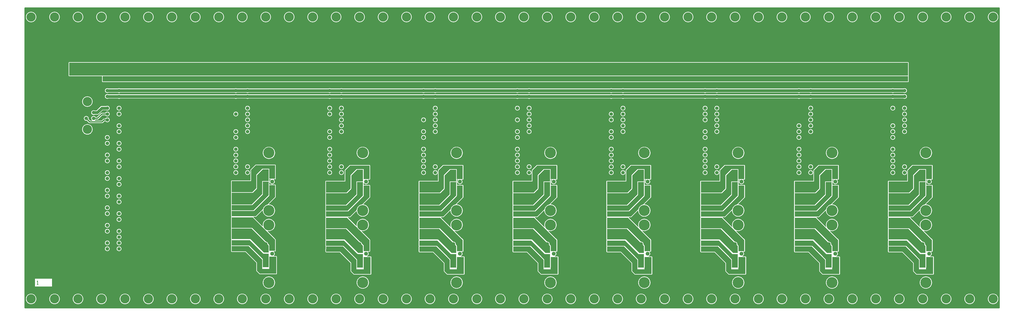
<source format=gtl>
%FSTAX23Y23*%
%MOIN*%
%SFA1B1*%

%IPPOS*%
%ADD10C,0.050000*%
%ADD11C,0.020079*%
%ADD12C,0.009843*%
%ADD13C,0.027559*%
%ADD14C,0.098425*%
%ADD15C,0.157480*%
%ADD16C,0.059842*%
%ADD17C,0.187401*%
%ADD18R,0.066535X0.066535*%
%ADD19C,0.066535*%
%ADD20C,0.050000*%
%LNbackplane-1*%
%LPD*%
G36*
X18429Y0719D02*
Y02079D01*
X01829*
Y0719*
X18429*
G37*
%LNbackplane-2*%
%LPC*%
G36*
X1502Y04425D02*
X15009Y04424D01*
X14999Y0442*
X14991Y04413*
X14985Y04405*
X14981Y04395*
X14979Y04385*
X14981Y04374*
X14985Y04364*
X14991Y04356*
X14999Y0435*
X15009Y04346*
X1502Y04344*
X1503Y04346*
X1504Y0435*
X15048Y04356*
X15055Y04364*
X15059Y04374*
X1506Y04385*
X15059Y04395*
X15055Y04405*
X15048Y04413*
X1504Y0442*
X1503Y04424*
X1502Y04425*
G37*
G36*
X1362D02*
X13609Y04424D01*
X13599Y0442*
X13591Y04413*
X13585Y04405*
X13581Y04395*
X13579Y04385*
X13581Y04374*
X13585Y04364*
X13591Y04356*
X13599Y0435*
X13609Y04346*
X1362Y04344*
X1363Y04346*
X1364Y0435*
X13648Y04356*
X13655Y04364*
X13659Y04374*
X1366Y04385*
X13659Y04395*
X13655Y04405*
X13648Y04413*
X1364Y0442*
X1363Y04424*
X1362Y04425*
G37*
G36*
X1662D02*
X16609Y04424D01*
X16599Y0442*
X16591Y04413*
X16585Y04405*
X16581Y04395*
X16579Y04385*
X16581Y04374*
X16585Y04364*
X16591Y04356*
X16599Y0435*
X16609Y04346*
X1662Y04344*
X1663Y04346*
X1664Y0435*
X16648Y04356*
X16655Y04364*
X16659Y04374*
X1666Y04385*
X16659Y04395*
X16655Y04405*
X16648Y04413*
X1664Y0442*
X1663Y04424*
X1662Y04425*
G37*
G36*
X1522D02*
X15209Y04424D01*
X15199Y0442*
X15191Y04413*
X15185Y04405*
X15181Y04395*
X15179Y04385*
X15181Y04374*
X15185Y04364*
X15191Y04356*
X15199Y0435*
X15209Y04346*
X1522Y04344*
X1523Y04346*
X1524Y0435*
X15248Y04356*
X15255Y04364*
X15259Y04374*
X1526Y04385*
X15259Y04395*
X15255Y04405*
X15248Y04413*
X1524Y0442*
X1523Y04424*
X1522Y04425*
G37*
G36*
X1182D02*
X11809Y04424D01*
X11799Y0442*
X11791Y04413*
X11785Y04405*
X11781Y04395*
X11779Y04385*
X11781Y04374*
X11785Y04364*
X11791Y04356*
X11799Y0435*
X11809Y04346*
X1182Y04344*
X1183Y04346*
X1184Y0435*
X11848Y04356*
X11855Y04364*
X11859Y04374*
X1186Y04385*
X11859Y04395*
X11855Y04405*
X11848Y04413*
X1184Y0442*
X1183Y04424*
X1182Y04425*
G37*
G36*
X1042D02*
X10409Y04424D01*
X10399Y0442*
X10391Y04413*
X10385Y04405*
X10381Y04395*
X10379Y04385*
X10381Y04374*
X10385Y04364*
X10391Y04356*
X10399Y0435*
X10409Y04346*
X1042Y04344*
X1043Y04346*
X1044Y0435*
X10448Y04356*
X10455Y04364*
X10459Y04374*
X1046Y04385*
X10459Y04395*
X10455Y04405*
X10448Y04413*
X1044Y0442*
X1043Y04424*
X1042Y04425*
G37*
G36*
X1342D02*
X13409Y04424D01*
X13399Y0442*
X13391Y04413*
X13385Y04405*
X13381Y04395*
X13379Y04385*
X13381Y04374*
X13385Y04364*
X13391Y04356*
X13399Y0435*
X13409Y04346*
X1342Y04344*
X1343Y04346*
X1344Y0435*
X13448Y04356*
X13455Y04364*
X13459Y04374*
X1346Y04385*
X13459Y04395*
X13455Y04405*
X13448Y04413*
X1344Y0442*
X1343Y04424*
X1342Y04425*
G37*
G36*
X1202D02*
X12009Y04424D01*
X11999Y0442*
X11991Y04413*
X11985Y04405*
X11981Y04395*
X11979Y04385*
X11981Y04374*
X11985Y04364*
X11991Y04356*
X11999Y0435*
X12009Y04346*
X1202Y04344*
X1203Y04346*
X1204Y0435*
X12048Y04356*
X12055Y04364*
X12059Y04374*
X1206Y04385*
X12059Y04395*
X12055Y04405*
X12048Y04413*
X1204Y0442*
X1203Y04424*
X1202Y04425*
G37*
G36*
X1682D02*
X16809Y04424D01*
X16799Y0442*
X16791Y04413*
X16785Y04405*
X16781Y04395*
X16779Y04385*
X16781Y04374*
X16785Y04364*
X16791Y04356*
X16799Y0435*
X16809Y04346*
X1682Y04344*
X1683Y04346*
X1684Y0435*
X16848Y04356*
X16855Y04364*
X16859Y04374*
X1686Y04385*
X16859Y04395*
X16855Y04405*
X16848Y04413*
X1684Y0442*
X1683Y04424*
X1682Y04425*
G37*
G36*
X0862Y04525D02*
X08609Y04524D01*
X08599Y0452*
X08591Y04513*
X08585Y04505*
X08581Y04495*
X08579Y04485*
X08581Y04474*
X08585Y04464*
X08591Y04456*
X08599Y0445*
X08609Y04446*
X0862Y04444*
X0863Y04446*
X0864Y0445*
X08648Y04456*
X08655Y04464*
X08659Y04474*
X0866Y04485*
X08659Y04495*
X08655Y04505*
X08648Y04513*
X0864Y0452*
X0863Y04524*
X0862Y04525*
G37*
G36*
X0722D02*
X07209Y04524D01*
X07199Y0452*
X07191Y04513*
X07185Y04505*
X07181Y04495*
X07179Y04485*
X07181Y04474*
X07185Y04464*
X07191Y04456*
X07199Y0445*
X07209Y04446*
X0722Y04444*
X0723Y04446*
X0724Y0445*
X07248Y04456*
X07255Y04464*
X07259Y04474*
X0726Y04485*
X07259Y04495*
X07255Y04505*
X07248Y04513*
X0724Y0452*
X0723Y04524*
X0722Y04525*
G37*
G36*
X1022D02*
X10209Y04524D01*
X10199Y0452*
X10191Y04513*
X10185Y04505*
X10181Y04495*
X10179Y04485*
X10181Y04474*
X10185Y04464*
X10191Y04456*
X10199Y0445*
X10209Y04446*
X1022Y04444*
X1023Y04446*
X1024Y0445*
X10248Y04456*
X10255Y04464*
X10259Y04474*
X1026Y04485*
X10259Y04495*
X10255Y04505*
X10248Y04513*
X1024Y0452*
X1023Y04524*
X1022Y04525*
G37*
G36*
X0882D02*
X08809Y04524D01*
X08799Y0452*
X08791Y04513*
X08785Y04505*
X08781Y04495*
X08779Y04485*
X08781Y04474*
X08785Y04464*
X08791Y04456*
X08799Y0445*
X08809Y04446*
X0882Y04444*
X0883Y04446*
X0884Y0445*
X08848Y04456*
X08855Y04464*
X08859Y04474*
X0886Y04485*
X08859Y04495*
X08855Y04505*
X08848Y04513*
X0884Y0452*
X0883Y04524*
X0882Y04525*
G37*
G36*
X0542D02*
X05409Y04524D01*
X05399Y0452*
X05391Y04513*
X05385Y04505*
X05381Y04495*
X05379Y04485*
X05381Y04474*
X05385Y04464*
X05391Y04456*
X05399Y0445*
X05409Y04446*
X0542Y04444*
X0543Y04446*
X0544Y0445*
X05448Y04456*
X05455Y04464*
X05459Y04474*
X0546Y04485*
X05459Y04495*
X05455Y04505*
X05448Y04513*
X0544Y0452*
X0543Y04524*
X0542Y04525*
G37*
G36*
X03429D02*
X03419Y04524D01*
X03409Y0452*
X03401Y04513*
X03394Y04505*
X0339Y04495*
X03389Y04485*
X0339Y04474*
X03394Y04464*
X03401Y04456*
X03409Y0445*
X03419Y04446*
X03429Y04444*
X0344Y04446*
X0345Y0445*
X03458Y04456*
X03464Y04464*
X03468Y04474*
X0347Y04485*
X03468Y04495*
X03464Y04505*
X03458Y04513*
X0345Y0452*
X0344Y04524*
X03429Y04525*
G37*
G36*
X0702D02*
X07009Y04524D01*
X06999Y0452*
X06991Y04513*
X06985Y04505*
X06981Y04495*
X06979Y04485*
X06981Y04474*
X06985Y04464*
X06991Y04456*
X06999Y0445*
X07009Y04446*
X0702Y04444*
X0703Y04446*
X0704Y0445*
X07048Y04456*
X07055Y04464*
X07059Y04474*
X0706Y04485*
X07059Y04495*
X07055Y04505*
X07048Y04513*
X0704Y0452*
X0703Y04524*
X0702Y04525*
G37*
G36*
X0562D02*
X05609Y04524D01*
X05599Y0452*
X05591Y04513*
X05585Y04505*
X05581Y04495*
X05579Y04485*
X05581Y04474*
X05585Y04464*
X05591Y04456*
X05599Y0445*
X05609Y04446*
X0562Y04444*
X0563Y04446*
X0564Y0445*
X05648Y04456*
X05655Y04464*
X05659Y04474*
X0566Y04485*
X05659Y04495*
X05655Y04505*
X05648Y04513*
X0564Y0452*
X0563Y04524*
X0562Y04525*
G37*
G36*
X15687Y04515D02*
X15357D01*
X15353Y04514*
X1535Y04512*
X1528Y04442*
X1527Y04432*
X15268Y04429*
X15267Y04425*
Y04245*
X14948*
X14944Y04244*
X1494Y04242*
X14938Y04239*
X14937Y04235*
Y04045*
X14938Y04041*
X14939Y0404*
X14938Y04038*
X14937Y04035*
Y03835*
X14938Y03831*
X14939Y0383*
X14938Y03829*
X14937Y03825*
Y03735*
X14938Y03731*
X14939Y0373*
X14938Y03729*
X14937Y03725*
Y03635*
X14938Y03631*
X1494Y03627*
Y03622*
X14938Y03619*
X14937Y03615*
Y03435*
X14938Y03431*
X14939Y0343*
X14938Y03429*
X14937Y03425*
Y03245*
X14938Y03241*
X1494Y03238*
Y03232*
X14938Y03229*
X14937Y03225*
Y03135*
X14938Y03131*
X14939Y03129*
X14938Y03129*
X14938Y03127*
X14937Y03125*
Y03038*
X14938Y03037*
X14938Y03035*
X14939Y03033*
X1494Y03031*
X14944Y03027*
X14945Y03026*
X14947Y03025*
X14949Y03025*
X14951Y03025*
X15183*
X15367Y0284*
Y02705*
X15368Y02701*
X1537Y02698*
X1542Y02648*
X15424Y02645*
X15427Y02644*
X15707*
X15711Y02645*
X15714Y02648*
X15717Y02651*
X15718Y02655*
Y0294*
Y02945*
X15717Y02949*
X15716Y02951*
X15714Y02952*
X15713Y02953*
X15711Y02954*
X15707Y02955*
X15659*
X15657Y0296*
X15661Y02962*
X1567Y02968*
X15677Y02977*
X15682Y02988*
X15683Y03*
X15682Y03011*
X15677Y03022*
X15671Y03029*
X15672Y03035*
X15687*
X15691Y03035*
X15695Y03038*
X15697Y03041*
X15698Y03045*
Y03235*
X15697Y03239*
X15695Y03242*
X15683Y03254*
Y03261*
X15676*
X15548Y03388*
X15551Y03392*
X15551*
X15567Y03388*
X15583Y03387*
X156Y03388*
X15616Y03392*
X15631Y03399*
X15645Y03407*
X15657Y03418*
X15668Y0343*
X15676Y03444*
X15683Y03459*
X15687Y03475*
X15688Y03491*
X15687Y03508*
X15683Y03524*
X15676Y03539*
X15668Y03553*
X15657Y03565*
X15645Y03575*
X15631Y03584*
X15616Y0359*
X156Y03594*
X15583Y03596*
X15567Y03594*
X15551Y0359*
X15536Y03584*
X15522Y03575*
X1551Y03565*
X15499Y03553*
X15491Y03539*
X15485Y03524*
X15481Y03508*
X15479Y03491*
X15481Y03475*
X15485Y03459*
Y03459*
X15481Y03456*
X15464Y03472*
X15317Y0362*
X15319Y03625*
X15357*
X15361Y03625*
X15364Y03627*
X15475Y03737*
X15479Y03735*
X15481Y03721*
X15485Y03705*
X15491Y0369*
X15499Y03676*
X1551Y03664*
X15522Y03653*
X15536Y03645*
X15551Y03638*
X15567Y03635*
X15583Y03633*
X156Y03635*
X15616Y03638*
X15631Y03645*
X15645Y03653*
X15657Y03664*
X15668Y03676*
X15676Y0369*
X15683Y03705*
X15687Y03721*
X15688Y03738*
X15687Y03754*
X15683Y0377*
X15676Y03785*
X15668Y03799*
X15657Y03811*
X15645Y03822*
X15631Y0383*
X15616Y03837*
X156Y0384*
X15586Y03842*
X15584Y03847*
X15695Y03957*
X15697Y03961*
X15698Y03965*
Y04165*
X15697Y04169*
X15695Y04172*
X15691Y04174*
X15687Y04175*
X15588*
Y04225*
X15587Y04229*
X15586Y0423*
X15587Y04231*
X15588Y04235*
Y04264*
X15607*
X15608Y04259*
X15601Y04251*
X15597Y04241*
X15596Y04229*
X15597Y04218*
X15601Y04208*
X15609Y04199*
X15618Y04192*
X15628Y04187*
X15639Y04186*
X15651Y04187*
X15661Y04192*
X1567Y04199*
X15677Y04208*
X15682Y04218*
X15683Y04229*
X15682Y04241*
X15677Y04251*
X15671Y04259*
X15672Y04264*
X15687*
X15691Y04265*
X15695Y04268*
X15697Y04271*
X15698Y04275*
Y04505*
X15697Y04509*
X15695Y04512*
X15691Y04514*
X15687Y04515*
G37*
G36*
X14087D02*
X13757D01*
X13753Y04514*
X1375Y04512*
X1368Y04442*
X1367Y04432*
X13668Y04429*
X13667Y04425*
Y04245*
X13348*
X13344Y04244*
X1334Y04242*
X13338Y04239*
X13337Y04235*
Y04045*
X13338Y04041*
X13339Y0404*
X13338Y04038*
X13337Y04035*
Y03835*
X13338Y03831*
X13339Y0383*
X13338Y03829*
X13337Y03825*
Y03735*
X13338Y03731*
X13339Y0373*
X13338Y03729*
X13337Y03725*
Y03635*
X13338Y03631*
X1334Y03627*
Y03622*
X13338Y03619*
X13337Y03615*
Y03435*
X13338Y03431*
X13339Y0343*
X13338Y03429*
X13337Y03425*
Y03245*
X13338Y03241*
X1334Y03238*
Y03232*
X13338Y03229*
X13337Y03225*
Y03135*
X13338Y03131*
X13339Y03129*
X13338Y03129*
X13338Y03127*
X13337Y03125*
Y03038*
X13338Y03037*
X13338Y03035*
X13339Y03033*
X1334Y03031*
X13344Y03027*
X13345Y03026*
X13347Y03025*
X13349Y03025*
X13351Y03025*
X13583*
X13767Y0284*
Y02705*
X13768Y02701*
X1377Y02698*
X1382Y02648*
X13824Y02645*
X13827Y02644*
X14107*
X14111Y02645*
X14114Y02648*
X14117Y02651*
X14118Y02655*
Y0294*
Y02945*
X14117Y02949*
X14116Y02951*
X14114Y02952*
X14113Y02953*
X14111Y02954*
X14107Y02955*
X14059*
X14057Y0296*
X14061Y02962*
X1407Y02968*
X14077Y02977*
X14082Y02988*
X14083Y03*
X14082Y03011*
X14077Y03022*
X14071Y03029*
X14072Y03035*
X14087*
X14091Y03035*
X14095Y03038*
X14097Y03041*
X14098Y03045*
Y03235*
X14097Y03239*
X14095Y03242*
X14083Y03254*
Y03261*
X14076*
X13948Y03388*
X13951Y03392*
X13951*
X13967Y03388*
X13983Y03387*
X14Y03388*
X14016Y03392*
X14031Y03399*
X14045Y03407*
X14057Y03418*
X14068Y0343*
X14076Y03444*
X14083Y03459*
X14087Y03475*
X14088Y03491*
X14087Y03508*
X14083Y03524*
X14076Y03539*
X14068Y03553*
X14057Y03565*
X14045Y03575*
X14031Y03584*
X14016Y0359*
X14Y03594*
X13983Y03596*
X13967Y03594*
X13951Y0359*
X13936Y03584*
X13922Y03575*
X1391Y03565*
X13899Y03553*
X13891Y03539*
X13885Y03524*
X13881Y03508*
X13879Y03491*
X13881Y03475*
X13885Y03459*
Y03459*
X13881Y03456*
X13864Y03472*
X13717Y0362*
X13719Y03625*
X13757*
X13761Y03625*
X13764Y03627*
X13875Y03737*
X13879Y03735*
X13881Y03721*
X13885Y03705*
X13891Y0369*
X13899Y03676*
X1391Y03664*
X13922Y03653*
X13936Y03645*
X13951Y03638*
X13967Y03635*
X13983Y03633*
X14Y03635*
X14016Y03638*
X14031Y03645*
X14045Y03653*
X14057Y03664*
X14068Y03676*
X14076Y0369*
X14083Y03705*
X14087Y03721*
X14088Y03738*
X14087Y03754*
X14083Y0377*
X14076Y03785*
X14068Y03799*
X14057Y03811*
X14045Y03822*
X14031Y0383*
X14016Y03837*
X14Y0384*
X13986Y03842*
X13984Y03847*
X14095Y03957*
X14097Y03961*
X14098Y03965*
Y04165*
X14097Y04169*
X14095Y04172*
X14091Y04174*
X14087Y04175*
X13988*
Y04225*
X13987Y04229*
X13986Y0423*
X13987Y04231*
X13988Y04235*
Y04264*
X14007*
X14008Y04259*
X14001Y04251*
X13997Y04241*
X13996Y04229*
X13997Y04218*
X14001Y04208*
X14009Y04199*
X14018Y04192*
X14028Y04187*
X14039Y04186*
X14051Y04187*
X14061Y04192*
X1407Y04199*
X14077Y04208*
X14082Y04218*
X14083Y04229*
X14082Y04241*
X14077Y04251*
X14071Y04259*
X14072Y04264*
X14087*
X14091Y04265*
X14095Y04268*
X14097Y04271*
X14098Y04275*
Y04505*
X14097Y04509*
X14095Y04512*
X14091Y04514*
X14087Y04515*
G37*
G36*
X03229Y04325D02*
X03219Y04324D01*
X03209Y0432*
X03201Y04313*
X03194Y04305*
X0319Y04295*
X03189Y04285*
X0319Y04274*
X03194Y04264*
X03201Y04256*
X03209Y0425*
X03219Y04246*
X03229Y04244*
X0324Y04246*
X0325Y0425*
X03258Y04256*
X03264Y04264*
X03268Y04274*
X0327Y04285*
X03268Y04295*
X03264Y04305*
X03258Y04313*
X0325Y0432*
X0324Y04324*
X03229Y04325*
G37*
G36*
X17287Y04515D02*
X16957D01*
X16953Y04514*
X1695Y04512*
X1688Y04442*
X1687Y04432*
X16868Y04429*
X16867Y04425*
Y04245*
X16548*
X16544Y04244*
X1654Y04242*
X16538Y04239*
X16537Y04235*
Y04045*
X16538Y04041*
X16539Y0404*
X16538Y04038*
X16537Y04035*
Y03835*
X16538Y03831*
X16539Y0383*
X16538Y03829*
X16537Y03825*
Y03735*
X16538Y03731*
X16539Y0373*
X16538Y03729*
X16537Y03725*
Y03635*
X16538Y03631*
X1654Y03627*
Y03622*
X16538Y03619*
X16537Y03615*
Y03435*
X16538Y03431*
X16539Y0343*
X16538Y03429*
X16537Y03425*
Y03245*
X16538Y03241*
X1654Y03238*
Y03232*
X16538Y03229*
X16537Y03225*
Y03135*
X16538Y03131*
X16539Y03129*
X16538Y03129*
X16538Y03127*
X16537Y03125*
Y03038*
X16538Y03037*
X16538Y03035*
X16539Y03033*
X1654Y03031*
X16544Y03027*
X16545Y03026*
X16547Y03025*
X16549Y03025*
X16551Y03025*
X16783*
X16967Y0284*
Y02705*
X16968Y02701*
X1697Y02698*
X1702Y02648*
X17024Y02645*
X17027Y02644*
X17307*
X17311Y02645*
X17314Y02648*
X17317Y02651*
X17318Y02655*
Y0294*
Y02945*
X17317Y02949*
X17316Y02951*
X17314Y02952*
X17313Y02953*
X17311Y02954*
X17307Y02955*
X17259*
X17257Y0296*
X17261Y02962*
X1727Y02968*
X17277Y02977*
X17282Y02988*
X17283Y03*
X17282Y03011*
X17277Y03022*
X17271Y03029*
X17272Y03035*
X17287*
X17291Y03035*
X17295Y03038*
X17297Y03041*
X17298Y03045*
Y03235*
X17297Y03239*
X17295Y03242*
X17283Y03254*
Y03261*
X17276*
X17148Y03388*
X17151Y03392*
X17151*
X17167Y03388*
X17183Y03387*
X172Y03388*
X17216Y03392*
X17231Y03399*
X17245Y03407*
X17257Y03418*
X17268Y0343*
X17276Y03444*
X17283Y03459*
X17287Y03475*
X17288Y03491*
X17287Y03508*
X17283Y03524*
X17276Y03539*
X17268Y03553*
X17257Y03565*
X17245Y03575*
X17231Y03584*
X17216Y0359*
X172Y03594*
X17183Y03596*
X17167Y03594*
X17151Y0359*
X17136Y03584*
X17122Y03575*
X1711Y03565*
X17099Y03553*
X17091Y03539*
X17085Y03524*
X17081Y03508*
X17079Y03491*
X17081Y03475*
X17085Y03459*
Y03459*
X17081Y03456*
X17064Y03472*
X16917Y0362*
X16919Y03625*
X16957*
X16961Y03625*
X16964Y03627*
X17075Y03737*
X17079Y03735*
X17081Y03721*
X17085Y03705*
X17091Y0369*
X17099Y03676*
X1711Y03664*
X17122Y03653*
X17136Y03645*
X17151Y03638*
X17167Y03635*
X17183Y03633*
X172Y03635*
X17216Y03638*
X17231Y03645*
X17245Y03653*
X17257Y03664*
X17268Y03676*
X17276Y0369*
X17283Y03705*
X17287Y03721*
X17288Y03738*
X17287Y03754*
X17283Y0377*
X17276Y03785*
X17268Y03799*
X17257Y03811*
X17245Y03822*
X17231Y0383*
X17216Y03837*
X172Y0384*
X17186Y03842*
X17184Y03847*
X17295Y03957*
X17297Y03961*
X17298Y03965*
Y04165*
X17297Y04169*
X17295Y04172*
X17291Y04174*
X17287Y04175*
X17188*
Y04225*
X17187Y04229*
X17186Y0423*
X17187Y04231*
X17188Y04235*
Y04264*
X17207*
X17208Y04259*
X17201Y04251*
X17197Y04241*
X17196Y04229*
X17197Y04218*
X17201Y04208*
X17209Y04199*
X17218Y04192*
X17228Y04187*
X17239Y04186*
X17251Y04187*
X17261Y04192*
X1727Y04199*
X17277Y04208*
X17282Y04218*
X17283Y04229*
X17282Y04241*
X17277Y04251*
X17271Y04259*
X17272Y04264*
X17287*
X17291Y04265*
X17295Y04268*
X17297Y04271*
X17298Y04275*
Y04505*
X17297Y04509*
X17295Y04512*
X17291Y04514*
X17287Y04515*
G37*
G36*
X09287D02*
X08957D01*
X08953Y04514*
X0895Y04512*
X0888Y04442*
X0887Y04432*
X08868Y04429*
X08867Y04425*
Y04245*
X08548*
X08544Y04244*
X0854Y04242*
X08538Y04239*
X08537Y04235*
Y04045*
X08538Y04041*
X08539Y0404*
X08538Y04038*
X08537Y04035*
Y03835*
X08538Y03831*
X08539Y0383*
X08538Y03829*
X08537Y03825*
Y03735*
X08538Y03731*
X08539Y0373*
X08538Y03729*
X08537Y03725*
Y03635*
X08538Y03631*
X0854Y03627*
Y03622*
X08538Y03619*
X08537Y03615*
Y03435*
X08538Y03431*
X08539Y0343*
X08538Y03429*
X08537Y03425*
Y03245*
X08538Y03241*
X0854Y03238*
Y03232*
X08538Y03229*
X08537Y03225*
Y03135*
X08538Y03131*
X08539Y03129*
X08538Y03129*
X08538Y03127*
X08537Y03125*
Y03038*
X08538Y03037*
X08538Y03035*
X08539Y03033*
X0854Y03031*
X08544Y03027*
X08545Y03026*
X08547Y03025*
X08549Y03025*
X08551Y03025*
X08783*
X08967Y0284*
Y02705*
X08968Y02701*
X0897Y02698*
X0902Y02648*
X09024Y02645*
X09027Y02644*
X09307*
X09311Y02645*
X09314Y02648*
X09317Y02651*
X09318Y02655*
Y0294*
Y02945*
X09317Y02949*
X09316Y02951*
X09314Y02952*
X09313Y02953*
X09311Y02954*
X09307Y02955*
X09259*
X09257Y0296*
X09261Y02962*
X0927Y02968*
X09277Y02977*
X09282Y02988*
X09283Y03*
X09282Y03011*
X09277Y03022*
X09271Y03029*
X09272Y03035*
X09287*
X09291Y03035*
X09295Y03038*
X09297Y03041*
X09298Y03045*
Y03235*
X09297Y03239*
X09295Y03242*
X09283Y03254*
Y03261*
X09276*
X09148Y03388*
X09151Y03392*
X09151*
X09167Y03388*
X09183Y03387*
X092Y03388*
X09216Y03392*
X09231Y03399*
X09245Y03407*
X09257Y03418*
X09268Y0343*
X09276Y03444*
X09283Y03459*
X09287Y03475*
X09288Y03491*
X09287Y03508*
X09283Y03524*
X09276Y03539*
X09268Y03553*
X09257Y03565*
X09245Y03575*
X09231Y03584*
X09216Y0359*
X092Y03594*
X09183Y03596*
X09167Y03594*
X09151Y0359*
X09136Y03584*
X09122Y03575*
X0911Y03565*
X09099Y03553*
X09091Y03539*
X09085Y03524*
X09081Y03508*
X09079Y03491*
X09081Y03475*
X09085Y03459*
Y03459*
X09081Y03456*
X09064Y03472*
X08917Y0362*
X08919Y03625*
X08957*
X08961Y03625*
X08964Y03627*
X09075Y03737*
X09079Y03735*
X09081Y03721*
X09085Y03705*
X09091Y0369*
X09099Y03676*
X0911Y03664*
X09122Y03653*
X09136Y03645*
X09151Y03638*
X09167Y03635*
X09183Y03633*
X092Y03635*
X09216Y03638*
X09231Y03645*
X09245Y03653*
X09257Y03664*
X09268Y03676*
X09276Y0369*
X09283Y03705*
X09287Y03721*
X09288Y03738*
X09287Y03754*
X09283Y0377*
X09276Y03785*
X09268Y03799*
X09257Y03811*
X09245Y03822*
X09231Y0383*
X09216Y03837*
X092Y0384*
X09186Y03842*
X09184Y03847*
X09295Y03957*
X09297Y03961*
X09298Y03965*
Y04165*
X09297Y04169*
X09295Y04172*
X09291Y04174*
X09287Y04175*
X09188*
Y04225*
X09187Y04229*
X09186Y0423*
X09187Y04231*
X09188Y04235*
Y04264*
X09207*
X09208Y04259*
X09201Y04251*
X09197Y04241*
X09196Y04229*
X09197Y04218*
X09201Y04208*
X09209Y04199*
X09218Y04192*
X09228Y04187*
X09239Y04186*
X09251Y04187*
X09261Y04192*
X0927Y04199*
X09277Y04208*
X09282Y04218*
X09283Y04229*
X09282Y04241*
X09277Y04251*
X09271Y04259*
X09272Y04264*
X09287*
X09291Y04265*
X09295Y04268*
X09297Y04271*
X09298Y04275*
Y04505*
X09297Y04509*
X09295Y04512*
X09291Y04514*
X09287Y04515*
G37*
G36*
X07698D02*
X07367D01*
X07363Y04514*
X0736Y04512*
X0729Y04442*
X0728Y04432*
X07278Y04429*
X07277Y04425*
Y04245*
X06957*
X06953Y04244*
X0695Y04242*
X06948Y04239*
X06947Y04235*
Y04045*
X06948Y04041*
X06949Y0404*
X06948Y04038*
X06947Y04035*
Y03835*
X06948Y03831*
X06949Y0383*
X06948Y03829*
X06947Y03825*
Y03735*
X06948Y03731*
X06949Y0373*
X06948Y03729*
X06947Y03725*
Y03635*
X06948Y03631*
X0695Y03627*
Y03622*
X06948Y03619*
X06947Y03615*
Y03435*
X06948Y03431*
X06949Y0343*
X06948Y03429*
X06947Y03425*
Y03245*
X06948Y03241*
X0695Y03238*
Y03232*
X06948Y03229*
X06947Y03225*
Y03135*
X06948Y03131*
X06949Y03129*
X06948Y03129*
X06948Y03127*
X06948Y03125*
X06947Y03038*
X06948Y03037*
X06948Y03035*
X06949Y03033*
X0695Y03031*
X06954Y03027*
X06955Y03026*
X06957Y03025*
X06959Y03025*
X06961Y03025*
X07193*
X07377Y0284*
Y02705*
X07378Y02701*
X0738Y02698*
X0743Y02648*
X07433Y02645*
X07437Y02644*
X07717*
X07721Y02645*
X07725Y02648*
X07727Y02651*
X07728Y02655*
Y0294*
Y02945*
X07727Y02949*
X07725Y02951*
X07725Y02952*
X07724Y02953*
X07721Y02954*
X07717Y02955*
X07659*
X07657Y0296*
X07661Y02962*
X0767Y02968*
X07677Y02977*
X07682Y02988*
X07683Y03*
X07682Y03011*
X07677Y03022*
X07671Y03029*
X07672Y03035*
X07698*
X07701Y03035*
X07705Y03038*
X07707Y03041*
X07708Y03045*
Y03235*
X07707Y03239*
X07705Y03242*
X07562Y03385*
X07564Y03389*
X07567Y03388*
X07583Y03387*
X076Y03388*
X07616Y03392*
X07631Y03399*
X07645Y03407*
X07657Y03418*
X07668Y0343*
X07676Y03444*
X07683Y03459*
X07687Y03475*
X07688Y03491*
X07687Y03508*
X07683Y03524*
X07676Y03539*
X07668Y03553*
X07657Y03565*
X07645Y03575*
X07631Y03584*
X07616Y0359*
X076Y03594*
X07583Y03596*
X07567Y03594*
X07551Y0359*
X07536Y03584*
X07522Y03575*
X0751Y03565*
X07499Y03553*
X07491Y03539*
X07485Y03524*
X07481Y03508*
X07479Y03491*
X07481Y03475*
X07481Y03472*
X07477Y0347*
X07475Y03472*
X07327Y0362*
X07329Y03625*
X07367*
X07371Y03625*
X07375Y03627*
X07475Y03729*
X0748Y03727*
X07481Y03721*
X07485Y03705*
X07491Y0369*
X07499Y03676*
X0751Y03664*
X07522Y03653*
X07536Y03645*
X07551Y03638*
X07567Y03635*
X07583Y03633*
X076Y03635*
X07616Y03638*
X07631Y03645*
X07645Y03653*
X07657Y03664*
X07668Y03676*
X07676Y0369*
X07683Y03705*
X07687Y03721*
X07688Y03738*
X07687Y03754*
X07683Y0377*
X07676Y03785*
X07668Y03799*
X07657Y03811*
X07645Y03822*
X07631Y0383*
X07616Y03837*
X076Y0384*
X07594Y03841*
X07593Y03846*
X07705Y03957*
X07707Y03961*
X07708Y03965*
Y04165*
X07707Y04169*
X07705Y04172*
X07701Y04174*
X07698Y04175*
X07598*
Y04205*
X07603Y04206*
X07609Y04199*
X07618Y04192*
X07628Y04187*
X07639Y04186*
X07651Y04187*
X07661Y04192*
X0767Y04199*
X07677Y04208*
X07682Y04218*
X07683Y04229*
X07682Y04241*
X07677Y04251*
X07671Y04259*
X07672Y04264*
X07698*
X07701Y04265*
X07705Y04268*
X07707Y04271*
X07708Y04275*
Y04505*
X07707Y04509*
X07705Y04512*
X07701Y04514*
X07698Y04515*
G37*
G36*
X12487D02*
X12157D01*
X12153Y04514*
X1215Y04512*
X1208Y04442*
X1207Y04432*
X12068Y04429*
X12067Y04425*
Y04245*
X11748*
X11744Y04244*
X1174Y04242*
X11738Y04239*
X11737Y04235*
Y04045*
X11738Y04041*
X11739Y0404*
X11738Y04038*
X11737Y04035*
Y03835*
X11738Y03831*
X11739Y0383*
X11738Y03829*
X11737Y03825*
Y03735*
X11738Y03731*
X11739Y0373*
X11738Y03729*
X11737Y03725*
Y03635*
X11738Y03631*
X1174Y03627*
Y03622*
X11738Y03619*
X11737Y03615*
Y03435*
X11738Y03431*
X11739Y0343*
X11738Y03429*
X11737Y03425*
Y03245*
X11738Y03241*
X1174Y03238*
Y03232*
X11738Y03229*
X11737Y03225*
Y03135*
X11738Y03131*
X11739Y03129*
X11738Y03129*
X11738Y03127*
X11737Y03125*
Y03038*
X11738Y03037*
X11738Y03035*
X11739Y03033*
X1174Y03031*
X11744Y03027*
X11745Y03026*
X11747Y03025*
X11749Y03025*
X11751Y03025*
X11983*
X12167Y0284*
Y02705*
X12168Y02701*
X1217Y02698*
X1222Y02648*
X12224Y02645*
X12227Y02644*
X12507*
X12511Y02645*
X12514Y02648*
X12517Y02651*
X12518Y02655*
Y0294*
Y02945*
X12517Y02949*
X12516Y02951*
X12514Y02952*
X12513Y02953*
X12511Y02954*
X12507Y02955*
X12459*
X12457Y0296*
X12461Y02962*
X1247Y02968*
X12477Y02977*
X12482Y02988*
X12483Y03*
X12482Y03011*
X12477Y03022*
X12471Y03029*
X12472Y03035*
X12487*
X12491Y03035*
X12495Y03038*
X12497Y03041*
X12498Y03045*
Y03235*
X12497Y03239*
X12495Y03242*
X12483Y03254*
Y03261*
X12476*
X12348Y03388*
X12351Y03392*
X12351*
X12367Y03388*
X12383Y03387*
X124Y03388*
X12416Y03392*
X12431Y03399*
X12445Y03407*
X12457Y03418*
X12468Y0343*
X12476Y03444*
X12483Y03459*
X12487Y03475*
X12488Y03491*
X12487Y03508*
X12483Y03524*
X12476Y03539*
X12468Y03553*
X12457Y03565*
X12445Y03575*
X12431Y03584*
X12416Y0359*
X124Y03594*
X12383Y03596*
X12367Y03594*
X12351Y0359*
X12336Y03584*
X12322Y03575*
X1231Y03565*
X12299Y03553*
X12291Y03539*
X12285Y03524*
X12281Y03508*
X12279Y03491*
X12281Y03475*
X12285Y03459*
Y03459*
X12281Y03456*
X12264Y03472*
X12117Y0362*
X12119Y03625*
X12157*
X12161Y03625*
X12164Y03627*
X12275Y03737*
X12279Y03735*
X12281Y03721*
X12285Y03705*
X12291Y0369*
X12299Y03676*
X1231Y03664*
X12322Y03653*
X12336Y03645*
X12351Y03638*
X12367Y03635*
X12383Y03633*
X124Y03635*
X12416Y03638*
X12431Y03645*
X12445Y03653*
X12457Y03664*
X12468Y03676*
X12476Y0369*
X12483Y03705*
X12487Y03721*
X12488Y03738*
X12487Y03754*
X12483Y0377*
X12476Y03785*
X12468Y03799*
X12457Y03811*
X12445Y03822*
X12431Y0383*
X12416Y03837*
X124Y0384*
X12386Y03842*
X12384Y03847*
X12495Y03957*
X12497Y03961*
X12498Y03965*
Y04165*
X12497Y04169*
X12495Y04172*
X12491Y04174*
X12487Y04175*
X12388*
Y04225*
X12387Y04229*
X12386Y0423*
X12387Y04231*
X12388Y04235*
Y04264*
X12407*
X12408Y04259*
X12401Y04251*
X12397Y04241*
X12396Y04229*
X12397Y04218*
X12401Y04208*
X12409Y04199*
X12418Y04192*
X12428Y04187*
X12439Y04186*
X12451Y04187*
X12461Y04192*
X1247Y04199*
X12477Y04208*
X12482Y04218*
X12483Y04229*
X12482Y04241*
X12477Y04251*
X12471Y04259*
X12472Y04264*
X12487*
X12491Y04265*
X12495Y04268*
X12497Y04271*
X12498Y04275*
Y04505*
X12497Y04509*
X12495Y04512*
X12491Y04514*
X12487Y04515*
G37*
G36*
X10887D02*
X10557D01*
X10553Y04514*
X1055Y04512*
X1048Y04442*
X1047Y04432*
X10468Y04429*
X10467Y04425*
Y04245*
X10148*
X10144Y04244*
X1014Y04242*
X10138Y04239*
X10137Y04235*
Y04045*
X10138Y04041*
X10139Y0404*
X10138Y04038*
X10137Y04035*
Y03835*
X10138Y03831*
X10139Y0383*
X10138Y03829*
X10137Y03825*
Y03735*
X10138Y03731*
X10139Y0373*
X10138Y03729*
X10137Y03725*
Y03635*
X10138Y03631*
X1014Y03627*
Y03622*
X10138Y03619*
X10137Y03615*
Y03435*
X10138Y03431*
X10139Y0343*
X10138Y03429*
X10137Y03425*
Y03245*
X10138Y03241*
X1014Y03238*
Y03232*
X10138Y03229*
X10137Y03225*
Y03135*
X10138Y03131*
X10139Y03129*
X10138Y03129*
X10138Y03127*
X10137Y03125*
Y03038*
X10138Y03037*
X10138Y03035*
X10139Y03033*
X1014Y03031*
X10144Y03027*
X10145Y03026*
X10147Y03025*
X10149Y03025*
X10151Y03025*
X10383*
X10567Y0284*
Y02705*
X10568Y02701*
X1057Y02698*
X1062Y02648*
X10624Y02645*
X10627Y02644*
X10907*
X10911Y02645*
X10914Y02648*
X10917Y02651*
X10918Y02655*
Y0294*
Y02945*
X10917Y02949*
X10916Y02951*
X10914Y02952*
X10913Y02953*
X10911Y02954*
X10907Y02955*
X10859*
X10857Y0296*
X10861Y02962*
X1087Y02968*
X10877Y02977*
X10882Y02988*
X10883Y03*
X10882Y03011*
X10877Y03022*
X10871Y03029*
X10872Y03035*
X10887*
X10891Y03035*
X10895Y03038*
X10897Y03041*
X10898Y03045*
Y03235*
X10897Y03239*
X10895Y03242*
X10883Y03254*
Y03261*
X10876*
X10748Y03388*
X10751Y03392*
X10751*
X10767Y03388*
X10783Y03387*
X108Y03388*
X10816Y03392*
X10831Y03399*
X10845Y03407*
X10857Y03418*
X10868Y0343*
X10876Y03444*
X10883Y03459*
X10887Y03475*
X10888Y03491*
X10887Y03508*
X10883Y03524*
X10876Y03539*
X10868Y03553*
X10857Y03565*
X10845Y03575*
X10831Y03584*
X10816Y0359*
X108Y03594*
X10783Y03596*
X10767Y03594*
X10751Y0359*
X10736Y03584*
X10722Y03575*
X1071Y03565*
X10699Y03553*
X10691Y03539*
X10685Y03524*
X10681Y03508*
X10679Y03491*
X10681Y03475*
X10685Y03459*
Y03459*
X10681Y03456*
X10664Y03472*
X10517Y0362*
X10519Y03625*
X10557*
X10561Y03625*
X10564Y03627*
X10675Y03737*
X10679Y03735*
X10681Y03721*
X10685Y03705*
X10691Y0369*
X10699Y03676*
X1071Y03664*
X10722Y03653*
X10736Y03645*
X10751Y03638*
X10767Y03635*
X10783Y03633*
X108Y03635*
X10816Y03638*
X10831Y03645*
X10845Y03653*
X10857Y03664*
X10868Y03676*
X10876Y0369*
X10883Y03705*
X10887Y03721*
X10888Y03738*
X10887Y03754*
X10883Y0377*
X10876Y03785*
X10868Y03799*
X10857Y03811*
X10845Y03822*
X10831Y0383*
X10816Y03837*
X108Y0384*
X10786Y03842*
X10784Y03847*
X10895Y03957*
X10897Y03961*
X10898Y03965*
Y04165*
X10897Y04169*
X10895Y04172*
X10891Y04174*
X10887Y04175*
X10788*
Y04225*
X10787Y04229*
X10786Y0423*
X10787Y04231*
X10788Y04235*
Y04264*
X10807*
X10808Y04259*
X10801Y04251*
X10797Y04241*
X10796Y04229*
X10797Y04218*
X10801Y04208*
X10809Y04199*
X10818Y04192*
X10828Y04187*
X10839Y04186*
X10851Y04187*
X10861Y04192*
X1087Y04199*
X10877Y04208*
X10882Y04218*
X10883Y04229*
X10882Y04241*
X10877Y04251*
X10871Y04259*
X10872Y04264*
X10887*
X10891Y04265*
X10895Y04268*
X10897Y04271*
X10898Y04275*
Y04505*
X10897Y04509*
X10895Y04512*
X10891Y04514*
X10887Y04515*
G37*
G36*
X03429Y04325D02*
X03419Y04324D01*
X03409Y0432*
X03401Y04313*
X03394Y04305*
X0339Y04295*
X03389Y04285*
X0339Y04274*
X03394Y04264*
X03401Y04256*
X03409Y0425*
X03419Y04246*
X03429Y04244*
X0344Y04246*
X0345Y0425*
X03458Y04256*
X03464Y04264*
X03468Y04274*
X0347Y04285*
X03468Y04295*
X03464Y04305*
X03458Y04313*
X0345Y0432*
X0344Y04324*
X03429Y04325*
G37*
G36*
X0862Y04425D02*
X08609Y04424D01*
X08599Y0442*
X08591Y04413*
X08585Y04405*
X08581Y04395*
X08579Y04385*
X08581Y04374*
X08585Y04364*
X08591Y04356*
X08599Y0435*
X08609Y04346*
X0862Y04344*
X0863Y04346*
X0864Y0435*
X08648Y04356*
X08655Y04364*
X08659Y04374*
X0866Y04385*
X08659Y04395*
X08655Y04405*
X08648Y04413*
X0864Y0442*
X0863Y04424*
X0862Y04425*
G37*
G36*
X0722D02*
X07209Y04424D01*
X07199Y0442*
X07191Y04413*
X07185Y04405*
X07181Y04395*
X07179Y04385*
X07181Y04374*
X07185Y04364*
X07191Y04356*
X07199Y0435*
X07209Y04346*
X0722Y04344*
X0723Y04346*
X0724Y0435*
X07248Y04356*
X07255Y04364*
X07259Y04374*
X0726Y04385*
X07259Y04395*
X07255Y04405*
X07248Y04413*
X0724Y0442*
X0723Y04424*
X0722Y04425*
G37*
G36*
X1022D02*
X10209Y04424D01*
X10199Y0442*
X10191Y04413*
X10185Y04405*
X10181Y04395*
X10179Y04385*
X10181Y04374*
X10185Y04364*
X10191Y04356*
X10199Y0435*
X10209Y04346*
X1022Y04344*
X1023Y04346*
X1024Y0435*
X10248Y04356*
X10255Y04364*
X10259Y04374*
X1026Y04385*
X10259Y04395*
X10255Y04405*
X10248Y04413*
X1024Y0442*
X1023Y04424*
X1022Y04425*
G37*
G36*
X0882D02*
X08809Y04424D01*
X08799Y0442*
X08791Y04413*
X08785Y04405*
X08781Y04395*
X08779Y04385*
X08781Y04374*
X08785Y04364*
X08791Y04356*
X08799Y0435*
X08809Y04346*
X0882Y04344*
X0883Y04346*
X0884Y0435*
X08848Y04356*
X08855Y04364*
X08859Y04374*
X0886Y04385*
X08859Y04395*
X08855Y04405*
X08848Y04413*
X0884Y0442*
X0883Y04424*
X0882Y04425*
G37*
G36*
X0542D02*
X05409Y04424D01*
X05399Y0442*
X05391Y04413*
X05385Y04405*
X05381Y04395*
X05379Y04385*
X05381Y04374*
X05385Y04364*
X05391Y04356*
X05399Y0435*
X05409Y04346*
X0542Y04344*
X0543Y04346*
X0544Y0435*
X05448Y04356*
X05455Y04364*
X05459Y04374*
X0546Y04385*
X05459Y04395*
X05455Y04405*
X05448Y04413*
X0544Y0442*
X0543Y04424*
X0542Y04425*
G37*
G36*
X03229D02*
X03219Y04424D01*
X03209Y0442*
X03201Y04413*
X03194Y04405*
X0319Y04395*
X03189Y04385*
X0319Y04374*
X03194Y04364*
X03201Y04356*
X03209Y0435*
X03219Y04346*
X03229Y04344*
X0324Y04346*
X0325Y0435*
X03258Y04356*
X03264Y04364*
X03268Y04374*
X0327Y04385*
X03268Y04395*
X03264Y04405*
X03258Y04413*
X0325Y0442*
X0324Y04424*
X03229Y04425*
G37*
G36*
X0702D02*
X07009Y04424D01*
X06999Y0442*
X06991Y04413*
X06985Y04405*
X06981Y04395*
X06979Y04385*
X06981Y04374*
X06985Y04364*
X06991Y04356*
X06999Y0435*
X07009Y04346*
X0702Y04344*
X0703Y04346*
X0704Y0435*
X07048Y04356*
X07055Y04364*
X07059Y04374*
X0706Y04385*
X07059Y04395*
X07055Y04405*
X07048Y04413*
X0704Y0442*
X0703Y04424*
X0702Y04425*
G37*
G36*
X0562D02*
X05609Y04424D01*
X05599Y0442*
X05591Y04413*
X05585Y04405*
X05581Y04395*
X05579Y04385*
X05581Y04374*
X05585Y04364*
X05591Y04356*
X05599Y0435*
X05609Y04346*
X0562Y04344*
X0563Y04346*
X0564Y0435*
X05648Y04356*
X05655Y04364*
X05659Y04374*
X0566Y04385*
X05659Y04395*
X05655Y04405*
X05648Y04413*
X0564Y0442*
X0563Y04424*
X0562Y04425*
G37*
G36*
X10783Y04825D02*
X10767Y04824D01*
X10751Y0482*
X10736Y04814*
X10722Y04806*
X1071Y04795*
X10699Y04783*
X10691Y04769*
X10685Y04753*
X10681Y04738*
X10679Y04722*
X10681Y04705*
X10685Y04689*
X10691Y04674*
X10699Y0466*
X1071Y04648*
X10722Y04637*
X10736Y04629*
X10751Y04622*
X10767Y04619*
X10783Y04617*
X108Y04619*
X10816Y04622*
X10831Y04629*
X10845Y04637*
X10857Y04648*
X10868Y0466*
X10876Y04674*
X10883Y04689*
X10887Y04705*
X10888Y04722*
X10887Y04738*
X10883Y04753*
X10876Y04769*
X10868Y04783*
X10857Y04795*
X10845Y04806*
X10831Y04814*
X10816Y0482*
X108Y04824*
X10783Y04825*
G37*
G36*
X09183D02*
X09167Y04824D01*
X09151Y0482*
X09136Y04814*
X09122Y04806*
X0911Y04795*
X09099Y04783*
X09091Y04769*
X09085Y04753*
X09081Y04738*
X09079Y04722*
X09081Y04705*
X09085Y04689*
X09091Y04674*
X09099Y0466*
X0911Y04648*
X09122Y04637*
X09136Y04629*
X09151Y04622*
X09167Y04619*
X09183Y04617*
X092Y04619*
X09216Y04622*
X09231Y04629*
X09245Y04637*
X09257Y04648*
X09268Y0466*
X09276Y04674*
X09283Y04689*
X09287Y04705*
X09288Y04722*
X09287Y04738*
X09283Y04753*
X09276Y04769*
X09268Y04783*
X09257Y04795*
X09245Y04806*
X09231Y04814*
X09216Y0482*
X092Y04824*
X09183Y04825*
G37*
G36*
X13983D02*
X13967Y04824D01*
X13951Y0482*
X13936Y04814*
X13922Y04806*
X1391Y04795*
X13899Y04783*
X13891Y04769*
X13885Y04753*
X13881Y04738*
X13879Y04722*
X13881Y04705*
X13885Y04689*
X13891Y04674*
X13899Y0466*
X1391Y04648*
X13922Y04637*
X13936Y04629*
X13951Y04622*
X13967Y04619*
X13983Y04617*
X14Y04619*
X14016Y04622*
X14031Y04629*
X14045Y04637*
X14057Y04648*
X14068Y0466*
X14076Y04674*
X14083Y04689*
X14087Y04705*
X14088Y04722*
X14087Y04738*
X14083Y04753*
X14076Y04769*
X14068Y04783*
X14057Y04795*
X14045Y04806*
X14031Y04814*
X14016Y0482*
X14Y04824*
X13983Y04825*
G37*
G36*
X12383D02*
X12367Y04824D01*
X12351Y0482*
X12336Y04814*
X12322Y04806*
X1231Y04795*
X12299Y04783*
X12291Y04769*
X12285Y04753*
X12281Y04738*
X12279Y04722*
X12281Y04705*
X12285Y04689*
X12291Y04674*
X12299Y0466*
X1231Y04648*
X12322Y04637*
X12336Y04629*
X12351Y04622*
X12367Y04619*
X12383Y04617*
X124Y04619*
X12416Y04622*
X12431Y04629*
X12445Y04637*
X12457Y04648*
X12468Y0466*
X12476Y04674*
X12483Y04689*
X12487Y04705*
X12488Y04722*
X12487Y04738*
X12483Y04753*
X12476Y04769*
X12468Y04783*
X12457Y04795*
X12445Y04806*
X12431Y04814*
X12416Y0482*
X124Y04824*
X12383Y04825*
G37*
G36*
X1662Y04625D02*
X16609Y04624D01*
X16599Y0462*
X16591Y04613*
X16585Y04605*
X16581Y04595*
X16579Y04585*
X16581Y04574*
X16585Y04564*
X16591Y04556*
X16599Y0455*
X16609Y04546*
X1662Y04544*
X1663Y04546*
X1664Y0455*
X16648Y04556*
X16655Y04564*
X16659Y04574*
X1666Y04585*
X16659Y04595*
X16655Y04605*
X16648Y04613*
X1664Y0462*
X1663Y04624*
X1662Y04625*
G37*
G36*
X1502D02*
X15009Y04624D01*
X14999Y0462*
X14991Y04613*
X14985Y04605*
X14981Y04595*
X14979Y04585*
X14981Y04574*
X14985Y04564*
X14991Y04556*
X14999Y0455*
X15009Y04546*
X1502Y04544*
X1503Y04546*
X1504Y0455*
X15048Y04556*
X15055Y04564*
X15059Y04574*
X1506Y04585*
X15059Y04595*
X15055Y04605*
X15048Y04613*
X1504Y0462*
X1503Y04624*
X1502Y04625*
G37*
G36*
X07583Y04825D02*
X07567Y04824D01*
X07551Y0482*
X07536Y04814*
X07522Y04806*
X0751Y04795*
X07499Y04783*
X07491Y04769*
X07485Y04753*
X07481Y04738*
X07479Y04722*
X07481Y04705*
X07485Y04689*
X07491Y04674*
X07499Y0466*
X0751Y04648*
X07522Y04637*
X07536Y04629*
X07551Y04622*
X07567Y04619*
X07583Y04617*
X076Y04619*
X07616Y04622*
X07631Y04629*
X07645Y04637*
X07657Y04648*
X07668Y0466*
X07676Y04674*
X07683Y04689*
X07687Y04705*
X07688Y04722*
X07687Y04738*
X07683Y04753*
X07676Y04769*
X07668Y04783*
X07657Y04795*
X07645Y04806*
X07631Y04814*
X07616Y0482*
X076Y04824*
X07583Y04825*
G37*
G36*
X05983D02*
X05967Y04824D01*
X05951Y0482*
X05936Y04814*
X05922Y04806*
X0591Y04795*
X05899Y04783*
X05891Y04769*
X05885Y04753*
X05881Y04738*
X05879Y04722*
X05881Y04705*
X05885Y04689*
X05891Y04674*
X05899Y0466*
X0591Y04648*
X05922Y04637*
X05936Y04629*
X05951Y04622*
X05967Y04619*
X05983Y04617*
X06Y04619*
X06016Y04622*
X06031Y04629*
X06045Y04637*
X06057Y04648*
X06068Y0466*
X06076Y04674*
X06083Y04689*
X06087Y04705*
X06088Y04722*
X06087Y04738*
X06083Y04753*
X06076Y04769*
X06068Y04783*
X06057Y04795*
X06045Y04806*
X06031Y04814*
X06016Y0482*
X06Y04824*
X05983Y04825*
G37*
G36*
X15583D02*
X15567Y04824D01*
X15551Y0482*
X15536Y04814*
X15522Y04806*
X1551Y04795*
X15499Y04783*
X15491Y04769*
X15485Y04753*
X15481Y04738*
X15479Y04722*
X15481Y04705*
X15485Y04689*
X15491Y04674*
X15499Y0466*
X1551Y04648*
X15522Y04637*
X15536Y04629*
X15551Y04622*
X15567Y04619*
X15583Y04617*
X156Y04619*
X15616Y04622*
X15631Y04629*
X15645Y04637*
X15657Y04648*
X15668Y0466*
X15676Y04674*
X15683Y04689*
X15687Y04705*
X15688Y04722*
X15687Y04738*
X15683Y04753*
X15676Y04769*
X15668Y04783*
X15657Y04795*
X15645Y04806*
X15631Y04814*
X15616Y0482*
X156Y04824*
X15583Y04825*
G37*
G36*
X1022Y04725D02*
X10209Y04724D01*
X10199Y0472*
X10191Y04713*
X10185Y04705*
X10181Y04695*
X10179Y04685*
X10181Y04674*
X10185Y04664*
X10191Y04656*
X10199Y0465*
X10209Y04646*
X1022Y04644*
X1023Y04646*
X1024Y0465*
X10248Y04656*
X10255Y04664*
X10259Y04674*
X1026Y04685*
X10259Y04695*
X10255Y04705*
X10248Y04713*
X1024Y0472*
X1023Y04724*
X1022Y04725*
G37*
G36*
X0862D02*
X08609Y04724D01*
X08599Y0472*
X08591Y04713*
X08585Y04705*
X08581Y04695*
X08579Y04685*
X08581Y04674*
X08585Y04664*
X08591Y04656*
X08599Y0465*
X08609Y04646*
X0862Y04644*
X0863Y04646*
X0864Y0465*
X08648Y04656*
X08655Y04664*
X08659Y04674*
X0866Y04685*
X08659Y04695*
X08655Y04705*
X08648Y04713*
X0864Y0472*
X0863Y04724*
X0862Y04725*
G37*
G36*
X1342D02*
X13409Y04724D01*
X13399Y0472*
X13391Y04713*
X13385Y04705*
X13381Y04695*
X13379Y04685*
X13381Y04674*
X13385Y04664*
X13391Y04656*
X13399Y0465*
X13409Y04646*
X1342Y04644*
X1343Y04646*
X1344Y0465*
X13448Y04656*
X13455Y04664*
X13459Y04674*
X1346Y04685*
X13459Y04695*
X13455Y04705*
X13448Y04713*
X1344Y0472*
X1343Y04724*
X1342Y04725*
G37*
G36*
X1182D02*
X11809Y04724D01*
X11799Y0472*
X11791Y04713*
X11785Y04705*
X11781Y04695*
X11779Y04685*
X11781Y04674*
X11785Y04664*
X11791Y04656*
X11799Y0465*
X11809Y04646*
X1182Y04644*
X1183Y04646*
X1184Y0465*
X11848Y04656*
X11855Y04664*
X11859Y04674*
X1186Y04685*
X11859Y04695*
X11855Y04705*
X11848Y04713*
X1184Y0472*
X1183Y04724*
X1182Y04725*
G37*
G36*
X03229D02*
X03219Y04724D01*
X03209Y0472*
X03201Y04713*
X03194Y04705*
X0319Y04695*
X03189Y04685*
X0319Y04674*
X03194Y04664*
X03201Y04656*
X03209Y0465*
X03219Y04646*
X03229Y04644*
X0324Y04646*
X0325Y0465*
X03258Y04656*
X03264Y04664*
X03268Y04674*
X0327Y04685*
X03268Y04695*
X03264Y04705*
X03258Y04713*
X0325Y0472*
X0324Y04724*
X03229Y04725*
G37*
G36*
X17183Y04825D02*
X17167Y04824D01*
X17151Y0482*
X17136Y04814*
X17122Y04806*
X1711Y04795*
X17099Y04783*
X17091Y04769*
X17085Y04753*
X17081Y04738*
X17079Y04722*
X17081Y04705*
X17085Y04689*
X17091Y04674*
X17099Y0466*
X1711Y04648*
X17122Y04637*
X17136Y04629*
X17151Y04622*
X17167Y04619*
X17183Y04617*
X172Y04619*
X17216Y04622*
X17231Y04629*
X17245Y04637*
X17257Y04648*
X17268Y0466*
X17276Y04674*
X17283Y04689*
X17287Y04705*
X17288Y04722*
X17287Y04738*
X17283Y04753*
X17276Y04769*
X17268Y04783*
X17257Y04795*
X17245Y04806*
X17231Y04814*
X17216Y0482*
X172Y04824*
X17183Y04825*
G37*
G36*
X0702Y04725D02*
X07009Y04724D01*
X06999Y0472*
X06991Y04713*
X06985Y04705*
X06981Y04695*
X06979Y04685*
X06981Y04674*
X06985Y04664*
X06991Y04656*
X06999Y0465*
X07009Y04646*
X0702Y04644*
X0703Y04646*
X0704Y0465*
X07048Y04656*
X07055Y04664*
X07059Y04674*
X0706Y04685*
X07059Y04695*
X07055Y04705*
X07048Y04713*
X0704Y0472*
X0703Y04724*
X0702Y04725*
G37*
G36*
X0542D02*
X05409Y04724D01*
X05399Y0472*
X05391Y04713*
X05385Y04705*
X05381Y04695*
X05379Y04685*
X05381Y04674*
X05385Y04664*
X05391Y04656*
X05399Y0465*
X05409Y04646*
X0542Y04644*
X0543Y04646*
X0544Y0465*
X05448Y04656*
X05455Y04664*
X05459Y04674*
X0546Y04685*
X05459Y04695*
X05455Y04705*
X05448Y04713*
X0544Y0472*
X0543Y04724*
X0542Y04725*
G37*
G36*
X1502Y04525D02*
X15009Y04524D01*
X14999Y0452*
X14991Y04513*
X14985Y04505*
X14981Y04495*
X14979Y04485*
X14981Y04474*
X14985Y04464*
X14991Y04456*
X14999Y0445*
X15009Y04446*
X1502Y04444*
X1503Y04446*
X1504Y0445*
X15048Y04456*
X15055Y04464*
X15059Y04474*
X1506Y04485*
X15059Y04495*
X15055Y04505*
X15048Y04513*
X1504Y0452*
X1503Y04524*
X1502Y04525*
G37*
G36*
X1362D02*
X13609Y04524D01*
X13599Y0452*
X13591Y04513*
X13585Y04505*
X13581Y04495*
X13579Y04485*
X13581Y04474*
X13585Y04464*
X13591Y04456*
X13599Y0445*
X13609Y04446*
X1362Y04444*
X1363Y04446*
X1364Y0445*
X13648Y04456*
X13655Y04464*
X13659Y04474*
X1366Y04485*
X13659Y04495*
X13655Y04505*
X13648Y04513*
X1364Y0452*
X1363Y04524*
X1362Y04525*
G37*
G36*
X1662D02*
X16609Y04524D01*
X16599Y0452*
X16591Y04513*
X16585Y04505*
X16581Y04495*
X16579Y04485*
X16581Y04474*
X16585Y04464*
X16591Y04456*
X16599Y0445*
X16609Y04446*
X1662Y04444*
X1663Y04446*
X1664Y0445*
X16648Y04456*
X16655Y04464*
X16659Y04474*
X1666Y04485*
X16659Y04495*
X16655Y04505*
X16648Y04513*
X1664Y0452*
X1663Y04524*
X1662Y04525*
G37*
G36*
X1522D02*
X15209Y04524D01*
X15199Y0452*
X15191Y04513*
X15185Y04505*
X15181Y04495*
X15179Y04485*
X15181Y04474*
X15185Y04464*
X15191Y04456*
X15199Y0445*
X15209Y04446*
X1522Y04444*
X1523Y04446*
X1524Y0445*
X15248Y04456*
X15255Y04464*
X15259Y04474*
X1526Y04485*
X15259Y04495*
X15255Y04505*
X15248Y04513*
X1524Y0452*
X1523Y04524*
X1522Y04525*
G37*
G36*
X1182D02*
X11809Y04524D01*
X11799Y0452*
X11791Y04513*
X11785Y04505*
X11781Y04495*
X11779Y04485*
X11781Y04474*
X11785Y04464*
X11791Y04456*
X11799Y0445*
X11809Y04446*
X1182Y04444*
X1183Y04446*
X1184Y0445*
X11848Y04456*
X11855Y04464*
X11859Y04474*
X1186Y04485*
X11859Y04495*
X11855Y04505*
X11848Y04513*
X1184Y0452*
X1183Y04524*
X1182Y04525*
G37*
G36*
X1042D02*
X10409Y04524D01*
X10399Y0452*
X10391Y04513*
X10385Y04505*
X10381Y04495*
X10379Y04485*
X10381Y04474*
X10385Y04464*
X10391Y04456*
X10399Y0445*
X10409Y04446*
X1042Y04444*
X1043Y04446*
X1044Y0445*
X10448Y04456*
X10455Y04464*
X10459Y04474*
X1046Y04485*
X10459Y04495*
X10455Y04505*
X10448Y04513*
X1044Y0452*
X1043Y04524*
X1042Y04525*
G37*
G36*
X1342D02*
X13409Y04524D01*
X13399Y0452*
X13391Y04513*
X13385Y04505*
X13381Y04495*
X13379Y04485*
X13381Y04474*
X13385Y04464*
X13391Y04456*
X13399Y0445*
X13409Y04446*
X1342Y04444*
X1343Y04446*
X1344Y0445*
X13448Y04456*
X13455Y04464*
X13459Y04474*
X1346Y04485*
X13459Y04495*
X13455Y04505*
X13448Y04513*
X1344Y0452*
X1343Y04524*
X1342Y04525*
G37*
G36*
X1202D02*
X12009Y04524D01*
X11999Y0452*
X11991Y04513*
X11985Y04505*
X11981Y04495*
X11979Y04485*
X11981Y04474*
X11985Y04464*
X11991Y04456*
X11999Y0445*
X12009Y04446*
X1202Y04444*
X1203Y04446*
X1204Y0445*
X12048Y04456*
X12055Y04464*
X12059Y04474*
X1206Y04485*
X12059Y04495*
X12055Y04505*
X12048Y04513*
X1204Y0452*
X1203Y04524*
X1202Y04525*
G37*
G36*
X1682D02*
X16809Y04524D01*
X16799Y0452*
X16791Y04513*
X16785Y04505*
X16781Y04495*
X16779Y04485*
X16781Y04474*
X16785Y04464*
X16791Y04456*
X16799Y0445*
X16809Y04446*
X1682Y04444*
X1683Y04446*
X1684Y0445*
X16848Y04456*
X16855Y04464*
X16859Y04474*
X1686Y04485*
X16859Y04495*
X16855Y04505*
X16848Y04513*
X1684Y0452*
X1683Y04524*
X1682Y04525*
G37*
G36*
X1022Y04625D02*
X10209Y04624D01*
X10199Y0462*
X10191Y04613*
X10185Y04605*
X10181Y04595*
X10179Y04585*
X10181Y04574*
X10185Y04564*
X10191Y04556*
X10199Y0455*
X10209Y04546*
X1022Y04544*
X1023Y04546*
X1024Y0455*
X10248Y04556*
X10255Y04564*
X10259Y04574*
X1026Y04585*
X10259Y04595*
X10255Y04605*
X10248Y04613*
X1024Y0462*
X1023Y04624*
X1022Y04625*
G37*
G36*
X0862D02*
X08609Y04624D01*
X08599Y0462*
X08591Y04613*
X08585Y04605*
X08581Y04595*
X08579Y04585*
X08581Y04574*
X08585Y04564*
X08591Y04556*
X08599Y0455*
X08609Y04546*
X0862Y04544*
X0863Y04546*
X0864Y0455*
X08648Y04556*
X08655Y04564*
X08659Y04574*
X0866Y04585*
X08659Y04595*
X08655Y04605*
X08648Y04613*
X0864Y0462*
X0863Y04624*
X0862Y04625*
G37*
G36*
X1342D02*
X13409Y04624D01*
X13399Y0462*
X13391Y04613*
X13385Y04605*
X13381Y04595*
X13379Y04585*
X13381Y04574*
X13385Y04564*
X13391Y04556*
X13399Y0455*
X13409Y04546*
X1342Y04544*
X1343Y04546*
X1344Y0455*
X13448Y04556*
X13455Y04564*
X13459Y04574*
X1346Y04585*
X13459Y04595*
X13455Y04605*
X13448Y04613*
X1344Y0462*
X1343Y04624*
X1342Y04625*
G37*
G36*
X1182D02*
X11809Y04624D01*
X11799Y0462*
X11791Y04613*
X11785Y04605*
X11781Y04595*
X11779Y04585*
X11781Y04574*
X11785Y04564*
X11791Y04556*
X11799Y0455*
X11809Y04546*
X1182Y04544*
X1183Y04546*
X1184Y0455*
X11848Y04556*
X11855Y04564*
X11859Y04574*
X1186Y04585*
X11859Y04595*
X11855Y04605*
X11848Y04613*
X1184Y0462*
X1183Y04624*
X1182Y04625*
G37*
G36*
X03429D02*
X03419Y04624D01*
X03409Y0462*
X03401Y04613*
X03394Y04605*
X0339Y04595*
X03389Y04585*
X0339Y04574*
X03394Y04564*
X03401Y04556*
X03409Y0455*
X03419Y04546*
X03429Y04544*
X0344Y04546*
X0345Y0455*
X03458Y04556*
X03464Y04564*
X03468Y04574*
X0347Y04585*
X03468Y04595*
X03464Y04605*
X03458Y04613*
X0345Y0462*
X0344Y04624*
X03429Y04625*
G37*
G36*
X03229D02*
X03219Y04624D01*
X03209Y0462*
X03201Y04613*
X03194Y04605*
X0319Y04595*
X03189Y04585*
X0319Y04574*
X03194Y04564*
X03201Y04556*
X03209Y0455*
X03219Y04546*
X03229Y04544*
X0324Y04546*
X0325Y0455*
X03258Y04556*
X03264Y04564*
X03268Y04574*
X0327Y04585*
X03268Y04595*
X03264Y04605*
X03258Y04613*
X0325Y0462*
X0324Y04624*
X03229Y04625*
G37*
G36*
X0702D02*
X07009Y04624D01*
X06999Y0462*
X06991Y04613*
X06985Y04605*
X06981Y04595*
X06979Y04585*
X06981Y04574*
X06985Y04564*
X06991Y04556*
X06999Y0455*
X07009Y04546*
X0702Y04544*
X0703Y04546*
X0704Y0455*
X07048Y04556*
X07055Y04564*
X07059Y04574*
X0706Y04585*
X07059Y04595*
X07055Y04605*
X07048Y04613*
X0704Y0462*
X0703Y04624*
X0702Y04625*
G37*
G36*
X0542D02*
X05409Y04624D01*
X05399Y0462*
X05391Y04613*
X05385Y04605*
X05381Y04595*
X05379Y04585*
X05381Y04574*
X05385Y04564*
X05391Y04556*
X05399Y0455*
X05409Y04546*
X0542Y04544*
X0543Y04546*
X0544Y0455*
X05448Y04556*
X05455Y04564*
X05459Y04574*
X0546Y04585*
X05459Y04595*
X05455Y04605*
X05448Y04613*
X0544Y0462*
X0543Y04624*
X0542Y04625*
G37*
G36*
X0609Y0452D02*
X05759D01*
X05755Y04519*
X05752Y04517*
X05682Y04447*
X05672Y04437*
X0567Y04433*
X05669Y04429*
Y0425*
X0535*
X05346Y04249*
X05342Y04247*
X0534Y04244*
X05339Y0424*
Y0405*
X0534Y04046*
X05341Y04044*
X0534Y04043*
X05339Y04039*
Y0384*
X0534Y03836*
X05341Y03835*
X0534Y03833*
X05339Y03829*
Y0374*
X0534Y03736*
X05341Y03735*
X0534Y03733*
X05339Y03729*
Y0364*
X0534Y03636*
X05342Y03632*
Y03627*
X0534Y03624*
X05339Y0362*
Y0344*
X0534Y03436*
X05341Y03435*
X0534Y03433*
X05339Y03429*
Y0325*
X0534Y03246*
X05342Y03242*
Y03237*
X0534Y03233*
X05339Y03229*
Y0314*
X0534Y03136*
X05341Y03134*
X0534Y03133*
Y03133*
X0534Y03131*
X0534Y03129*
X05339Y03043*
X0534Y03041*
X0534Y03039*
X05341Y03037*
X05342Y03036*
X05346Y03032*
X05348Y03031*
X05349Y0303*
Y0303*
X05351Y03029*
X05353Y03029*
Y03029*
Y03029*
X05585*
X05769Y02845*
Y02709*
X0577Y02705*
X05772Y02702*
X05822Y02652*
X05825Y0265*
X05829Y02649*
X06109*
X06113Y0265*
X06117Y02652*
X06119Y02655*
X0612Y02659*
Y02944*
Y0295*
X06119Y02953*
X06118Y02955*
X06117Y02957*
X06115Y02958*
X06113Y02959*
X06109Y0296*
X06067*
X06065Y02965*
X0607Y02968*
X06077Y02977*
X06082Y02988*
X06083Y03*
X06082Y03011*
X06077Y03022*
X0607Y03031*
X06065Y03034*
X06067Y03039*
X0609*
X06094Y0304*
X06097Y03042*
X06099Y03046*
X061Y0305*
Y0324*
X06099Y03244*
X06097Y03247*
X06083Y03261*
X05958Y03386*
X05961Y0339*
X05967Y03388*
X05983Y03387*
X06Y03388*
X06016Y03392*
X06031Y03399*
X06045Y03407*
X06057Y03418*
X06068Y0343*
X06076Y03444*
X06083Y03459*
X06087Y03475*
X06088Y03491*
X06087Y03508*
X06083Y03524*
X06076Y03539*
X06068Y03553*
X06057Y03565*
X06045Y03575*
X06031Y03584*
X06016Y0359*
X06Y03594*
X05983Y03596*
X05967Y03594*
X05951Y0359*
X05936Y03584*
X05922Y03575*
X0591Y03565*
X05899Y03553*
X05891Y03539*
X05885Y03524*
X05881Y03508*
X05879Y03491*
X05881Y03475*
X05882Y03468*
X05878Y03466*
X05867Y03477*
X05719Y03624*
X05722Y03629*
X05759*
X05763Y0363*
X05767Y03632*
X05875Y0374*
X05879Y03738*
Y03738*
X05881Y03721*
X05885Y03705*
X05891Y0369*
X05899Y03676*
X0591Y03664*
X05922Y03653*
X05936Y03645*
X05951Y03638*
X05967Y03635*
X05983Y03633*
X06Y03635*
X06016Y03638*
X06031Y03645*
X06045Y03653*
X06057Y03664*
X06068Y03676*
X06076Y0369*
X06083Y03705*
X06087Y03721*
X06088Y03738*
X06087Y03754*
X06083Y0377*
X06076Y03785*
X06068Y03799*
X06057Y03811*
X06045Y03822*
X06031Y0383*
X06016Y03837*
X06Y0384*
X05983Y03842*
X05983*
X05981Y03846*
X06097Y03962*
X06099Y03966*
X061Y0397*
Y0417*
X06099Y04174*
X06097Y04177*
X06094Y04179*
X0609Y0418*
X0599*
Y04229*
X05989Y04233*
X05988Y04235*
X05989Y04236*
X0599Y0424*
Y04269*
X06012*
X06013Y04264*
X06009Y04261*
X06001Y04251*
X05997Y04241*
X05996Y04229*
X05997Y04218*
X06001Y04208*
X06009Y04199*
X06018Y04192*
X06028Y04187*
X06039Y04186*
X06051Y04187*
X06061Y04192*
X0607Y04199*
X06077Y04208*
X06082Y04218*
X06083Y04229*
X06082Y04241*
X06077Y04251*
X0607Y04261*
X06065Y04264*
X06067Y04269*
X0609*
X06094Y0427*
X06097Y04272*
X06099Y04275*
X061Y04279*
Y04509*
X06099Y04513*
X06097Y04517*
X06094Y04519*
X0609Y0452*
G37*
G36*
X10729Y02318D02*
X10712Y02316D01*
X10695Y02311*
X1068Y02303*
X10666Y02292*
X10655Y02278*
X10647Y02262*
X10642Y02246*
X1064Y02229*
X10642Y02211*
X10647Y02194*
X10655Y02179*
X10666Y02165*
X1068Y02154*
X10695Y02146*
X10712Y02141*
X10729Y02139*
X10747Y02141*
X10764Y02146*
X10779Y02154*
X10792Y02165*
X10804Y02179*
X10812Y02194*
X10817Y02211*
X10819Y02229*
X10817Y02246*
X10812Y02262*
X10804Y02278*
X10792Y02292*
X10779Y02303*
X10764Y02311*
X10747Y02316*
X10729Y02318*
G37*
G36*
X10329D02*
X10312Y02316D01*
X10295Y02311*
X1028Y02303*
X10266Y02292*
X10255Y02278*
X10247Y02262*
X10242Y02246*
X1024Y02229*
X10242Y02211*
X10247Y02194*
X10255Y02179*
X10266Y02165*
X1028Y02154*
X10295Y02146*
X10312Y02141*
X10329Y02139*
X10347Y02141*
X10364Y02146*
X10379Y02154*
X10392Y02165*
X10404Y02179*
X10412Y02194*
X10417Y02211*
X10419Y02229*
X10417Y02246*
X10412Y02262*
X10404Y02278*
X10392Y02292*
X10379Y02303*
X10364Y02311*
X10347Y02316*
X10329Y02318*
G37*
G36*
X11529D02*
X11512Y02316D01*
X11495Y02311*
X1148Y02303*
X11466Y02292*
X11455Y02278*
X11447Y02262*
X11442Y02246*
X1144Y02229*
X11442Y02211*
X11447Y02194*
X11455Y02179*
X11466Y02165*
X1148Y02154*
X11495Y02146*
X11512Y02141*
X11529Y02139*
X11547Y02141*
X11564Y02146*
X11579Y02154*
X11592Y02165*
X11604Y02179*
X11612Y02194*
X11617Y02211*
X11619Y02229*
X11617Y02246*
X11612Y02262*
X11604Y02278*
X11592Y02292*
X11579Y02303*
X11564Y02311*
X11547Y02316*
X11529Y02318*
G37*
G36*
X11129D02*
X11112Y02316D01*
X11095Y02311*
X1108Y02303*
X11066Y02292*
X11055Y02278*
X11047Y02262*
X11042Y02246*
X1104Y02229*
X11042Y02211*
X11047Y02194*
X11055Y02179*
X11066Y02165*
X1108Y02154*
X11095Y02146*
X11112Y02141*
X11129Y02139*
X11147Y02141*
X11164Y02146*
X11179Y02154*
X11192Y02165*
X11204Y02179*
X11212Y02194*
X11217Y02211*
X11219Y02229*
X11217Y02246*
X11212Y02262*
X11204Y02278*
X11192Y02292*
X11179Y02303*
X11164Y02311*
X11147Y02316*
X11129Y02318*
G37*
G36*
X09129D02*
X09112Y02316D01*
X09095Y02311*
X0908Y02303*
X09066Y02292*
X09055Y02278*
X09047Y02262*
X09042Y02246*
X0904Y02229*
X09042Y02211*
X09047Y02194*
X09055Y02179*
X09066Y02165*
X0908Y02154*
X09095Y02146*
X09112Y02141*
X09129Y02139*
X09147Y02141*
X09164Y02146*
X09179Y02154*
X09192Y02165*
X09204Y02179*
X09212Y02194*
X09217Y02211*
X09219Y02229*
X09217Y02246*
X09212Y02262*
X09204Y02278*
X09192Y02292*
X09179Y02303*
X09164Y02311*
X09147Y02316*
X09129Y02318*
G37*
G36*
X08729D02*
X08712Y02316D01*
X08695Y02311*
X0868Y02303*
X08666Y02292*
X08655Y02278*
X08647Y02262*
X08642Y02246*
X0864Y02229*
X08642Y02211*
X08647Y02194*
X08655Y02179*
X08666Y02165*
X0868Y02154*
X08695Y02146*
X08712Y02141*
X08729Y02139*
X08747Y02141*
X08764Y02146*
X08779Y02154*
X08792Y02165*
X08804Y02179*
X08812Y02194*
X08817Y02211*
X08819Y02229*
X08817Y02246*
X08812Y02262*
X08804Y02278*
X08792Y02292*
X08779Y02303*
X08764Y02311*
X08747Y02316*
X08729Y02318*
G37*
G36*
X09929D02*
X09912Y02316D01*
X09895Y02311*
X0988Y02303*
X09866Y02292*
X09855Y02278*
X09847Y02262*
X09842Y02246*
X0984Y02229*
X09842Y02211*
X09847Y02194*
X09855Y02179*
X09866Y02165*
X0988Y02154*
X09895Y02146*
X09912Y02141*
X09929Y02139*
X09947Y02141*
X09964Y02146*
X09979Y02154*
X09992Y02165*
X10004Y02179*
X10012Y02194*
X10017Y02211*
X10019Y02229*
X10017Y02246*
X10012Y02262*
X10004Y02278*
X09992Y02292*
X09979Y02303*
X09964Y02311*
X09947Y02316*
X09929Y02318*
G37*
G36*
X09529D02*
X09512Y02316D01*
X09495Y02311*
X0948Y02303*
X09466Y02292*
X09455Y02278*
X09447Y02262*
X09442Y02246*
X0944Y02229*
X09442Y02211*
X09447Y02194*
X09455Y02179*
X09466Y02165*
X0948Y02154*
X09495Y02146*
X09512Y02141*
X09529Y02139*
X09547Y02141*
X09564Y02146*
X09579Y02154*
X09592Y02165*
X09604Y02179*
X09612Y02194*
X09617Y02211*
X09619Y02229*
X09617Y02246*
X09612Y02262*
X09604Y02278*
X09592Y02292*
X09579Y02303*
X09564Y02311*
X09547Y02316*
X09529Y02318*
G37*
G36*
X11929D02*
X11912Y02316D01*
X11895Y02311*
X1188Y02303*
X11866Y02292*
X11855Y02278*
X11847Y02262*
X11842Y02246*
X1184Y02229*
X11842Y02211*
X11847Y02194*
X11855Y02179*
X11866Y02165*
X1188Y02154*
X11895Y02146*
X11912Y02141*
X11929Y02139*
X11947Y02141*
X11964Y02146*
X11979Y02154*
X11992Y02165*
X12004Y02179*
X12012Y02194*
X12017Y02211*
X12019Y02229*
X12017Y02246*
X12012Y02262*
X12004Y02278*
X11992Y02292*
X11979Y02303*
X11964Y02311*
X11947Y02316*
X11929Y02318*
G37*
G36*
X14329D02*
X14312Y02316D01*
X14295Y02311*
X1428Y02303*
X14266Y02292*
X14255Y02278*
X14247Y02262*
X14242Y02246*
X1424Y02229*
X14242Y02211*
X14247Y02194*
X14255Y02179*
X14266Y02165*
X1428Y02154*
X14295Y02146*
X14312Y02141*
X14329Y02139*
X14347Y02141*
X14364Y02146*
X14379Y02154*
X14392Y02165*
X14404Y02179*
X14412Y02194*
X14417Y02211*
X14419Y02229*
X14417Y02246*
X14412Y02262*
X14404Y02278*
X14392Y02292*
X14379Y02303*
X14364Y02311*
X14347Y02316*
X14329Y02318*
G37*
G36*
X13929D02*
X13912Y02316D01*
X13895Y02311*
X1388Y02303*
X13866Y02292*
X13855Y02278*
X13847Y02262*
X13842Y02246*
X1384Y02229*
X13842Y02211*
X13847Y02194*
X13855Y02179*
X13866Y02165*
X1388Y02154*
X13895Y02146*
X13912Y02141*
X13929Y02139*
X13947Y02141*
X13964Y02146*
X13979Y02154*
X13992Y02165*
X14004Y02179*
X14012Y02194*
X14017Y02211*
X14019Y02229*
X14017Y02246*
X14012Y02262*
X14004Y02278*
X13992Y02292*
X13979Y02303*
X13964Y02311*
X13947Y02316*
X13929Y02318*
G37*
G36*
X15129D02*
X15112Y02316D01*
X15095Y02311*
X1508Y02303*
X15066Y02292*
X15055Y02278*
X15047Y02262*
X15042Y02246*
X1504Y02229*
X15042Y02211*
X15047Y02194*
X15055Y02179*
X15066Y02165*
X1508Y02154*
X15095Y02146*
X15112Y02141*
X15129Y02139*
X15147Y02141*
X15164Y02146*
X15179Y02154*
X15192Y02165*
X15204Y02179*
X15212Y02194*
X15217Y02211*
X15219Y02229*
X15217Y02246*
X15212Y02262*
X15204Y02278*
X15192Y02292*
X15179Y02303*
X15164Y02311*
X15147Y02316*
X15129Y02318*
G37*
G36*
X14729D02*
X14712Y02316D01*
X14695Y02311*
X1468Y02303*
X14666Y02292*
X14655Y02278*
X14647Y02262*
X14642Y02246*
X1464Y02229*
X14642Y02211*
X14647Y02194*
X14655Y02179*
X14666Y02165*
X1468Y02154*
X14695Y02146*
X14712Y02141*
X14729Y02139*
X14747Y02141*
X14764Y02146*
X14779Y02154*
X14792Y02165*
X14804Y02179*
X14812Y02194*
X14817Y02211*
X14819Y02229*
X14817Y02246*
X14812Y02262*
X14804Y02278*
X14792Y02292*
X14779Y02303*
X14764Y02311*
X14747Y02316*
X14729Y02318*
G37*
G36*
X12729D02*
X12712Y02316D01*
X12695Y02311*
X1268Y02303*
X12666Y02292*
X12655Y02278*
X12647Y02262*
X12642Y02246*
X1264Y02229*
X12642Y02211*
X12647Y02194*
X12655Y02179*
X12666Y02165*
X1268Y02154*
X12695Y02146*
X12712Y02141*
X12729Y02139*
X12747Y02141*
X12764Y02146*
X12779Y02154*
X12792Y02165*
X12804Y02179*
X12812Y02194*
X12817Y02211*
X12819Y02229*
X12817Y02246*
X12812Y02262*
X12804Y02278*
X12792Y02292*
X12779Y02303*
X12764Y02311*
X12747Y02316*
X12729Y02318*
G37*
G36*
X12329D02*
X12312Y02316D01*
X12295Y02311*
X1228Y02303*
X12266Y02292*
X12255Y02278*
X12247Y02262*
X12242Y02246*
X1224Y02229*
X12242Y02211*
X12247Y02194*
X12255Y02179*
X12266Y02165*
X1228Y02154*
X12295Y02146*
X12312Y02141*
X12329Y02139*
X12347Y02141*
X12364Y02146*
X12379Y02154*
X12392Y02165*
X12404Y02179*
X12412Y02194*
X12417Y02211*
X12419Y02229*
X12417Y02246*
X12412Y02262*
X12404Y02278*
X12392Y02292*
X12379Y02303*
X12364Y02311*
X12347Y02316*
X12329Y02318*
G37*
G36*
X13529D02*
X13512Y02316D01*
X13495Y02311*
X1348Y02303*
X13466Y02292*
X13455Y02278*
X13447Y02262*
X13442Y02246*
X1344Y02229*
X13442Y02211*
X13447Y02194*
X13455Y02179*
X13466Y02165*
X1348Y02154*
X13495Y02146*
X13512Y02141*
X13529Y02139*
X13547Y02141*
X13564Y02146*
X13579Y02154*
X13592Y02165*
X13604Y02179*
X13612Y02194*
X13617Y02211*
X13619Y02229*
X13617Y02246*
X13612Y02262*
X13604Y02278*
X13592Y02292*
X13579Y02303*
X13564Y02311*
X13547Y02316*
X13529Y02318*
G37*
G36*
X13129D02*
X13112Y02316D01*
X13095Y02311*
X1308Y02303*
X13066Y02292*
X13055Y02278*
X13047Y02262*
X13042Y02246*
X1304Y02229*
X13042Y02211*
X13047Y02194*
X13055Y02179*
X13066Y02165*
X1308Y02154*
X13095Y02146*
X13112Y02141*
X13129Y02139*
X13147Y02141*
X13164Y02146*
X13179Y02154*
X13192Y02165*
X13204Y02179*
X13212Y02194*
X13217Y02211*
X13219Y02229*
X13217Y02246*
X13212Y02262*
X13204Y02278*
X13192Y02292*
X13179Y02303*
X13164Y02311*
X13147Y02316*
X13129Y02318*
G37*
G36*
X03929D02*
X03912Y02316D01*
X03895Y02311*
X0388Y02303*
X03866Y02292*
X03855Y02278*
X03847Y02262*
X03842Y02246*
X0384Y02229*
X03842Y02211*
X03847Y02194*
X03855Y02179*
X03866Y02165*
X0388Y02154*
X03895Y02146*
X03912Y02141*
X03929Y02139*
X03947Y02141*
X03964Y02146*
X03979Y02154*
X03992Y02165*
X04004Y02179*
X04012Y02194*
X04017Y02211*
X04019Y02229*
X04017Y02246*
X04012Y02262*
X04004Y02278*
X03992Y02292*
X03979Y02303*
X03964Y02311*
X03947Y02316*
X03929Y02318*
G37*
G36*
X03529D02*
X03512Y02316D01*
X03495Y02311*
X0348Y02303*
X03466Y02292*
X03455Y02278*
X03447Y02262*
X03442Y02246*
X0344Y02229*
X03442Y02211*
X03447Y02194*
X03455Y02179*
X03466Y02165*
X0348Y02154*
X03495Y02146*
X03512Y02141*
X03529Y02139*
X03547Y02141*
X03564Y02146*
X03579Y02154*
X03592Y02165*
X03604Y02179*
X03612Y02194*
X03617Y02211*
X03619Y02229*
X03617Y02246*
X03612Y02262*
X03604Y02278*
X03592Y02292*
X03579Y02303*
X03564Y02311*
X03547Y02316*
X03529Y02318*
G37*
G36*
X04729D02*
X04712Y02316D01*
X04695Y02311*
X0468Y02303*
X04666Y02292*
X04655Y02278*
X04647Y02262*
X04642Y02246*
X0464Y02229*
X04642Y02211*
X04647Y02194*
X04655Y02179*
X04666Y02165*
X0468Y02154*
X04695Y02146*
X04712Y02141*
X04729Y02139*
X04747Y02141*
X04764Y02146*
X04779Y02154*
X04792Y02165*
X04804Y02179*
X04812Y02194*
X04817Y02211*
X04819Y02229*
X04817Y02246*
X04812Y02262*
X04804Y02278*
X04792Y02292*
X04779Y02303*
X04764Y02311*
X04747Y02316*
X04729Y02318*
G37*
G36*
X04329D02*
X04312Y02316D01*
X04295Y02311*
X0428Y02303*
X04266Y02292*
X04255Y02278*
X04247Y02262*
X04242Y02246*
X0424Y02229*
X04242Y02211*
X04247Y02194*
X04255Y02179*
X04266Y02165*
X0428Y02154*
X04295Y02146*
X04312Y02141*
X04329Y02139*
X04347Y02141*
X04364Y02146*
X04379Y02154*
X04392Y02165*
X04404Y02179*
X04412Y02194*
X04417Y02211*
X04419Y02229*
X04417Y02246*
X04412Y02262*
X04404Y02278*
X04392Y02292*
X04379Y02303*
X04364Y02311*
X04347Y02316*
X04329Y02318*
G37*
G36*
X02329D02*
X02312Y02316D01*
X02295Y02311*
X0228Y02303*
X02266Y02292*
X02255Y02278*
X02247Y02262*
X02242Y02246*
X0224Y02229*
X02242Y02211*
X02247Y02194*
X02255Y02179*
X02266Y02165*
X0228Y02154*
X02295Y02146*
X02312Y02141*
X02329Y02139*
X02347Y02141*
X02364Y02146*
X02379Y02154*
X02392Y02165*
X02404Y02179*
X02412Y02194*
X02417Y02211*
X02419Y02229*
X02417Y02246*
X02412Y02262*
X02404Y02278*
X02392Y02292*
X02379Y02303*
X02364Y02311*
X02347Y02316*
X02329Y02318*
G37*
G36*
X01929D02*
X01912Y02316D01*
X01895Y02311*
X0188Y02303*
X01866Y02292*
X01855Y02278*
X01847Y02262*
X01842Y02246*
X0184Y02229*
X01842Y02211*
X01847Y02194*
X01855Y02179*
X01866Y02165*
X0188Y02154*
X01895Y02146*
X01912Y02141*
X01929Y02139*
X01947Y02141*
X01964Y02146*
X01979Y02154*
X01992Y02165*
X02004Y02179*
X02012Y02194*
X02017Y02211*
X02019Y02229*
X02017Y02246*
X02012Y02262*
X02004Y02278*
X01992Y02292*
X01979Y02303*
X01964Y02311*
X01947Y02316*
X01929Y02318*
G37*
G36*
X03129D02*
X03112Y02316D01*
X03095Y02311*
X0308Y02303*
X03066Y02292*
X03055Y02278*
X03047Y02262*
X03042Y02246*
X0304Y02229*
X03042Y02211*
X03047Y02194*
X03055Y02179*
X03066Y02165*
X0308Y02154*
X03095Y02146*
X03112Y02141*
X03129Y02139*
X03147Y02141*
X03164Y02146*
X03179Y02154*
X03192Y02165*
X03204Y02179*
X03212Y02194*
X03217Y02211*
X03219Y02229*
X03217Y02246*
X03212Y02262*
X03204Y02278*
X03192Y02292*
X03179Y02303*
X03164Y02311*
X03147Y02316*
X03129Y02318*
G37*
G36*
X02729D02*
X02712Y02316D01*
X02695Y02311*
X0268Y02303*
X02666Y02292*
X02655Y02278*
X02647Y02262*
X02642Y02246*
X0264Y02229*
X02642Y02211*
X02647Y02194*
X02655Y02179*
X02666Y02165*
X0268Y02154*
X02695Y02146*
X02712Y02141*
X02729Y02139*
X02747Y02141*
X02764Y02146*
X02779Y02154*
X02792Y02165*
X02804Y02179*
X02812Y02194*
X02817Y02211*
X02819Y02229*
X02817Y02246*
X02812Y02262*
X02804Y02278*
X02792Y02292*
X02779Y02303*
X02764Y02311*
X02747Y02316*
X02729Y02318*
G37*
G36*
X05129D02*
X05112Y02316D01*
X05095Y02311*
X0508Y02303*
X05066Y02292*
X05055Y02278*
X05047Y02262*
X05042Y02246*
X0504Y02229*
X05042Y02211*
X05047Y02194*
X05055Y02179*
X05066Y02165*
X0508Y02154*
X05095Y02146*
X05112Y02141*
X05129Y02139*
X05147Y02141*
X05164Y02146*
X05179Y02154*
X05192Y02165*
X05204Y02179*
X05212Y02194*
X05217Y02211*
X05219Y02229*
X05217Y02246*
X05212Y02262*
X05204Y02278*
X05192Y02292*
X05179Y02303*
X05164Y02311*
X05147Y02316*
X05129Y02318*
G37*
G36*
X07529D02*
X07512Y02316D01*
X07495Y02311*
X0748Y02303*
X07466Y02292*
X07455Y02278*
X07447Y02262*
X07442Y02246*
X0744Y02229*
X07442Y02211*
X07447Y02194*
X07455Y02179*
X07466Y02165*
X0748Y02154*
X07495Y02146*
X07512Y02141*
X07529Y02139*
X07547Y02141*
X07564Y02146*
X07579Y02154*
X07592Y02165*
X07604Y02179*
X07612Y02194*
X07617Y02211*
X07619Y02229*
X07617Y02246*
X07612Y02262*
X07604Y02278*
X07592Y02292*
X07579Y02303*
X07564Y02311*
X07547Y02316*
X07529Y02318*
G37*
G36*
X07129D02*
X07112Y02316D01*
X07095Y02311*
X0708Y02303*
X07066Y02292*
X07055Y02278*
X07047Y02262*
X07042Y02246*
X0704Y02229*
X07042Y02211*
X07047Y02194*
X07055Y02179*
X07066Y02165*
X0708Y02154*
X07095Y02146*
X07112Y02141*
X07129Y02139*
X07147Y02141*
X07164Y02146*
X07179Y02154*
X07192Y02165*
X07204Y02179*
X07212Y02194*
X07217Y02211*
X07219Y02229*
X07217Y02246*
X07212Y02262*
X07204Y02278*
X07192Y02292*
X07179Y02303*
X07164Y02311*
X07147Y02316*
X07129Y02318*
G37*
G36*
X08329D02*
X08312Y02316D01*
X08295Y02311*
X0828Y02303*
X08266Y02292*
X08255Y02278*
X08247Y02262*
X08242Y02246*
X0824Y02229*
X08242Y02211*
X08247Y02194*
X08255Y02179*
X08266Y02165*
X0828Y02154*
X08295Y02146*
X08312Y02141*
X08329Y02139*
X08347Y02141*
X08364Y02146*
X08379Y02154*
X08392Y02165*
X08404Y02179*
X08412Y02194*
X08417Y02211*
X08419Y02229*
X08417Y02246*
X08412Y02262*
X08404Y02278*
X08392Y02292*
X08379Y02303*
X08364Y02311*
X08347Y02316*
X08329Y02318*
G37*
G36*
X07929D02*
X07912Y02316D01*
X07895Y02311*
X0788Y02303*
X07866Y02292*
X07855Y02278*
X07847Y02262*
X07842Y02246*
X0784Y02229*
X07842Y02211*
X07847Y02194*
X07855Y02179*
X07866Y02165*
X0788Y02154*
X07895Y02146*
X07912Y02141*
X07929Y02139*
X07947Y02141*
X07964Y02146*
X07979Y02154*
X07992Y02165*
X08004Y02179*
X08012Y02194*
X08017Y02211*
X08019Y02229*
X08017Y02246*
X08012Y02262*
X08004Y02278*
X07992Y02292*
X07979Y02303*
X07964Y02311*
X07947Y02316*
X07929Y02318*
G37*
G36*
X05929D02*
X05912Y02316D01*
X05895Y02311*
X0588Y02303*
X05866Y02292*
X05855Y02278*
X05847Y02262*
X05842Y02246*
X0584Y02229*
X05842Y02211*
X05847Y02194*
X05855Y02179*
X05866Y02165*
X0588Y02154*
X05895Y02146*
X05912Y02141*
X05929Y02139*
X05947Y02141*
X05964Y02146*
X05979Y02154*
X05992Y02165*
X06004Y02179*
X06012Y02194*
X06017Y02211*
X06019Y02229*
X06017Y02246*
X06012Y02262*
X06004Y02278*
X05992Y02292*
X05979Y02303*
X05964Y02311*
X05947Y02316*
X05929Y02318*
G37*
G36*
X05529D02*
X05512Y02316D01*
X05495Y02311*
X0548Y02303*
X05466Y02292*
X05455Y02278*
X05447Y02262*
X05442Y02246*
X0544Y02229*
X05442Y02211*
X05447Y02194*
X05455Y02179*
X05466Y02165*
X0548Y02154*
X05495Y02146*
X05512Y02141*
X05529Y02139*
X05547Y02141*
X05564Y02146*
X05579Y02154*
X05592Y02165*
X05604Y02179*
X05612Y02194*
X05617Y02211*
X05619Y02229*
X05617Y02246*
X05612Y02262*
X05604Y02278*
X05592Y02292*
X05579Y02303*
X05564Y02311*
X05547Y02316*
X05529Y02318*
G37*
G36*
X06729D02*
X06712Y02316D01*
X06695Y02311*
X0668Y02303*
X06666Y02292*
X06655Y02278*
X06647Y02262*
X06642Y02246*
X0664Y02229*
X06642Y02211*
X06647Y02194*
X06655Y02179*
X06666Y02165*
X0668Y02154*
X06695Y02146*
X06712Y02141*
X06729Y02139*
X06747Y02141*
X06764Y02146*
X06779Y02154*
X06792Y02165*
X06804Y02179*
X06812Y02194*
X06817Y02211*
X06819Y02229*
X06817Y02246*
X06812Y02262*
X06804Y02278*
X06792Y02292*
X06779Y02303*
X06764Y02311*
X06747Y02316*
X06729Y02318*
G37*
G36*
X06329D02*
X06312Y02316D01*
X06295Y02311*
X0628Y02303*
X06266Y02292*
X06255Y02278*
X06247Y02262*
X06242Y02246*
X0624Y02229*
X06242Y02211*
X06247Y02194*
X06255Y02179*
X06266Y02165*
X0628Y02154*
X06295Y02146*
X06312Y02141*
X06329Y02139*
X06347Y02141*
X06364Y02146*
X06379Y02154*
X06392Y02165*
X06404Y02179*
X06412Y02194*
X06417Y02211*
X06419Y02229*
X06417Y02246*
X06412Y02262*
X06404Y02278*
X06392Y02292*
X06379Y02303*
X06364Y02311*
X06347Y02316*
X06329Y02318*
G37*
G36*
X03229Y03425D02*
X03219Y03424D01*
X03209Y0342*
X03201Y03413*
X03194Y03405*
X0319Y03395*
X03189Y03385*
X0319Y03374*
X03194Y03364*
X03201Y03356*
X03209Y0335*
X03219Y03346*
X03229Y03344*
X0324Y03346*
X0325Y0335*
X03258Y03356*
X03264Y03364*
X03268Y03374*
X0327Y03385*
X03268Y03395*
X03264Y03405*
X03258Y03413*
X0325Y0342*
X0324Y03424*
X03229Y03425*
G37*
G36*
X03429Y03325D02*
X03419Y03324D01*
X03409Y0332*
X03401Y03313*
X03394Y03305*
X0339Y03295*
X03389Y03285*
X0339Y03274*
X03394Y03264*
X03401Y03256*
X03409Y0325*
X03419Y03246*
X03429Y03244*
X0344Y03246*
X0345Y0325*
X03458Y03256*
X03464Y03264*
X03468Y03274*
X0347Y03285*
X03468Y03295*
X03464Y03305*
X03458Y03313*
X0345Y0332*
X0344Y03324*
X03429Y03325*
G37*
G36*
X03229Y03525D02*
X03219Y03524D01*
X03209Y0352*
X03201Y03513*
X03194Y03505*
X0319Y03495*
X03189Y03485*
X0319Y03474*
X03194Y03464*
X03201Y03456*
X03209Y0345*
X03219Y03446*
X03229Y03444*
X0324Y03446*
X0325Y0345*
X03258Y03456*
X03264Y03464*
X03268Y03474*
X0327Y03485*
X03268Y03495*
X03264Y03505*
X03258Y03513*
X0325Y0352*
X0324Y03524*
X03229Y03525*
G37*
G36*
X03429Y03425D02*
X03419Y03424D01*
X03409Y0342*
X03401Y03413*
X03394Y03405*
X0339Y03395*
X03389Y03385*
X0339Y03374*
X03394Y03364*
X03401Y03356*
X03409Y0335*
X03419Y03346*
X03429Y03344*
X0344Y03346*
X0345Y0335*
X03458Y03356*
X03464Y03364*
X03468Y03374*
X0347Y03385*
X03468Y03395*
X03464Y03405*
X03458Y03413*
X0345Y0342*
X0344Y03424*
X03429Y03425*
G37*
G36*
Y03125D02*
X03419Y03124D01*
X03409Y0312*
X03401Y03113*
X03394Y03105*
X0339Y03095*
X03389Y03085*
X0339Y03074*
X03394Y03064*
X03401Y03056*
X03409Y0305*
X03419Y03046*
X03429Y03044*
X0344Y03046*
X0345Y0305*
X03458Y03056*
X03464Y03064*
X03468Y03074*
X0347Y03085*
X03468Y03095*
X03464Y03105*
X03458Y03113*
X0345Y0312*
X0344Y03124*
X03429Y03125*
G37*
G36*
X03229D02*
X03219Y03124D01*
X03209Y0312*
X03201Y03113*
X03194Y03105*
X0319Y03095*
X03189Y03085*
X0319Y03074*
X03194Y03064*
X03201Y03056*
X03209Y0305*
X03219Y03046*
X03229Y03044*
X0324Y03046*
X0325Y0305*
X03258Y03056*
X03264Y03064*
X03268Y03074*
X0327Y03085*
X03268Y03095*
X03264Y03105*
X03258Y03113*
X0325Y0312*
X0324Y03124*
X03229Y03125*
G37*
G36*
X03429Y03225D02*
X03419Y03224D01*
X03409Y0322*
X03401Y03213*
X03394Y03205*
X0339Y03195*
X03389Y03185*
X0339Y03174*
X03394Y03164*
X03401Y03156*
X03409Y0315*
X03419Y03146*
X03429Y03144*
X0344Y03146*
X0345Y0315*
X03458Y03156*
X03464Y03164*
X03468Y03174*
X0347Y03185*
X03468Y03195*
X03464Y03205*
X03458Y03213*
X0345Y0322*
X0344Y03224*
X03429Y03225*
G37*
G36*
X03229D02*
X03219Y03224D01*
X03209Y0322*
X03201Y03213*
X03194Y03205*
X0319Y03195*
X03189Y03185*
X0319Y03174*
X03194Y03164*
X03201Y03156*
X03209Y0315*
X03219Y03146*
X03229Y03144*
X0324Y03146*
X0325Y0315*
X03258Y03156*
X03264Y03164*
X03268Y03174*
X0327Y03185*
X03268Y03195*
X03264Y03205*
X03258Y03213*
X0325Y0322*
X0324Y03224*
X03229Y03225*
G37*
G36*
X03429Y03625D02*
X03419Y03624D01*
X03409Y0362*
X03401Y03613*
X03394Y03605*
X0339Y03595*
X03389Y03585*
X0339Y03574*
X03394Y03564*
X03401Y03556*
X03409Y0355*
X03419Y03546*
X03429Y03544*
X0344Y03546*
X0345Y0355*
X03458Y03556*
X03464Y03564*
X03468Y03574*
X0347Y03585*
X03468Y03595*
X03464Y03605*
X03458Y03613*
X0345Y0362*
X0344Y03624*
X03429Y03625*
G37*
G36*
Y04025D02*
X03419Y04024D01*
X03409Y0402*
X03401Y04013*
X03394Y04005*
X0339Y03995*
X03389Y03985*
X0339Y03974*
X03394Y03964*
X03401Y03956*
X03409Y0395*
X03419Y03946*
X03429Y03944*
X0344Y03946*
X0345Y0395*
X03458Y03956*
X03464Y03964*
X03468Y03974*
X0347Y03985*
X03468Y03995*
X03464Y04005*
X03458Y04013*
X0345Y0402*
X0344Y04024*
X03429Y04025*
G37*
G36*
X03229D02*
X03219Y04024D01*
X03209Y0402*
X03201Y04013*
X03194Y04005*
X0319Y03995*
X03189Y03985*
X0319Y03974*
X03194Y03964*
X03201Y03956*
X03209Y0395*
X03219Y03946*
X03229Y03944*
X0324Y03946*
X0325Y0395*
X03258Y03956*
X03264Y03964*
X03268Y03974*
X0327Y03985*
X03268Y03995*
X03264Y04005*
X03258Y04013*
X0325Y0402*
X0324Y04024*
X03229Y04025*
G37*
G36*
X03429Y04225D02*
X03419Y04224D01*
X03409Y0422*
X03401Y04213*
X03394Y04205*
X0339Y04195*
X03389Y04185*
X0339Y04174*
X03394Y04164*
X03401Y04156*
X03409Y0415*
X03419Y04146*
X03429Y04144*
X0344Y04146*
X0345Y0415*
X03458Y04156*
X03464Y04164*
X03468Y04174*
X0347Y04185*
X03468Y04195*
X03464Y04205*
X03458Y04213*
X0345Y0422*
X0344Y04224*
X03429Y04225*
G37*
G36*
X03229Y04125D02*
X03219Y04124D01*
X03209Y0412*
X03201Y04113*
X03194Y04105*
X0319Y04095*
X03189Y04085*
X0319Y04074*
X03194Y04064*
X03201Y04056*
X03209Y0405*
X03219Y04046*
X03229Y04044*
X0324Y04046*
X0325Y0405*
X03258Y04056*
X03264Y04064*
X03268Y04074*
X0327Y04085*
X03268Y04095*
X03264Y04105*
X03258Y04113*
X0325Y0412*
X0324Y04124*
X03229Y04125*
G37*
G36*
X03429Y03725D02*
X03419Y03724D01*
X03409Y0372*
X03401Y03713*
X03394Y03705*
X0339Y03695*
X03389Y03685*
X0339Y03674*
X03394Y03664*
X03401Y03656*
X03409Y0365*
X03419Y03646*
X03429Y03644*
X0344Y03646*
X0345Y0365*
X03458Y03656*
X03464Y03664*
X03468Y03674*
X0347Y03685*
X03468Y03695*
X03464Y03705*
X03458Y03713*
X0345Y0372*
X0344Y03724*
X03429Y03725*
G37*
G36*
X03229D02*
X03219Y03724D01*
X03209Y0372*
X03201Y03713*
X03194Y03705*
X0319Y03695*
X03189Y03685*
X0319Y03674*
X03194Y03664*
X03201Y03656*
X03209Y0365*
X03219Y03646*
X03229Y03644*
X0324Y03646*
X0325Y0365*
X03258Y03656*
X03264Y03664*
X03268Y03674*
X0327Y03685*
X03268Y03695*
X03264Y03705*
X03258Y03713*
X0325Y0372*
X0324Y03724*
X03229Y03725*
G37*
G36*
X03429Y03925D02*
X03419Y03924D01*
X03409Y0392*
X03401Y03913*
X03394Y03905*
X0339Y03895*
X03389Y03885*
X0339Y03874*
X03394Y03864*
X03401Y03856*
X03409Y0385*
X03419Y03846*
X03429Y03844*
X0344Y03846*
X0345Y0385*
X03458Y03856*
X03464Y03864*
X03468Y03874*
X0347Y03885*
X03468Y03895*
X03464Y03905*
X03458Y03913*
X0345Y0392*
X0344Y03924*
X03429Y03925*
G37*
G36*
X03229Y03825D02*
X03219Y03824D01*
X03209Y0382*
X03201Y03813*
X03194Y03805*
X0319Y03795*
X03189Y03785*
X0319Y03774*
X03194Y03764*
X03201Y03756*
X03209Y0375*
X03219Y03746*
X03229Y03744*
X0324Y03746*
X0325Y0375*
X03258Y03756*
X03264Y03764*
X03268Y03774*
X0327Y03785*
X03268Y03795*
X03264Y03805*
X03258Y03813*
X0325Y0382*
X0324Y03824*
X03229Y03825*
G37*
G36*
X17529Y02318D02*
X17512Y02316D01*
X17495Y02311*
X1748Y02303*
X17466Y02292*
X17455Y02278*
X17447Y02262*
X17442Y02246*
X1744Y02229*
X17442Y02211*
X17447Y02194*
X17455Y02179*
X17466Y02165*
X1748Y02154*
X17495Y02146*
X17512Y02141*
X17529Y02139*
X17547Y02141*
X17564Y02146*
X17579Y02154*
X17592Y02165*
X17604Y02179*
X17612Y02194*
X17617Y02211*
X17619Y02229*
X17617Y02246*
X17612Y02262*
X17604Y02278*
X17592Y02292*
X17579Y02303*
X17564Y02311*
X17547Y02316*
X17529Y02318*
G37*
G36*
X17129D02*
X17112Y02316D01*
X17095Y02311*
X1708Y02303*
X17066Y02292*
X17055Y02278*
X17047Y02262*
X17042Y02246*
X1704Y02229*
X17042Y02211*
X17047Y02194*
X17055Y02179*
X17066Y02165*
X1708Y02154*
X17095Y02146*
X17112Y02141*
X17129Y02139*
X17147Y02141*
X17164Y02146*
X17179Y02154*
X17192Y02165*
X17204Y02179*
X17212Y02194*
X17217Y02211*
X17219Y02229*
X17217Y02246*
X17212Y02262*
X17204Y02278*
X17192Y02292*
X17179Y02303*
X17164Y02311*
X17147Y02316*
X17129Y02318*
G37*
G36*
X18329D02*
X18312Y02316D01*
X18295Y02311*
X1828Y02303*
X18266Y02292*
X18255Y02278*
X18247Y02262*
X18242Y02246*
X1824Y02229*
X18242Y02211*
X18247Y02194*
X18255Y02179*
X18266Y02165*
X1828Y02154*
X18295Y02146*
X18312Y02141*
X18329Y02139*
X18347Y02141*
X18364Y02146*
X18379Y02154*
X18392Y02165*
X18404Y02179*
X18412Y02194*
X18417Y02211*
X18419Y02229*
X18417Y02246*
X18412Y02262*
X18404Y02278*
X18392Y02292*
X18379Y02303*
X18364Y02311*
X18347Y02316*
X18329Y02318*
G37*
G36*
X17929D02*
X17912Y02316D01*
X17895Y02311*
X1788Y02303*
X17866Y02292*
X17855Y02278*
X17847Y02262*
X17842Y02246*
X1784Y02229*
X17842Y02211*
X17847Y02194*
X17855Y02179*
X17866Y02165*
X1788Y02154*
X17895Y02146*
X17912Y02141*
X17929Y02139*
X17947Y02141*
X17964Y02146*
X17979Y02154*
X17992Y02165*
X18004Y02179*
X18012Y02194*
X18017Y02211*
X18019Y02229*
X18017Y02246*
X18012Y02262*
X18004Y02278*
X17992Y02292*
X17979Y02303*
X17964Y02311*
X17947Y02316*
X17929Y02318*
G37*
G36*
X15929D02*
X15912Y02316D01*
X15895Y02311*
X1588Y02303*
X15866Y02292*
X15855Y02278*
X15847Y02262*
X15842Y02246*
X1584Y02229*
X15842Y02211*
X15847Y02194*
X15855Y02179*
X15866Y02165*
X1588Y02154*
X15895Y02146*
X15912Y02141*
X15929Y02139*
X15947Y02141*
X15964Y02146*
X15979Y02154*
X15992Y02165*
X16004Y02179*
X16012Y02194*
X16017Y02211*
X16019Y02229*
X16017Y02246*
X16012Y02262*
X16004Y02278*
X15992Y02292*
X15979Y02303*
X15964Y02311*
X15947Y02316*
X15929Y02318*
G37*
G36*
X15529D02*
X15512Y02316D01*
X15495Y02311*
X1548Y02303*
X15466Y02292*
X15455Y02278*
X15447Y02262*
X15442Y02246*
X1544Y02229*
X15442Y02211*
X15447Y02194*
X15455Y02179*
X15466Y02165*
X1548Y02154*
X15495Y02146*
X15512Y02141*
X15529Y02139*
X15547Y02141*
X15564Y02146*
X15579Y02154*
X15592Y02165*
X15604Y02179*
X15612Y02194*
X15617Y02211*
X15619Y02229*
X15617Y02246*
X15612Y02262*
X15604Y02278*
X15592Y02292*
X15579Y02303*
X15564Y02311*
X15547Y02316*
X15529Y02318*
G37*
G36*
X16729D02*
X16712Y02316D01*
X16695Y02311*
X1668Y02303*
X16666Y02292*
X16655Y02278*
X16647Y02262*
X16642Y02246*
X1664Y02229*
X16642Y02211*
X16647Y02194*
X16655Y02179*
X16666Y02165*
X1668Y02154*
X16695Y02146*
X16712Y02141*
X16729Y02139*
X16747Y02141*
X16764Y02146*
X16779Y02154*
X16792Y02165*
X16804Y02179*
X16812Y02194*
X16817Y02211*
X16819Y02229*
X16817Y02246*
X16812Y02262*
X16804Y02278*
X16792Y02292*
X16779Y02303*
X16764Y02311*
X16747Y02316*
X16729Y02318*
G37*
G36*
X16329D02*
X16312Y02316D01*
X16295Y02311*
X1628Y02303*
X16266Y02292*
X16255Y02278*
X16247Y02262*
X16242Y02246*
X1624Y02229*
X16242Y02211*
X16247Y02194*
X16255Y02179*
X16266Y02165*
X1628Y02154*
X16295Y02146*
X16312Y02141*
X16329Y02139*
X16347Y02141*
X16364Y02146*
X16379Y02154*
X16392Y02165*
X16404Y02179*
X16412Y02194*
X16417Y02211*
X16419Y02229*
X16417Y02246*
X16412Y02262*
X16404Y02278*
X16392Y02292*
X16379Y02303*
X16364Y02311*
X16347Y02316*
X16329Y02318*
G37*
G36*
X05983Y02612D02*
X05967Y02611D01*
X05951Y02607*
X05936Y026*
X05922Y02592*
X0591Y02581*
X05899Y02569*
X05891Y02555*
X05885Y0254*
X05881Y02524*
X05879Y02508*
X05881Y02491*
X05885Y02475*
X05891Y0246*
X05899Y02446*
X0591Y02434*
X05922Y02424*
X05936Y02415*
X05951Y02409*
X05967Y02405*
X05983Y02403*
X06Y02405*
X06016Y02409*
X06031Y02415*
X06045Y02424*
X06057Y02434*
X06068Y02446*
X06076Y0246*
X06083Y02475*
X06087Y02491*
X06088Y02508*
X06087Y02524*
X06083Y0254*
X06076Y02555*
X06068Y02569*
X06057Y02581*
X06045Y02592*
X06031Y026*
X06016Y02607*
X06Y02611*
X05983Y02612*
G37*
G36*
X15583D02*
X15567Y02611D01*
X15551Y02607*
X15536Y026*
X15522Y02592*
X1551Y02581*
X15499Y02569*
X15491Y02555*
X15485Y0254*
X15481Y02524*
X15479Y02508*
X15481Y02491*
X15485Y02475*
X15491Y0246*
X15499Y02446*
X1551Y02434*
X15522Y02424*
X15536Y02415*
X15551Y02409*
X15567Y02405*
X15583Y02403*
X156Y02405*
X15616Y02409*
X15631Y02415*
X15645Y02424*
X15657Y02434*
X15668Y02446*
X15676Y0246*
X15683Y02475*
X15687Y02491*
X15688Y02508*
X15687Y02524*
X15683Y0254*
X15676Y02555*
X15668Y02569*
X15657Y02581*
X15645Y02592*
X15631Y026*
X15616Y02607*
X156Y02611*
X15583Y02612*
G37*
G36*
X13983D02*
X13967Y02611D01*
X13951Y02607*
X13936Y026*
X13922Y02592*
X1391Y02581*
X13899Y02569*
X13891Y02555*
X13885Y0254*
X13881Y02524*
X13879Y02508*
X13881Y02491*
X13885Y02475*
X13891Y0246*
X13899Y02446*
X1391Y02434*
X13922Y02424*
X13936Y02415*
X13951Y02409*
X13967Y02405*
X13983Y02403*
X14Y02405*
X14016Y02409*
X14031Y02415*
X14045Y02424*
X14057Y02434*
X14068Y02446*
X14076Y0246*
X14083Y02475*
X14087Y02491*
X14088Y02508*
X14087Y02524*
X14083Y0254*
X14076Y02555*
X14068Y02569*
X14057Y02581*
X14045Y02592*
X14031Y026*
X14016Y02607*
X14Y02611*
X13983Y02612*
G37*
G36*
X01996Y02575D02*
Y02439D01*
X02285*
Y02575*
X01996Y02575*
G37*
G36*
X17183Y02612D02*
X17167Y02611D01*
X17151Y02607*
X17136Y026*
X17122Y02592*
X1711Y02581*
X17099Y02569*
X17091Y02555*
X17085Y0254*
X17081Y02524*
X17079Y02508*
X17081Y02491*
X17085Y02475*
X17091Y0246*
X17099Y02446*
X1711Y02434*
X17122Y02424*
X17136Y02415*
X17151Y02409*
X17167Y02405*
X17183Y02403*
X172Y02405*
X17216Y02409*
X17231Y02415*
X17245Y02424*
X17257Y02434*
X17268Y02446*
X17276Y0246*
X17283Y02475*
X17287Y02491*
X17288Y02508*
X17287Y02524*
X17283Y0254*
X17276Y02555*
X17268Y02569*
X17257Y02581*
X17245Y02592*
X17231Y026*
X17216Y02607*
X172Y02611*
X17183Y02612*
G37*
G36*
X09183D02*
X09167Y02611D01*
X09151Y02607*
X09136Y026*
X09122Y02592*
X0911Y02581*
X09099Y02569*
X09091Y02555*
X09085Y0254*
X09081Y02524*
X09079Y02508*
X09081Y02491*
X09085Y02475*
X09091Y0246*
X09099Y02446*
X0911Y02434*
X09122Y02424*
X09136Y02415*
X09151Y02409*
X09167Y02405*
X09183Y02403*
X092Y02405*
X09216Y02409*
X09231Y02415*
X09245Y02424*
X09257Y02434*
X09268Y02446*
X09276Y0246*
X09283Y02475*
X09287Y02491*
X09288Y02508*
X09287Y02524*
X09283Y0254*
X09276Y02555*
X09268Y02569*
X09257Y02581*
X09245Y02592*
X09231Y026*
X09216Y02607*
X092Y02611*
X09183Y02612*
G37*
G36*
X07583D02*
X07567Y02611D01*
X07551Y02607*
X07536Y026*
X07522Y02592*
X0751Y02581*
X07499Y02569*
X07491Y02555*
X07485Y0254*
X07481Y02524*
X07479Y02508*
X07481Y02491*
X07485Y02475*
X07491Y0246*
X07499Y02446*
X0751Y02434*
X07522Y02424*
X07536Y02415*
X07551Y02409*
X07567Y02405*
X07583Y02403*
X076Y02405*
X07616Y02409*
X07631Y02415*
X07645Y02424*
X07657Y02434*
X07668Y02446*
X07676Y0246*
X07683Y02475*
X07687Y02491*
X07688Y02508*
X07687Y02524*
X07683Y0254*
X07676Y02555*
X07668Y02569*
X07657Y02581*
X07645Y02592*
X07631Y026*
X07616Y02607*
X076Y02611*
X07583Y02612*
G37*
G36*
X12383D02*
X12367Y02611D01*
X12351Y02607*
X12336Y026*
X12322Y02592*
X1231Y02581*
X12299Y02569*
X12291Y02555*
X12285Y0254*
X12281Y02524*
X12279Y02508*
X12281Y02491*
X12285Y02475*
X12291Y0246*
X12299Y02446*
X1231Y02434*
X12322Y02424*
X12336Y02415*
X12351Y02409*
X12367Y02405*
X12383Y02403*
X124Y02405*
X12416Y02409*
X12431Y02415*
X12445Y02424*
X12457Y02434*
X12468Y02446*
X12476Y0246*
X12483Y02475*
X12487Y02491*
X12488Y02508*
X12487Y02524*
X12483Y0254*
X12476Y02555*
X12468Y02569*
X12457Y02581*
X12445Y02592*
X12431Y026*
X12416Y02607*
X124Y02611*
X12383Y02612*
G37*
G36*
X10783D02*
X10767Y02611D01*
X10751Y02607*
X10736Y026*
X10722Y02592*
X1071Y02581*
X10699Y02569*
X10691Y02555*
X10685Y0254*
X10681Y02524*
X10679Y02508*
X10681Y02491*
X10685Y02475*
X10691Y0246*
X10699Y02446*
X1071Y02434*
X10722Y02424*
X10736Y02415*
X10751Y02409*
X10767Y02405*
X10783Y02403*
X108Y02405*
X10816Y02409*
X10831Y02415*
X10845Y02424*
X10857Y02434*
X10868Y02446*
X10876Y0246*
X10883Y02475*
X10887Y02491*
X10888Y02508*
X10887Y02524*
X10883Y0254*
X10876Y02555*
X10868Y02569*
X10857Y02581*
X10845Y02592*
X10831Y026*
X10816Y02607*
X108Y02611*
X10783Y02612*
G37*
G36*
X1502Y04725D02*
X15009Y04724D01*
X14999Y0472*
X14991Y04713*
X14985Y04705*
X14981Y04695*
X14979Y04685*
X14981Y04674*
X14985Y04664*
X14991Y04656*
X14999Y0465*
X15009Y04646*
X1502Y04644*
X1503Y04646*
X1504Y0465*
X15048Y04656*
X15055Y04664*
X15059Y04674*
X1506Y04685*
X15059Y04695*
X15055Y04705*
X15048Y04713*
X1504Y0472*
X1503Y04724*
X1502Y04725*
G37*
G36*
X1682Y05525D02*
X16809Y05524D01*
X16799Y0552*
X16791Y05513*
X16785Y05505*
X16781Y05495*
X16779Y05485*
X16781Y05474*
X16785Y05464*
X16791Y05456*
X16799Y0545*
X16809Y05446*
X1682Y05444*
X1683Y05446*
X1684Y0545*
X16848Y05456*
X16855Y05464*
X16859Y05474*
X1686Y05485*
X16859Y05495*
X16855Y05505*
X16848Y05513*
X1684Y0552*
X1683Y05524*
X1682Y05525*
G37*
G36*
X1662D02*
X16609Y05524D01*
X16599Y0552*
X16591Y05513*
X16585Y05505*
X16581Y05495*
X16579Y05485*
X16581Y05474*
X16585Y05464*
X16591Y05456*
X16599Y0545*
X16609Y05446*
X1662Y05444*
X1663Y05446*
X1664Y0545*
X16648Y05456*
X16655Y05464*
X16659Y05474*
X1666Y05485*
X16659Y05495*
X16655Y05505*
X16648Y05513*
X1664Y0552*
X1663Y05524*
X1662Y05525*
G37*
G36*
X02889Y05686D02*
X02872Y05684D01*
X02855Y05679*
X0284Y05671*
X02826Y0566*
X02815Y05646*
X02807Y05631*
X02802Y05614*
X028Y05596*
X02802Y05579*
X02807Y05562*
X02815Y05547*
X02826Y05533*
X0284Y05522*
X02855Y05514*
X02872Y05509*
X02889Y05507*
X02907Y05509*
X02924Y05514*
X02939Y05522*
X02953Y05533*
X02964Y05547*
X02972Y05562*
X02977Y05579*
X02979Y05596*
X02977Y05614*
X02972Y05631*
X02964Y05646*
X02953Y0566*
X02939Y05671*
X02924Y05679*
X02907Y05684*
X02889Y05686*
G37*
G36*
X03229Y05525D02*
X03219Y05524D01*
X0321Y0552*
X03135*
X03125Y05519*
X03117Y05515*
X03109Y05509*
X03044Y05444*
X03015*
X03006Y05448*
X02996Y05449*
X02985Y05448*
X02975Y05444*
X02967Y05437*
X02961Y05429*
X02957Y05419*
X02955Y05409*
X02957Y05398*
X02961Y05388*
X02967Y0538*
X02975Y05374*
X02985Y0537*
X02996Y05368*
X03006Y0537*
X03015Y05374*
X03059*
X03068Y05375*
X03076Y05378*
X03084Y05384*
X03149Y05449*
X0321*
X03219Y05446*
X03229Y05444*
X0324Y05446*
X0325Y0545*
X03258Y05456*
X03264Y05464*
X03268Y05474*
X0327Y05485*
X03268Y05495*
X03264Y05505*
X03258Y05513*
X0325Y0552*
X0324Y05524*
X03229Y05525*
G37*
G36*
X1522D02*
X15209Y05524D01*
X15199Y0552*
X15191Y05513*
X15185Y05505*
X15181Y05495*
X15179Y05485*
X15181Y05474*
X15185Y05464*
X15191Y05456*
X15199Y0545*
X15209Y05446*
X1522Y05444*
X1523Y05446*
X1524Y0545*
X15248Y05456*
X15255Y05464*
X15259Y05474*
X1526Y05485*
X15259Y05495*
X15255Y05505*
X15248Y05513*
X1524Y0552*
X1523Y05524*
X1522Y05525*
G37*
G36*
X1202D02*
X12009Y05524D01*
X11999Y0552*
X11991Y05513*
X11985Y05505*
X11981Y05495*
X11979Y05485*
X11981Y05474*
X11985Y05464*
X11991Y05456*
X11999Y0545*
X12009Y05446*
X1202Y05444*
X1203Y05446*
X1204Y0545*
X12048Y05456*
X12055Y05464*
X12059Y05474*
X1206Y05485*
X12059Y05495*
X12055Y05505*
X12048Y05513*
X1204Y0552*
X1203Y05524*
X1202Y05525*
G37*
G36*
X1042D02*
X10409Y05524D01*
X10399Y0552*
X10391Y05513*
X10385Y05505*
X10381Y05495*
X10379Y05485*
X10381Y05474*
X10385Y05464*
X10391Y05456*
X10399Y0545*
X10409Y05446*
X1042Y05444*
X1043Y05446*
X1044Y0545*
X10448Y05456*
X10455Y05464*
X10459Y05474*
X1046Y05485*
X10459Y05495*
X10455Y05505*
X10448Y05513*
X1044Y0552*
X1043Y05524*
X1042Y05525*
G37*
G36*
X1362D02*
X13609Y05524D01*
X13599Y0552*
X13591Y05513*
X13585Y05505*
X13581Y05495*
X13579Y05485*
X13581Y05474*
X13585Y05464*
X13591Y05456*
X13599Y0545*
X13609Y05446*
X1362Y05444*
X1363Y05446*
X1364Y0545*
X13648Y05456*
X13655Y05464*
X13659Y05474*
X1366Y05485*
X13659Y05495*
X13655Y05505*
X13648Y05513*
X1364Y0552*
X1363Y05524*
X1362Y05525*
G37*
G36*
X1342D02*
X13409Y05524D01*
X13399Y0552*
X13391Y05513*
X13385Y05505*
X13381Y05495*
X13379Y05485*
X13381Y05474*
X13385Y05464*
X13391Y05456*
X13399Y0545*
X13409Y05446*
X1342Y05444*
X1343Y05446*
X1344Y0545*
X13448Y05456*
X13455Y05464*
X13459Y05474*
X1346Y05485*
X13459Y05495*
X13455Y05505*
X13448Y05513*
X1344Y0552*
X1343Y05524*
X1342Y05525*
G37*
G36*
X03129Y0713D02*
X03112Y07128D01*
X03095Y07123*
X0308Y07115*
X03066Y07103*
X03055Y0709*
X03047Y07075*
X03042Y07058*
X0304Y0704*
X03042Y07023*
X03047Y07006*
X03055Y06991*
X03066Y06977*
X0308Y06966*
X03095Y06958*
X03112Y06953*
X03129Y06951*
X03147Y06953*
X03164Y06958*
X03179Y06966*
X03192Y06977*
X03204Y06991*
X03212Y07006*
X03217Y07023*
X03219Y0704*
X03217Y07058*
X03212Y07075*
X03204Y0709*
X03192Y07103*
X03179Y07115*
X03164Y07123*
X03147Y07128*
X03129Y0713*
G37*
G36*
X02729D02*
X02712Y07128D01*
X02695Y07123*
X0268Y07115*
X02666Y07103*
X02655Y0709*
X02647Y07075*
X02642Y07058*
X0264Y0704*
X02642Y07023*
X02647Y07006*
X02655Y06991*
X02666Y06977*
X0268Y06966*
X02695Y06958*
X02712Y06953*
X02729Y06951*
X02747Y06953*
X02764Y06958*
X02779Y06966*
X02792Y06977*
X02804Y06991*
X02812Y07006*
X02817Y07023*
X02819Y0704*
X02817Y07058*
X02812Y07075*
X02804Y0709*
X02792Y07103*
X02779Y07115*
X02764Y07123*
X02747Y07128*
X02729Y0713*
G37*
G36*
X03929D02*
X03912Y07128D01*
X03895Y07123*
X0388Y07115*
X03866Y07103*
X03855Y0709*
X03847Y07075*
X03842Y07058*
X0384Y0704*
X03842Y07023*
X03847Y07006*
X03855Y06991*
X03866Y06977*
X0388Y06966*
X03895Y06958*
X03912Y06953*
X03929Y06951*
X03947Y06953*
X03964Y06958*
X03979Y06966*
X03992Y06977*
X04004Y06991*
X04012Y07006*
X04017Y07023*
X04019Y0704*
X04017Y07058*
X04012Y07075*
X04004Y0709*
X03992Y07103*
X03979Y07115*
X03964Y07123*
X03947Y07128*
X03929Y0713*
G37*
G36*
X03529D02*
X03512Y07128D01*
X03495Y07123*
X0348Y07115*
X03466Y07103*
X03455Y0709*
X03447Y07075*
X03442Y07058*
X0344Y0704*
X03442Y07023*
X03447Y07006*
X03455Y06991*
X03466Y06977*
X0348Y06966*
X03495Y06958*
X03512Y06953*
X03529Y06951*
X03547Y06953*
X03564Y06958*
X03579Y06966*
X03592Y06977*
X03604Y06991*
X03612Y07006*
X03617Y07023*
X03619Y0704*
X03617Y07058*
X03612Y07075*
X03604Y0709*
X03592Y07103*
X03579Y07115*
X03564Y07123*
X03547Y07128*
X03529Y0713*
G37*
G36*
X02329D02*
X02312Y07128D01*
X02295Y07123*
X0228Y07115*
X02266Y07103*
X02255Y0709*
X02247Y07075*
X02242Y07058*
X0224Y0704*
X02242Y07023*
X02247Y07006*
X02255Y06991*
X02266Y06977*
X0228Y06966*
X02295Y06958*
X02312Y06953*
X02329Y06951*
X02347Y06953*
X02364Y06958*
X02379Y06966*
X02392Y06977*
X02404Y06991*
X02412Y07006*
X02417Y07023*
X02419Y0704*
X02417Y07058*
X02412Y07075*
X02404Y0709*
X02392Y07103*
X02379Y07115*
X02364Y07123*
X02347Y07128*
X02329Y0713*
G37*
G36*
X1682Y05825D02*
X16809Y05824D01*
X168Y0582*
X16639*
X1663Y05824*
X1662Y05825*
X16609Y05824*
X166Y0582*
X15239*
X1523Y05824*
X1522Y05825*
X15209Y05824*
X152Y0582*
X15039*
X1503Y05824*
X1502Y05825*
X15009Y05824*
X15Y0582*
X13639*
X1363Y05824*
X1362Y05825*
X13609Y05824*
X136Y0582*
X13439*
X1343Y05824*
X1342Y05825*
X13409Y05824*
X134Y0582*
X12039*
X1203Y05824*
X1202Y05825*
X12009Y05824*
X12Y0582*
X11839*
X1183Y05824*
X1182Y05825*
X11809Y05824*
X118Y0582*
X10439*
X1043Y05824*
X1042Y05825*
X10409Y05824*
X104Y0582*
X10239*
X1023Y05824*
X1022Y05825*
X10209Y05824*
X102Y0582*
X08839*
X0883Y05824*
X0882Y05825*
X08809Y05824*
X088Y0582*
X08639*
X0863Y05824*
X0862Y05825*
X08609Y05824*
X086Y0582*
X07239*
X0723Y05824*
X0722Y05825*
X07209Y05824*
X072Y0582*
X07039*
X0703Y05824*
X0702Y05825*
X07009Y05824*
X07Y0582*
X05639*
X0563Y05824*
X0562Y05825*
X05609Y05824*
X056Y0582*
X05439*
X0543Y05824*
X0542Y05825*
X05409Y05824*
X054Y0582*
X03449*
X0344Y05824*
X03429Y05825*
X03419Y05824*
X0341Y0582*
X03249*
X0324Y05824*
X03229Y05825*
X03219Y05824*
X03209Y0582*
X03201Y05813*
X03194Y05805*
X0319Y05795*
X03189Y05785*
X0319Y05774*
X03194Y05764*
X03201Y05756*
X03209Y0575*
X03219Y05746*
X03229Y05744*
X0324Y05746*
X03249Y05749*
X0341*
X03419Y05746*
X03429Y05744*
X0344Y05746*
X03449Y05749*
X054*
X05409Y05746*
X0542Y05744*
X0543Y05746*
X05439Y05749*
X056*
X05609Y05746*
X0562Y05744*
X0563Y05746*
X05639Y05749*
X07*
X07009Y05746*
X0702Y05744*
X0703Y05746*
X07039Y05749*
X072*
X07209Y05746*
X0722Y05744*
X0723Y05746*
X07239Y05749*
X086*
X08609Y05746*
X0862Y05744*
X0863Y05746*
X08639Y05749*
X088*
X08809Y05746*
X0882Y05744*
X0883Y05746*
X08839Y05749*
X102*
X10209Y05746*
X1022Y05744*
X1023Y05746*
X10239Y05749*
X104*
X10409Y05746*
X1042Y05744*
X1043Y05746*
X10439Y05749*
X118*
X11809Y05746*
X1182Y05744*
X1183Y05746*
X11839Y05749*
X12*
X12009Y05746*
X1202Y05744*
X1203Y05746*
X12039Y05749*
X134*
X13409Y05746*
X1342Y05744*
X1343Y05746*
X13439Y05749*
X136*
X13609Y05746*
X1362Y05744*
X1363Y05746*
X13639Y05749*
X15*
X15009Y05746*
X1502Y05744*
X1503Y05746*
X15039Y05749*
X152*
X15209Y05746*
X1522Y05744*
X1523Y05746*
X15239Y05749*
X166*
X16609Y05746*
X1662Y05744*
X1663Y05746*
X16639Y05749*
X168*
X16809Y05746*
X1682Y05744*
X1683Y05746*
X1684Y0575*
X16848Y05756*
X16855Y05764*
X16859Y05774*
X1686Y05785*
X16859Y05795*
X16855Y05805*
X16848Y05813*
X1684Y0582*
X1683Y05824*
X1682Y05825*
G37*
G36*
Y05725D02*
X16809Y05724D01*
X168Y0572*
X16639*
X1663Y05724*
X1662Y05725*
X16609Y05724*
X166Y0572*
X15239*
X1523Y05724*
X1522Y05725*
X15209Y05724*
X152Y0572*
X15039*
X1503Y05724*
X1502Y05725*
X15009Y05724*
X15Y0572*
X13639*
X1363Y05724*
X1362Y05725*
X13609Y05724*
X136Y0572*
X13439*
X1343Y05724*
X1342Y05725*
X13409Y05724*
X134Y0572*
X12039*
X1203Y05724*
X1202Y05725*
X12009Y05724*
X12Y0572*
X11839*
X1183Y05724*
X1182Y05725*
X11809Y05724*
X118Y0572*
X10439*
X1043Y05724*
X1042Y05725*
X10409Y05724*
X104Y0572*
X10239*
X1023Y05724*
X1022Y05725*
X10209Y05724*
X102Y0572*
X08839*
X0883Y05724*
X0882Y05725*
X08809Y05724*
X088Y0572*
X08639*
X0863Y05724*
X0862Y05725*
X08609Y05724*
X086Y0572*
X07239*
X0723Y05724*
X0722Y05725*
X07209Y05724*
X072Y0572*
X07039*
X0703Y05724*
X0702Y05725*
X07009Y05724*
X07Y0572*
X05639*
X0563Y05724*
X0562Y05725*
X05609Y05724*
X056Y0572*
X05439*
X0543Y05724*
X0542Y05725*
X05409Y05724*
X054Y0572*
X03449*
X0344Y05724*
X03429Y05725*
X03419Y05724*
X0341Y0572*
X03249*
X0324Y05724*
X03229Y05725*
X03219Y05724*
X03209Y0572*
X03201Y05713*
X03194Y05705*
X0319Y05695*
X03189Y05685*
X0319Y05674*
X03194Y05664*
X03201Y05656*
X03209Y0565*
X03219Y05646*
X03229Y05644*
X0324Y05646*
X03249Y05649*
X0341*
X03419Y05646*
X03429Y05644*
X0344Y05646*
X03449Y05649*
X054*
X05409Y05646*
X0542Y05644*
X0543Y05646*
X05439Y05649*
X056*
X05609Y05646*
X0562Y05644*
X0563Y05646*
X05639Y05649*
X07*
X07009Y05646*
X0702Y05644*
X0703Y05646*
X07039Y05649*
X072*
X07209Y05646*
X0722Y05644*
X0723Y05646*
X07239Y05649*
X086*
X08609Y05646*
X0862Y05644*
X0863Y05646*
X08639Y05649*
X088*
X08809Y05646*
X0882Y05644*
X0883Y05646*
X08839Y05649*
X102*
X10209Y05646*
X1022Y05644*
X1023Y05646*
X10239Y05649*
X104*
X10409Y05646*
X1042Y05644*
X1043Y05646*
X10439Y05649*
X118*
X11809Y05646*
X1182Y05644*
X1183Y05646*
X11839Y05649*
X12*
X12009Y05646*
X1202Y05644*
X1203Y05646*
X12039Y05649*
X134*
X13409Y05646*
X1342Y05644*
X1343Y05646*
X13439Y05649*
X136*
X13609Y05646*
X1362Y05644*
X1363Y05646*
X13639Y05649*
X15*
X15009Y05646*
X1502Y05644*
X1503Y05646*
X15039Y05649*
X152*
X15209Y05646*
X1522Y05644*
X1523Y05646*
X15239Y05649*
X166*
X16609Y05646*
X1662Y05644*
X1663Y05646*
X16639Y05649*
X168*
X16809Y05646*
X1682Y05644*
X1683Y05646*
X1684Y0565*
X16848Y05656*
X16855Y05664*
X16859Y05674*
X1686Y05685*
X16859Y05695*
X16855Y05705*
X16848Y05713*
X1684Y0572*
X1683Y05724*
X1682Y05725*
G37*
G36*
X01929Y0713D02*
X01912Y07128D01*
X01895Y07123*
X0188Y07115*
X01866Y07103*
X01855Y0709*
X01847Y07075*
X01842Y07058*
X0184Y0704*
X01842Y07023*
X01847Y07006*
X01855Y06991*
X01866Y06977*
X0188Y06966*
X01895Y06958*
X01912Y06953*
X01929Y06951*
X01947Y06953*
X01964Y06958*
X01979Y06966*
X01992Y06977*
X02004Y06991*
X02012Y07006*
X02017Y07023*
X02019Y0704*
X02017Y07058*
X02012Y07075*
X02004Y0709*
X01992Y07103*
X01979Y07115*
X01964Y07123*
X01947Y07128*
X01929Y0713*
G37*
G36*
X16879Y0627D02*
X02579D01*
X02575Y06269*
X02572Y06267*
X0257Y06263*
X02569Y06259*
Y0604*
X0257Y06036*
X02572Y06032*
X02575Y0603*
X02579Y06029*
X03139*
Y0594*
X0314Y05936*
X03142Y05932*
X03146Y0593*
X0315Y05929*
X16879*
X16883Y0593*
X16887Y05932*
X16889Y05936*
X1689Y0594*
Y06029*
X16889Y06033*
X16888Y06035*
X16889Y06036*
X1689Y0604*
Y06259*
X16889Y06263*
X16887Y06267*
X16883Y06269*
X16879Y0627*
G37*
G36*
X1202Y05425D02*
X12009Y05424D01*
X11999Y0542*
X11991Y05413*
X11985Y05405*
X11981Y05395*
X11979Y05385*
X11981Y05374*
X11985Y05364*
X11991Y05356*
X11999Y0535*
X12009Y05346*
X1202Y05344*
X1203Y05346*
X1204Y0535*
X12048Y05356*
X12055Y05364*
X12059Y05374*
X1206Y05385*
X12059Y05395*
X12055Y05405*
X12048Y05413*
X1204Y0542*
X1203Y05424*
X1202Y05425*
G37*
G36*
X1182D02*
X11809Y05424D01*
X11799Y0542*
X11791Y05413*
X11785Y05405*
X11781Y05395*
X11779Y05385*
X11781Y05374*
X11785Y05364*
X11791Y05356*
X11799Y0535*
X11809Y05346*
X1182Y05344*
X1183Y05346*
X1184Y0535*
X11848Y05356*
X11855Y05364*
X11859Y05374*
X1186Y05385*
X11859Y05395*
X11855Y05405*
X11848Y05413*
X1184Y0542*
X1183Y05424*
X1182Y05425*
G37*
G36*
X1362D02*
X13609Y05424D01*
X13599Y0542*
X13591Y05413*
X13585Y05405*
X13581Y05395*
X13579Y05385*
X13581Y05374*
X13585Y05364*
X13591Y05356*
X13599Y0535*
X13609Y05346*
X1362Y05344*
X1363Y05346*
X1364Y0535*
X13648Y05356*
X13655Y05364*
X13659Y05374*
X1366Y05385*
X13659Y05395*
X13655Y05405*
X13648Y05413*
X1364Y0542*
X1363Y05424*
X1362Y05425*
G37*
G36*
X1342D02*
X13409Y05424D01*
X13399Y0542*
X13391Y05413*
X13385Y05405*
X13381Y05395*
X13379Y05385*
X13381Y05374*
X13385Y05364*
X13391Y05356*
X13399Y0535*
X13409Y05346*
X1342Y05344*
X1343Y05346*
X1344Y0535*
X13448Y05356*
X13455Y05364*
X13459Y05374*
X1346Y05385*
X13459Y05395*
X13455Y05405*
X13448Y05413*
X1344Y0542*
X1343Y05424*
X1342Y05425*
G37*
G36*
X1042D02*
X10409Y05424D01*
X10399Y0542*
X10391Y05413*
X10385Y05405*
X10381Y05395*
X10379Y05385*
X10381Y05374*
X10385Y05364*
X10391Y05356*
X10399Y0535*
X10409Y05346*
X1042Y05344*
X1043Y05346*
X1044Y0535*
X10448Y05356*
X10455Y05364*
X10459Y05374*
X1046Y05385*
X10459Y05395*
X10455Y05405*
X10448Y05413*
X1044Y0542*
X1043Y05424*
X1042Y05425*
G37*
G36*
X0702D02*
X07009Y05424D01*
X06999Y0542*
X06991Y05413*
X06985Y05405*
X06981Y05395*
X06979Y05385*
X06981Y05374*
X06985Y05364*
X06991Y05356*
X06999Y0535*
X07009Y05346*
X0702Y05344*
X0703Y05346*
X0704Y0535*
X07048Y05356*
X07055Y05364*
X07059Y05374*
X0706Y05385*
X07059Y05395*
X07055Y05405*
X07048Y05413*
X0704Y0542*
X0703Y05424*
X0702Y05425*
G37*
G36*
X0562D02*
X05609Y05424D01*
X05599Y0542*
X05591Y05413*
X05585Y05405*
X05581Y05395*
X05579Y05385*
X05581Y05374*
X05585Y05364*
X05591Y05356*
X05599Y0535*
X05609Y05346*
X0562Y05344*
X0563Y05346*
X0564Y0535*
X05648Y05356*
X05655Y05364*
X05659Y05374*
X0566Y05385*
X05659Y05395*
X05655Y05405*
X05648Y05413*
X0564Y0542*
X0563Y05424*
X0562Y05425*
G37*
G36*
X0882D02*
X08809Y05424D01*
X08799Y0542*
X08791Y05413*
X08785Y05405*
X08781Y05395*
X08779Y05385*
X08781Y05374*
X08785Y05364*
X08791Y05356*
X08799Y0535*
X08809Y05346*
X0882Y05344*
X0883Y05346*
X0884Y0535*
X08848Y05356*
X08855Y05364*
X08859Y05374*
X0886Y05385*
X08859Y05395*
X08855Y05405*
X08848Y05413*
X0884Y0542*
X0883Y05424*
X0882Y05425*
G37*
G36*
X0722D02*
X07209Y05424D01*
X07199Y0542*
X07191Y05413*
X07185Y05405*
X07181Y05395*
X07179Y05385*
X07181Y05374*
X07185Y05364*
X07191Y05356*
X07199Y0535*
X07209Y05346*
X0722Y05344*
X0723Y05346*
X0724Y0535*
X07248Y05356*
X07255Y05364*
X07259Y05374*
X0726Y05385*
X07259Y05395*
X07255Y05405*
X07248Y05413*
X0724Y0542*
X0723Y05424*
X0722Y05425*
G37*
G36*
Y05525D02*
X07209Y05524D01*
X07199Y0552*
X07191Y05513*
X07185Y05505*
X07181Y05495*
X07179Y05485*
X07181Y05474*
X07185Y05464*
X07191Y05456*
X07199Y0545*
X07209Y05446*
X0722Y05444*
X0723Y05446*
X0724Y0545*
X07248Y05456*
X07255Y05464*
X07259Y05474*
X0726Y05485*
X07259Y05495*
X07255Y05505*
X07248Y05513*
X0724Y0552*
X0723Y05524*
X0722Y05525*
G37*
G36*
X0702D02*
X07009Y05524D01*
X06999Y0552*
X06991Y05513*
X06985Y05505*
X06981Y05495*
X06979Y05485*
X06981Y05474*
X06985Y05464*
X06991Y05456*
X06999Y0545*
X07009Y05446*
X0702Y05444*
X0703Y05446*
X0704Y0545*
X07048Y05456*
X07055Y05464*
X07059Y05474*
X0706Y05485*
X07059Y05495*
X07055Y05505*
X07048Y05513*
X0704Y0552*
X0703Y05524*
X0702Y05525*
G37*
G36*
X1022D02*
X10209Y05524D01*
X10199Y0552*
X10191Y05513*
X10185Y05505*
X10181Y05495*
X10179Y05485*
X10181Y05474*
X10185Y05464*
X10191Y05456*
X10199Y0545*
X10209Y05446*
X1022Y05444*
X1023Y05446*
X1024Y0545*
X10248Y05456*
X10255Y05464*
X10259Y05474*
X1026Y05485*
X10259Y05495*
X10255Y05505*
X10248Y05513*
X1024Y0552*
X1023Y05524*
X1022Y05525*
G37*
G36*
X0882D02*
X08809Y05524D01*
X08799Y0552*
X08791Y05513*
X08785Y05505*
X08781Y05495*
X08779Y05485*
X08781Y05474*
X08785Y05464*
X08791Y05456*
X08799Y0545*
X08809Y05446*
X0882Y05444*
X0883Y05446*
X0884Y0545*
X08848Y05456*
X08855Y05464*
X08859Y05474*
X0886Y05485*
X08859Y05495*
X08855Y05505*
X08848Y05513*
X0884Y0552*
X0883Y05524*
X0882Y05525*
G37*
G36*
X0562D02*
X05609Y05524D01*
X05599Y0552*
X05591Y05513*
X05585Y05505*
X05581Y05495*
X05579Y05485*
X05581Y05474*
X05585Y05464*
X05591Y05456*
X05599Y0545*
X05609Y05446*
X0562Y05444*
X0563Y05446*
X0564Y0545*
X05648Y05456*
X05655Y05464*
X05659Y05474*
X0566Y05485*
X05659Y05495*
X05655Y05505*
X05648Y05513*
X0564Y0552*
X0563Y05524*
X0562Y05525*
G37*
G36*
X1682Y05425D02*
X16809Y05424D01*
X16799Y0542*
X16791Y05413*
X16785Y05405*
X16781Y05395*
X16779Y05385*
X16781Y05374*
X16785Y05364*
X16791Y05356*
X16799Y0535*
X16809Y05346*
X1682Y05344*
X1683Y05346*
X1684Y0535*
X16848Y05356*
X16855Y05364*
X16859Y05374*
X1686Y05385*
X16859Y05395*
X16855Y05405*
X16848Y05413*
X1684Y0542*
X1683Y05424*
X1682Y05425*
G37*
G36*
X1522D02*
X15209Y05424D01*
X15199Y0542*
X15191Y05413*
X15185Y05405*
X15181Y05395*
X15179Y05385*
X15181Y05374*
X15185Y05364*
X15191Y05356*
X15199Y0535*
X15209Y05346*
X1522Y05344*
X1523Y05346*
X1524Y0535*
X15248Y05356*
X15255Y05364*
X15259Y05374*
X1526Y05385*
X15259Y05395*
X15255Y05405*
X15248Y05413*
X1524Y0542*
X1523Y05424*
X1522Y05425*
G37*
G36*
X03429Y05525D02*
X03419Y05524D01*
X03409Y0552*
X03401Y05513*
X03394Y05505*
X0339Y05495*
X03389Y05485*
X0339Y05474*
X03394Y05464*
X03401Y05456*
X03409Y0545*
X03419Y05446*
X03429Y05444*
X0344Y05446*
X0345Y0545*
X03458Y05456*
X03464Y05464*
X03468Y05474*
X0347Y05485*
X03468Y05495*
X03464Y05505*
X03458Y05513*
X0345Y0552*
X0344Y05524*
X03429Y05525*
G37*
G36*
X03229Y05425D02*
X03219Y05424D01*
X03209Y0542*
X03201Y05413*
X03195Y05405*
X03135*
X03127Y05403*
X0312Y05399*
X03052Y05331*
X03031*
X03024Y05339*
X03016Y05345*
X03006Y0535*
X02996Y05351*
X02985Y0535*
X02975Y05345*
X02967Y05339*
X02961Y05331*
X02957Y05321*
X02955Y0531*
X02957Y053*
X02961Y0529*
X02967Y05282*
X02975Y05275*
X02976*
X02975Y0527*
X02939*
X02909Y053*
X0291Y0531*
X02909Y05321*
X02905Y05331*
X02898Y05339*
X0289Y05345*
X0288Y0535*
X0287Y05351*
X02859Y0535*
X02849Y05345*
X02841Y05339*
X02835Y05331*
X02831Y05321*
X02829Y0531*
X02831Y053*
X02835Y0529*
X02841Y05282*
X02849Y05275*
X02859Y05271*
X0287Y0527*
X0288Y05271*
X02916Y05235*
X02922Y05231*
X0293Y05229*
X0314*
X03147Y05231*
X03154Y05235*
X03183Y05264*
X03195*
X03201Y05256*
X03209Y0525*
X03219Y05246*
X03229Y05244*
X0324Y05246*
X0325Y0525*
X03258Y05256*
X03264Y05264*
X03268Y05274*
X0327Y05285*
X03268Y05295*
X03264Y05305*
X03258Y05313*
X0325Y0532*
X0324Y05324*
X03229Y05325*
X03219Y05324*
X03209Y0532*
X03201Y05313*
X03195Y05305*
X03175*
X03174*
X03167Y05303*
X0316Y05299*
X03131Y0527*
X03016*
X03015Y05275*
X03016*
X03024Y05282*
X03031Y0529*
X0306*
X03068Y05291*
X03075Y05296*
X03143Y05364*
X03195*
X03201Y05356*
X03209Y0535*
X03219Y05346*
X03229Y05344*
X0324Y05346*
X0325Y0535*
X03258Y05356*
X03264Y05364*
X03268Y05374*
X0327Y05385*
X03268Y05395*
X03264Y05405*
X03258Y05413*
X0325Y0542*
X0324Y05424*
X03229Y05425*
G37*
G36*
X13929Y0713D02*
X13912Y07128D01*
X13895Y07123*
X1388Y07115*
X13866Y07103*
X13855Y0709*
X13847Y07075*
X13842Y07058*
X1384Y0704*
X13842Y07023*
X13847Y07006*
X13855Y06991*
X13866Y06977*
X1388Y06966*
X13895Y06958*
X13912Y06953*
X13929Y06951*
X13947Y06953*
X13964Y06958*
X13979Y06966*
X13992Y06977*
X14004Y06991*
X14012Y07006*
X14017Y07023*
X14019Y0704*
X14017Y07058*
X14012Y07075*
X14004Y0709*
X13992Y07103*
X13979Y07115*
X13964Y07123*
X13947Y07128*
X13929Y0713*
G37*
G36*
X13529D02*
X13512Y07128D01*
X13495Y07123*
X1348Y07115*
X13466Y07103*
X13455Y0709*
X13447Y07075*
X13442Y07058*
X1344Y0704*
X13442Y07023*
X13447Y07006*
X13455Y06991*
X13466Y06977*
X1348Y06966*
X13495Y06958*
X13512Y06953*
X13529Y06951*
X13547Y06953*
X13564Y06958*
X13579Y06966*
X13592Y06977*
X13604Y06991*
X13612Y07006*
X13617Y07023*
X13619Y0704*
X13617Y07058*
X13612Y07075*
X13604Y0709*
X13592Y07103*
X13579Y07115*
X13564Y07123*
X13547Y07128*
X13529Y0713*
G37*
G36*
X14729D02*
X14712Y07128D01*
X14695Y07123*
X1468Y07115*
X14666Y07103*
X14655Y0709*
X14647Y07075*
X14642Y07058*
X1464Y0704*
X14642Y07023*
X14647Y07006*
X14655Y06991*
X14666Y06977*
X1468Y06966*
X14695Y06958*
X14712Y06953*
X14729Y06951*
X14747Y06953*
X14764Y06958*
X14779Y06966*
X14792Y06977*
X14804Y06991*
X14812Y07006*
X14817Y07023*
X14819Y0704*
X14817Y07058*
X14812Y07075*
X14804Y0709*
X14792Y07103*
X14779Y07115*
X14764Y07123*
X14747Y07128*
X14729Y0713*
G37*
G36*
X14329D02*
X14312Y07128D01*
X14295Y07123*
X1428Y07115*
X14266Y07103*
X14255Y0709*
X14247Y07075*
X14242Y07058*
X1424Y0704*
X14242Y07023*
X14247Y07006*
X14255Y06991*
X14266Y06977*
X1428Y06966*
X14295Y06958*
X14312Y06953*
X14329Y06951*
X14347Y06953*
X14364Y06958*
X14379Y06966*
X14392Y06977*
X14404Y06991*
X14412Y07006*
X14417Y07023*
X14419Y0704*
X14417Y07058*
X14412Y07075*
X14404Y0709*
X14392Y07103*
X14379Y07115*
X14364Y07123*
X14347Y07128*
X14329Y0713*
G37*
G36*
X13129D02*
X13112Y07128D01*
X13095Y07123*
X1308Y07115*
X13066Y07103*
X13055Y0709*
X13047Y07075*
X13042Y07058*
X1304Y0704*
X13042Y07023*
X13047Y07006*
X13055Y06991*
X13066Y06977*
X1308Y06966*
X13095Y06958*
X13112Y06953*
X13129Y06951*
X13147Y06953*
X13164Y06958*
X13179Y06966*
X13192Y06977*
X13204Y06991*
X13212Y07006*
X13217Y07023*
X13219Y0704*
X13217Y07058*
X13212Y07075*
X13204Y0709*
X13192Y07103*
X13179Y07115*
X13164Y07123*
X13147Y07128*
X13129Y0713*
G37*
G36*
X11929D02*
X11912Y07128D01*
X11895Y07123*
X1188Y07115*
X11866Y07103*
X11855Y0709*
X11847Y07075*
X11842Y07058*
X1184Y0704*
X11842Y07023*
X11847Y07006*
X11855Y06991*
X11866Y06977*
X1188Y06966*
X11895Y06958*
X11912Y06953*
X11929Y06951*
X11947Y06953*
X11964Y06958*
X11979Y06966*
X11992Y06977*
X12004Y06991*
X12012Y07006*
X12017Y07023*
X12019Y0704*
X12017Y07058*
X12012Y07075*
X12004Y0709*
X11992Y07103*
X11979Y07115*
X11964Y07123*
X11947Y07128*
X11929Y0713*
G37*
G36*
X11529D02*
X11512Y07128D01*
X11495Y07123*
X1148Y07115*
X11466Y07103*
X11455Y0709*
X11447Y07075*
X11442Y07058*
X1144Y0704*
X11442Y07023*
X11447Y07006*
X11455Y06991*
X11466Y06977*
X1148Y06966*
X11495Y06958*
X11512Y06953*
X11529Y06951*
X11547Y06953*
X11564Y06958*
X11579Y06966*
X11592Y06977*
X11604Y06991*
X11612Y07006*
X11617Y07023*
X11619Y0704*
X11617Y07058*
X11612Y07075*
X11604Y0709*
X11592Y07103*
X11579Y07115*
X11564Y07123*
X11547Y07128*
X11529Y0713*
G37*
G36*
X12729D02*
X12712Y07128D01*
X12695Y07123*
X1268Y07115*
X12666Y07103*
X12655Y0709*
X12647Y07075*
X12642Y07058*
X1264Y0704*
X12642Y07023*
X12647Y07006*
X12655Y06991*
X12666Y06977*
X1268Y06966*
X12695Y06958*
X12712Y06953*
X12729Y06951*
X12747Y06953*
X12764Y06958*
X12779Y06966*
X12792Y06977*
X12804Y06991*
X12812Y07006*
X12817Y07023*
X12819Y0704*
X12817Y07058*
X12812Y07075*
X12804Y0709*
X12792Y07103*
X12779Y07115*
X12764Y07123*
X12747Y07128*
X12729Y0713*
G37*
G36*
X12329D02*
X12312Y07128D01*
X12295Y07123*
X1228Y07115*
X12266Y07103*
X12255Y0709*
X12247Y07075*
X12242Y07058*
X1224Y0704*
X12242Y07023*
X12247Y07006*
X12255Y06991*
X12266Y06977*
X1228Y06966*
X12295Y06958*
X12312Y06953*
X12329Y06951*
X12347Y06953*
X12364Y06958*
X12379Y06966*
X12392Y06977*
X12404Y06991*
X12412Y07006*
X12417Y07023*
X12419Y0704*
X12417Y07058*
X12412Y07075*
X12404Y0709*
X12392Y07103*
X12379Y07115*
X12364Y07123*
X12347Y07128*
X12329Y0713*
G37*
G36*
X17529D02*
X17512Y07128D01*
X17495Y07123*
X1748Y07115*
X17466Y07103*
X17455Y0709*
X17447Y07075*
X17442Y07058*
X1744Y0704*
X17442Y07023*
X17447Y07006*
X17455Y06991*
X17466Y06977*
X1748Y06966*
X17495Y06958*
X17512Y06953*
X17529Y06951*
X17547Y06953*
X17564Y06958*
X17579Y06966*
X17592Y06977*
X17604Y06991*
X17612Y07006*
X17617Y07023*
X17619Y0704*
X17617Y07058*
X17612Y07075*
X17604Y0709*
X17592Y07103*
X17579Y07115*
X17564Y07123*
X17547Y07128*
X17529Y0713*
G37*
G36*
X17129D02*
X17112Y07128D01*
X17095Y07123*
X1708Y07115*
X17066Y07103*
X17055Y0709*
X17047Y07075*
X17042Y07058*
X1704Y0704*
X17042Y07023*
X17047Y07006*
X17055Y06991*
X17066Y06977*
X1708Y06966*
X17095Y06958*
X17112Y06953*
X17129Y06951*
X17147Y06953*
X17164Y06958*
X17179Y06966*
X17192Y06977*
X17204Y06991*
X17212Y07006*
X17217Y07023*
X17219Y0704*
X17217Y07058*
X17212Y07075*
X17204Y0709*
X17192Y07103*
X17179Y07115*
X17164Y07123*
X17147Y07128*
X17129Y0713*
G37*
G36*
X18329D02*
X18312Y07128D01*
X18295Y07123*
X1828Y07115*
X18266Y07103*
X18255Y0709*
X18247Y07075*
X18242Y07058*
X1824Y0704*
X18242Y07023*
X18247Y07006*
X18255Y06991*
X18266Y06977*
X1828Y06966*
X18295Y06958*
X18312Y06953*
X18329Y06951*
X18347Y06953*
X18364Y06958*
X18379Y06966*
X18392Y06977*
X18404Y06991*
X18412Y07006*
X18417Y07023*
X18419Y0704*
X18417Y07058*
X18412Y07075*
X18404Y0709*
X18392Y07103*
X18379Y07115*
X18364Y07123*
X18347Y07128*
X18329Y0713*
G37*
G36*
X17929D02*
X17912Y07128D01*
X17895Y07123*
X1788Y07115*
X17866Y07103*
X17855Y0709*
X17847Y07075*
X17842Y07058*
X1784Y0704*
X17842Y07023*
X17847Y07006*
X17855Y06991*
X17866Y06977*
X1788Y06966*
X17895Y06958*
X17912Y06953*
X17929Y06951*
X17947Y06953*
X17964Y06958*
X17979Y06966*
X17992Y06977*
X18004Y06991*
X18012Y07006*
X18017Y07023*
X18019Y0704*
X18017Y07058*
X18012Y07075*
X18004Y0709*
X17992Y07103*
X17979Y07115*
X17964Y07123*
X17947Y07128*
X17929Y0713*
G37*
G36*
X16729D02*
X16712Y07128D01*
X16695Y07123*
X1668Y07115*
X16666Y07103*
X16655Y0709*
X16647Y07075*
X16642Y07058*
X1664Y0704*
X16642Y07023*
X16647Y07006*
X16655Y06991*
X16666Y06977*
X1668Y06966*
X16695Y06958*
X16712Y06953*
X16729Y06951*
X16747Y06953*
X16764Y06958*
X16779Y06966*
X16792Y06977*
X16804Y06991*
X16812Y07006*
X16817Y07023*
X16819Y0704*
X16817Y07058*
X16812Y07075*
X16804Y0709*
X16792Y07103*
X16779Y07115*
X16764Y07123*
X16747Y07128*
X16729Y0713*
G37*
G36*
X15529D02*
X15512Y07128D01*
X15495Y07123*
X1548Y07115*
X15466Y07103*
X15455Y0709*
X15447Y07075*
X15442Y07058*
X1544Y0704*
X15442Y07023*
X15447Y07006*
X15455Y06991*
X15466Y06977*
X1548Y06966*
X15495Y06958*
X15512Y06953*
X15529Y06951*
X15547Y06953*
X15564Y06958*
X15579Y06966*
X15592Y06977*
X15604Y06991*
X15612Y07006*
X15617Y07023*
X15619Y0704*
X15617Y07058*
X15612Y07075*
X15604Y0709*
X15592Y07103*
X15579Y07115*
X15564Y07123*
X15547Y07128*
X15529Y0713*
G37*
G36*
X15129D02*
X15112Y07128D01*
X15095Y07123*
X1508Y07115*
X15066Y07103*
X15055Y0709*
X15047Y07075*
X15042Y07058*
X1504Y0704*
X15042Y07023*
X15047Y07006*
X15055Y06991*
X15066Y06977*
X1508Y06966*
X15095Y06958*
X15112Y06953*
X15129Y06951*
X15147Y06953*
X15164Y06958*
X15179Y06966*
X15192Y06977*
X15204Y06991*
X15212Y07006*
X15217Y07023*
X15219Y0704*
X15217Y07058*
X15212Y07075*
X15204Y0709*
X15192Y07103*
X15179Y07115*
X15164Y07123*
X15147Y07128*
X15129Y0713*
G37*
G36*
X16329D02*
X16312Y07128D01*
X16295Y07123*
X1628Y07115*
X16266Y07103*
X16255Y0709*
X16247Y07075*
X16242Y07058*
X1624Y0704*
X16242Y07023*
X16247Y07006*
X16255Y06991*
X16266Y06977*
X1628Y06966*
X16295Y06958*
X16312Y06953*
X16329Y06951*
X16347Y06953*
X16364Y06958*
X16379Y06966*
X16392Y06977*
X16404Y06991*
X16412Y07006*
X16417Y07023*
X16419Y0704*
X16417Y07058*
X16412Y07075*
X16404Y0709*
X16392Y07103*
X16379Y07115*
X16364Y07123*
X16347Y07128*
X16329Y0713*
G37*
G36*
X15929D02*
X15912Y07128D01*
X15895Y07123*
X1588Y07115*
X15866Y07103*
X15855Y0709*
X15847Y07075*
X15842Y07058*
X1584Y0704*
X15842Y07023*
X15847Y07006*
X15855Y06991*
X15866Y06977*
X1588Y06966*
X15895Y06958*
X15912Y06953*
X15929Y06951*
X15947Y06953*
X15964Y06958*
X15979Y06966*
X15992Y06977*
X16004Y06991*
X16012Y07006*
X16017Y07023*
X16019Y0704*
X16017Y07058*
X16012Y07075*
X16004Y0709*
X15992Y07103*
X15979Y07115*
X15964Y07123*
X15947Y07128*
X15929Y0713*
G37*
G36*
X06729D02*
X06712Y07128D01*
X06695Y07123*
X0668Y07115*
X06666Y07103*
X06655Y0709*
X06647Y07075*
X06642Y07058*
X0664Y0704*
X06642Y07023*
X06647Y07006*
X06655Y06991*
X06666Y06977*
X0668Y06966*
X06695Y06958*
X06712Y06953*
X06729Y06951*
X06747Y06953*
X06764Y06958*
X06779Y06966*
X06792Y06977*
X06804Y06991*
X06812Y07006*
X06817Y07023*
X06819Y0704*
X06817Y07058*
X06812Y07075*
X06804Y0709*
X06792Y07103*
X06779Y07115*
X06764Y07123*
X06747Y07128*
X06729Y0713*
G37*
G36*
X06329D02*
X06312Y07128D01*
X06295Y07123*
X0628Y07115*
X06266Y07103*
X06255Y0709*
X06247Y07075*
X06242Y07058*
X0624Y0704*
X06242Y07023*
X06247Y07006*
X06255Y06991*
X06266Y06977*
X0628Y06966*
X06295Y06958*
X06312Y06953*
X06329Y06951*
X06347Y06953*
X06364Y06958*
X06379Y06966*
X06392Y06977*
X06404Y06991*
X06412Y07006*
X06417Y07023*
X06419Y0704*
X06417Y07058*
X06412Y07075*
X06404Y0709*
X06392Y07103*
X06379Y07115*
X06364Y07123*
X06347Y07128*
X06329Y0713*
G37*
G36*
X07529D02*
X07512Y07128D01*
X07495Y07123*
X0748Y07115*
X07466Y07103*
X07455Y0709*
X07447Y07075*
X07442Y07058*
X0744Y0704*
X07442Y07023*
X07447Y07006*
X07455Y06991*
X07466Y06977*
X0748Y06966*
X07495Y06958*
X07512Y06953*
X07529Y06951*
X07547Y06953*
X07564Y06958*
X07579Y06966*
X07592Y06977*
X07604Y06991*
X07612Y07006*
X07617Y07023*
X07619Y0704*
X07617Y07058*
X07612Y07075*
X07604Y0709*
X07592Y07103*
X07579Y07115*
X07564Y07123*
X07547Y07128*
X07529Y0713*
G37*
G36*
X07129D02*
X07112Y07128D01*
X07095Y07123*
X0708Y07115*
X07066Y07103*
X07055Y0709*
X07047Y07075*
X07042Y07058*
X0704Y0704*
X07042Y07023*
X07047Y07006*
X07055Y06991*
X07066Y06977*
X0708Y06966*
X07095Y06958*
X07112Y06953*
X07129Y06951*
X07147Y06953*
X07164Y06958*
X07179Y06966*
X07192Y06977*
X07204Y06991*
X07212Y07006*
X07217Y07023*
X07219Y0704*
X07217Y07058*
X07212Y07075*
X07204Y0709*
X07192Y07103*
X07179Y07115*
X07164Y07123*
X07147Y07128*
X07129Y0713*
G37*
G36*
X05929D02*
X05912Y07128D01*
X05895Y07123*
X0588Y07115*
X05866Y07103*
X05855Y0709*
X05847Y07075*
X05842Y07058*
X0584Y0704*
X05842Y07023*
X05847Y07006*
X05855Y06991*
X05866Y06977*
X0588Y06966*
X05895Y06958*
X05912Y06953*
X05929Y06951*
X05947Y06953*
X05964Y06958*
X05979Y06966*
X05992Y06977*
X06004Y06991*
X06012Y07006*
X06017Y07023*
X06019Y0704*
X06017Y07058*
X06012Y07075*
X06004Y0709*
X05992Y07103*
X05979Y07115*
X05964Y07123*
X05947Y07128*
X05929Y0713*
G37*
G36*
X04729D02*
X04712Y07128D01*
X04695Y07123*
X0468Y07115*
X04666Y07103*
X04655Y0709*
X04647Y07075*
X04642Y07058*
X0464Y0704*
X04642Y07023*
X04647Y07006*
X04655Y06991*
X04666Y06977*
X0468Y06966*
X04695Y06958*
X04712Y06953*
X04729Y06951*
X04747Y06953*
X04764Y06958*
X04779Y06966*
X04792Y06977*
X04804Y06991*
X04812Y07006*
X04817Y07023*
X04819Y0704*
X04817Y07058*
X04812Y07075*
X04804Y0709*
X04792Y07103*
X04779Y07115*
X04764Y07123*
X04747Y07128*
X04729Y0713*
G37*
G36*
X04329D02*
X04312Y07128D01*
X04295Y07123*
X0428Y07115*
X04266Y07103*
X04255Y0709*
X04247Y07075*
X04242Y07058*
X0424Y0704*
X04242Y07023*
X04247Y07006*
X04255Y06991*
X04266Y06977*
X0428Y06966*
X04295Y06958*
X04312Y06953*
X04329Y06951*
X04347Y06953*
X04364Y06958*
X04379Y06966*
X04392Y06977*
X04404Y06991*
X04412Y07006*
X04417Y07023*
X04419Y0704*
X04417Y07058*
X04412Y07075*
X04404Y0709*
X04392Y07103*
X04379Y07115*
X04364Y07123*
X04347Y07128*
X04329Y0713*
G37*
G36*
X05529D02*
X05512Y07128D01*
X05495Y07123*
X0548Y07115*
X05466Y07103*
X05455Y0709*
X05447Y07075*
X05442Y07058*
X0544Y0704*
X05442Y07023*
X05447Y07006*
X05455Y06991*
X05466Y06977*
X0548Y06966*
X05495Y06958*
X05512Y06953*
X05529Y06951*
X05547Y06953*
X05564Y06958*
X05579Y06966*
X05592Y06977*
X05604Y06991*
X05612Y07006*
X05617Y07023*
X05619Y0704*
X05617Y07058*
X05612Y07075*
X05604Y0709*
X05592Y07103*
X05579Y07115*
X05564Y07123*
X05547Y07128*
X05529Y0713*
G37*
G36*
X05129D02*
X05112Y07128D01*
X05095Y07123*
X0508Y07115*
X05066Y07103*
X05055Y0709*
X05047Y07075*
X05042Y07058*
X0504Y0704*
X05042Y07023*
X05047Y07006*
X05055Y06991*
X05066Y06977*
X0508Y06966*
X05095Y06958*
X05112Y06953*
X05129Y06951*
X05147Y06953*
X05164Y06958*
X05179Y06966*
X05192Y06977*
X05204Y06991*
X05212Y07006*
X05217Y07023*
X05219Y0704*
X05217Y07058*
X05212Y07075*
X05204Y0709*
X05192Y07103*
X05179Y07115*
X05164Y07123*
X05147Y07128*
X05129Y0713*
G37*
G36*
X10329D02*
X10312Y07128D01*
X10295Y07123*
X1028Y07115*
X10266Y07103*
X10255Y0709*
X10247Y07075*
X10242Y07058*
X1024Y0704*
X10242Y07023*
X10247Y07006*
X10255Y06991*
X10266Y06977*
X1028Y06966*
X10295Y06958*
X10312Y06953*
X10329Y06951*
X10347Y06953*
X10364Y06958*
X10379Y06966*
X10392Y06977*
X10404Y06991*
X10412Y07006*
X10417Y07023*
X10419Y0704*
X10417Y07058*
X10412Y07075*
X10404Y0709*
X10392Y07103*
X10379Y07115*
X10364Y07123*
X10347Y07128*
X10329Y0713*
G37*
G36*
X09929D02*
X09912Y07128D01*
X09895Y07123*
X0988Y07115*
X09866Y07103*
X09855Y0709*
X09847Y07075*
X09842Y07058*
X0984Y0704*
X09842Y07023*
X09847Y07006*
X09855Y06991*
X09866Y06977*
X0988Y06966*
X09895Y06958*
X09912Y06953*
X09929Y06951*
X09947Y06953*
X09964Y06958*
X09979Y06966*
X09992Y06977*
X10004Y06991*
X10012Y07006*
X10017Y07023*
X10019Y0704*
X10017Y07058*
X10012Y07075*
X10004Y0709*
X09992Y07103*
X09979Y07115*
X09964Y07123*
X09947Y07128*
X09929Y0713*
G37*
G36*
X11129D02*
X11112Y07128D01*
X11095Y07123*
X1108Y07115*
X11066Y07103*
X11055Y0709*
X11047Y07075*
X11042Y07058*
X1104Y0704*
X11042Y07023*
X11047Y07006*
X11055Y06991*
X11066Y06977*
X1108Y06966*
X11095Y06958*
X11112Y06953*
X11129Y06951*
X11147Y06953*
X11164Y06958*
X11179Y06966*
X11192Y06977*
X11204Y06991*
X11212Y07006*
X11217Y07023*
X11219Y0704*
X11217Y07058*
X11212Y07075*
X11204Y0709*
X11192Y07103*
X11179Y07115*
X11164Y07123*
X11147Y07128*
X11129Y0713*
G37*
G36*
X10729D02*
X10712Y07128D01*
X10695Y07123*
X1068Y07115*
X10666Y07103*
X10655Y0709*
X10647Y07075*
X10642Y07058*
X1064Y0704*
X10642Y07023*
X10647Y07006*
X10655Y06991*
X10666Y06977*
X1068Y06966*
X10695Y06958*
X10712Y06953*
X10729Y06951*
X10747Y06953*
X10764Y06958*
X10779Y06966*
X10792Y06977*
X10804Y06991*
X10812Y07006*
X10817Y07023*
X10819Y0704*
X10817Y07058*
X10812Y07075*
X10804Y0709*
X10792Y07103*
X10779Y07115*
X10764Y07123*
X10747Y07128*
X10729Y0713*
G37*
G36*
X09529D02*
X09512Y07128D01*
X09495Y07123*
X0948Y07115*
X09466Y07103*
X09455Y0709*
X09447Y07075*
X09442Y07058*
X0944Y0704*
X09442Y07023*
X09447Y07006*
X09455Y06991*
X09466Y06977*
X0948Y06966*
X09495Y06958*
X09512Y06953*
X09529Y06951*
X09547Y06953*
X09564Y06958*
X09579Y06966*
X09592Y06977*
X09604Y06991*
X09612Y07006*
X09617Y07023*
X09619Y0704*
X09617Y07058*
X09612Y07075*
X09604Y0709*
X09592Y07103*
X09579Y07115*
X09564Y07123*
X09547Y07128*
X09529Y0713*
G37*
G36*
X08329D02*
X08312Y07128D01*
X08295Y07123*
X0828Y07115*
X08266Y07103*
X08255Y0709*
X08247Y07075*
X08242Y07058*
X0824Y0704*
X08242Y07023*
X08247Y07006*
X08255Y06991*
X08266Y06977*
X0828Y06966*
X08295Y06958*
X08312Y06953*
X08329Y06951*
X08347Y06953*
X08364Y06958*
X08379Y06966*
X08392Y06977*
X08404Y06991*
X08412Y07006*
X08417Y07023*
X08419Y0704*
X08417Y07058*
X08412Y07075*
X08404Y0709*
X08392Y07103*
X08379Y07115*
X08364Y07123*
X08347Y07128*
X08329Y0713*
G37*
G36*
X07929D02*
X07912Y07128D01*
X07895Y07123*
X0788Y07115*
X07866Y07103*
X07855Y0709*
X07847Y07075*
X07842Y07058*
X0784Y0704*
X07842Y07023*
X07847Y07006*
X07855Y06991*
X07866Y06977*
X0788Y06966*
X07895Y06958*
X07912Y06953*
X07929Y06951*
X07947Y06953*
X07964Y06958*
X07979Y06966*
X07992Y06977*
X08004Y06991*
X08012Y07006*
X08017Y07023*
X08019Y0704*
X08017Y07058*
X08012Y07075*
X08004Y0709*
X07992Y07103*
X07979Y07115*
X07964Y07123*
X07947Y07128*
X07929Y0713*
G37*
G36*
X09129D02*
X09112Y07128D01*
X09095Y07123*
X0908Y07115*
X09066Y07103*
X09055Y0709*
X09047Y07075*
X09042Y07058*
X0904Y0704*
X09042Y07023*
X09047Y07006*
X09055Y06991*
X09066Y06977*
X0908Y06966*
X09095Y06958*
X09112Y06953*
X09129Y06951*
X09147Y06953*
X09164Y06958*
X09179Y06966*
X09192Y06977*
X09204Y06991*
X09212Y07006*
X09217Y07023*
X09219Y0704*
X09217Y07058*
X09212Y07075*
X09204Y0709*
X09192Y07103*
X09179Y07115*
X09164Y07123*
X09147Y07128*
X09129Y0713*
G37*
G36*
X08729D02*
X08712Y07128D01*
X08695Y07123*
X0868Y07115*
X08666Y07103*
X08655Y0709*
X08647Y07075*
X08642Y07058*
X0864Y0704*
X08642Y07023*
X08647Y07006*
X08655Y06991*
X08666Y06977*
X0868Y06966*
X08695Y06958*
X08712Y06953*
X08729Y06951*
X08747Y06953*
X08764Y06958*
X08779Y06966*
X08792Y06977*
X08804Y06991*
X08812Y07006*
X08817Y07023*
X08819Y0704*
X08817Y07058*
X08812Y07075*
X08804Y0709*
X08792Y07103*
X08779Y07115*
X08764Y07123*
X08747Y07128*
X08729Y0713*
G37*
G36*
X0882Y05325D02*
X08809Y05324D01*
X08799Y0532*
X08791Y05313*
X08785Y05305*
X08781Y05295*
X08779Y05285*
X08781Y05274*
X08785Y05264*
X08791Y05256*
X08799Y0525*
X08809Y05246*
X0882Y05244*
X0883Y05246*
X0884Y0525*
X08848Y05256*
X08855Y05264*
X08859Y05274*
X0886Y05285*
X08859Y05295*
X08855Y05305*
X08848Y05313*
X0884Y0532*
X0883Y05324*
X0882Y05325*
G37*
G36*
X0862D02*
X08609Y05324D01*
X08599Y0532*
X08591Y05313*
X08585Y05305*
X08581Y05295*
X08579Y05285*
X08581Y05274*
X08585Y05264*
X08591Y05256*
X08599Y0525*
X08609Y05246*
X0862Y05244*
X0863Y05246*
X0864Y0525*
X08648Y05256*
X08655Y05264*
X08659Y05274*
X0866Y05285*
X08659Y05295*
X08655Y05305*
X08648Y05313*
X0864Y0532*
X0863Y05324*
X0862Y05325*
G37*
G36*
X1042D02*
X10409Y05324D01*
X10399Y0532*
X10391Y05313*
X10385Y05305*
X10381Y05295*
X10379Y05285*
X10381Y05274*
X10385Y05264*
X10391Y05256*
X10399Y0525*
X10409Y05246*
X1042Y05244*
X1043Y05246*
X1044Y0525*
X10448Y05256*
X10455Y05264*
X10459Y05274*
X1046Y05285*
X10459Y05295*
X10455Y05305*
X10448Y05313*
X1044Y0532*
X1043Y05324*
X1042Y05325*
G37*
G36*
X1022D02*
X10209Y05324D01*
X10199Y0532*
X10191Y05313*
X10185Y05305*
X10181Y05295*
X10179Y05285*
X10181Y05274*
X10185Y05264*
X10191Y05256*
X10199Y0525*
X10209Y05246*
X1022Y05244*
X1023Y05246*
X1024Y0525*
X10248Y05256*
X10255Y05264*
X10259Y05274*
X1026Y05285*
X10259Y05295*
X10255Y05305*
X10248Y05313*
X1024Y0532*
X1023Y05324*
X1022Y05325*
G37*
G36*
X1362Y05125D02*
X13609Y05124D01*
X13599Y0512*
X13591Y05113*
X13585Y05105*
X13581Y05095*
X13579Y05085*
X13581Y05074*
X13585Y05064*
X13591Y05056*
X13599Y0505*
X13609Y05046*
X1362Y05044*
X1363Y05046*
X1364Y0505*
X13648Y05056*
X13655Y05064*
X13659Y05074*
X1366Y05085*
X13659Y05095*
X13655Y05105*
X13648Y05113*
X1364Y0512*
X1363Y05124*
X1362Y05125*
G37*
G36*
X1502D02*
X15009Y05124D01*
X14999Y0512*
X14991Y05113*
X14985Y05105*
X14981Y05095*
X14979Y05085*
X14981Y05074*
X14985Y05064*
X14991Y05056*
X14999Y0505*
X15009Y05046*
X1502Y05044*
X1503Y05046*
X1504Y0505*
X15048Y05056*
X15055Y05064*
X15059Y05074*
X1506Y05085*
X15059Y05095*
X15055Y05105*
X15048Y05113*
X1504Y0512*
X1503Y05124*
X1502Y05125*
G37*
G36*
X1202D02*
X12009Y05124D01*
X11999Y0512*
X11991Y05113*
X11985Y05105*
X11981Y05095*
X11979Y05085*
X11981Y05074*
X11985Y05064*
X11991Y05056*
X11999Y0505*
X12009Y05046*
X1202Y05044*
X1203Y05046*
X1204Y0505*
X12048Y05056*
X12055Y05064*
X12059Y05074*
X1206Y05085*
X12059Y05095*
X12055Y05105*
X12048Y05113*
X1204Y0512*
X1203Y05124*
X1202Y05125*
G37*
G36*
X1342D02*
X13409Y05124D01*
X13399Y0512*
X13391Y05113*
X13385Y05105*
X13381Y05095*
X13379Y05085*
X13381Y05074*
X13385Y05064*
X13391Y05056*
X13399Y0505*
X13409Y05046*
X1342Y05044*
X1343Y05046*
X1344Y0505*
X13448Y05056*
X13455Y05064*
X13459Y05074*
X1346Y05085*
X13459Y05095*
X13455Y05105*
X13448Y05113*
X1344Y0512*
X1343Y05124*
X1342Y05125*
G37*
G36*
X1022D02*
X10209Y05124D01*
X10199Y0512*
X10191Y05113*
X10185Y05105*
X10181Y05095*
X10179Y05085*
X10181Y05074*
X10185Y05064*
X10191Y05056*
X10199Y0505*
X10209Y05046*
X1022Y05044*
X1023Y05046*
X1024Y0505*
X10248Y05056*
X10255Y05064*
X10259Y05074*
X1026Y05085*
X10259Y05095*
X10255Y05105*
X10248Y05113*
X1024Y0512*
X1023Y05124*
X1022Y05125*
G37*
G36*
X1042D02*
X10409Y05124D01*
X10399Y0512*
X10391Y05113*
X10385Y05105*
X10381Y05095*
X10379Y05085*
X10381Y05074*
X10385Y05064*
X10391Y05056*
X10399Y0505*
X10409Y05046*
X1042Y05044*
X1043Y05046*
X1044Y0505*
X10448Y05056*
X10455Y05064*
X10459Y05074*
X1046Y05085*
X10459Y05095*
X10455Y05105*
X10448Y05113*
X1044Y0512*
X1043Y05124*
X1042Y05125*
G37*
G36*
X0862D02*
X08609Y05124D01*
X08599Y0512*
X08591Y05113*
X08585Y05105*
X08581Y05095*
X08579Y05085*
X08581Y05074*
X08585Y05064*
X08591Y05056*
X08599Y0505*
X08609Y05046*
X0862Y05044*
X0863Y05046*
X0864Y0505*
X08648Y05056*
X08655Y05064*
X08659Y05074*
X0866Y05085*
X08659Y05095*
X08655Y05105*
X08648Y05113*
X0864Y0512*
X0863Y05124*
X0862Y05125*
G37*
G36*
X0882D02*
X08809Y05124D01*
X08799Y0512*
X08791Y05113*
X08785Y05105*
X08781Y05095*
X08779Y05085*
X08781Y05074*
X08785Y05064*
X08791Y05056*
X08799Y0505*
X08809Y05046*
X0882Y05044*
X0883Y05046*
X0884Y0505*
X08848Y05056*
X08855Y05064*
X08859Y05074*
X0886Y05085*
X08859Y05095*
X08855Y05105*
X08848Y05113*
X0884Y0512*
X0883Y05124*
X0882Y05125*
G37*
G36*
X1202Y05325D02*
X12009Y05324D01*
X11999Y0532*
X11991Y05313*
X11985Y05305*
X11981Y05295*
X11979Y05285*
X11981Y05274*
X11985Y05264*
X11991Y05256*
X11999Y0525*
X12009Y05246*
X1202Y05244*
X1203Y05246*
X1204Y0525*
X12048Y05256*
X12055Y05264*
X12059Y05274*
X1206Y05285*
X12059Y05295*
X12055Y05305*
X12048Y05313*
X1204Y0532*
X1203Y05324*
X1202Y05325*
G37*
G36*
X1182D02*
X11809Y05324D01*
X11799Y0532*
X11791Y05313*
X11785Y05305*
X11781Y05295*
X11779Y05285*
X11781Y05274*
X11785Y05264*
X11791Y05256*
X11799Y0525*
X11809Y05246*
X1182Y05244*
X1183Y05246*
X1184Y0525*
X11848Y05256*
X11855Y05264*
X11859Y05274*
X1186Y05285*
X11859Y05295*
X11855Y05305*
X11848Y05313*
X1184Y0532*
X1183Y05324*
X1182Y05325*
G37*
G36*
Y05125D02*
X11809Y05124D01*
X11799Y0512*
X11791Y05113*
X11785Y05105*
X11781Y05095*
X11779Y05085*
X11781Y05074*
X11785Y05064*
X11791Y05056*
X11799Y0505*
X11809Y05046*
X1182Y05044*
X1183Y05046*
X1184Y0505*
X11848Y05056*
X11855Y05064*
X11859Y05074*
X1186Y05085*
X11859Y05095*
X11855Y05105*
X11848Y05113*
X1184Y0512*
X1183Y05124*
X1182Y05125*
G37*
G36*
X1342Y05325D02*
X13409Y05324D01*
X13399Y0532*
X13391Y05313*
X13385Y05305*
X13381Y05295*
X13379Y05285*
X13381Y05274*
X13385Y05264*
X13391Y05256*
X13399Y0525*
X13409Y05246*
X1342Y05244*
X1343Y05246*
X1344Y0525*
X13448Y05256*
X13455Y05264*
X13459Y05274*
X1346Y05285*
X13459Y05295*
X13455Y05305*
X13448Y05313*
X1344Y0532*
X1343Y05324*
X1342Y05325*
G37*
G36*
X1202Y05225D02*
X12009Y05224D01*
X11999Y0522*
X11991Y05213*
X11985Y05205*
X11981Y05195*
X11979Y05185*
X11981Y05174*
X11985Y05164*
X11991Y05156*
X11999Y0515*
X12009Y05146*
X1202Y05144*
X1203Y05146*
X1204Y0515*
X12048Y05156*
X12055Y05164*
X12059Y05174*
X1206Y05185*
X12059Y05195*
X12055Y05205*
X12048Y05213*
X1204Y0522*
X1203Y05224*
X1202Y05225*
G37*
G36*
X1362D02*
X13609Y05224D01*
X13599Y0522*
X13591Y05213*
X13585Y05205*
X13581Y05195*
X13579Y05185*
X13581Y05174*
X13585Y05164*
X13591Y05156*
X13599Y0515*
X13609Y05146*
X1362Y05144*
X1363Y05146*
X1364Y0515*
X13648Y05156*
X13655Y05164*
X13659Y05174*
X1366Y05185*
X13659Y05195*
X13655Y05205*
X13648Y05213*
X1364Y0522*
X1363Y05224*
X1362Y05225*
G37*
G36*
X0882D02*
X08809Y05224D01*
X08799Y0522*
X08791Y05213*
X08785Y05205*
X08781Y05195*
X08779Y05185*
X08781Y05174*
X08785Y05164*
X08791Y05156*
X08799Y0515*
X08809Y05146*
X0882Y05144*
X0883Y05146*
X0884Y0515*
X08848Y05156*
X08855Y05164*
X08859Y05174*
X0886Y05185*
X08859Y05195*
X08855Y05205*
X08848Y05213*
X0884Y0522*
X0883Y05224*
X0882Y05225*
G37*
G36*
X1042D02*
X10409Y05224D01*
X10399Y0522*
X10391Y05213*
X10385Y05205*
X10381Y05195*
X10379Y05185*
X10381Y05174*
X10385Y05164*
X10391Y05156*
X10399Y0515*
X10409Y05146*
X1042Y05144*
X1043Y05146*
X1044Y0515*
X10448Y05156*
X10455Y05164*
X10459Y05174*
X1046Y05185*
X10459Y05195*
X10455Y05205*
X10448Y05213*
X1044Y0522*
X1043Y05224*
X1042Y05225*
G37*
G36*
X1662D02*
X16609Y05224D01*
X16599Y0522*
X16591Y05213*
X16585Y05205*
X16581Y05195*
X16579Y05185*
X16581Y05174*
X16585Y05164*
X16591Y05156*
X16599Y0515*
X16609Y05146*
X1662Y05144*
X1663Y05146*
X1664Y0515*
X16648Y05156*
X16655Y05164*
X16659Y05174*
X1666Y05185*
X16659Y05195*
X16655Y05205*
X16648Y05213*
X1664Y0522*
X1663Y05224*
X1662Y05225*
G37*
G36*
X1682D02*
X16809Y05224D01*
X16799Y0522*
X16791Y05213*
X16785Y05205*
X16781Y05195*
X16779Y05185*
X16781Y05174*
X16785Y05164*
X16791Y05156*
X16799Y0515*
X16809Y05146*
X1682Y05144*
X1683Y05146*
X1684Y0515*
X16848Y05156*
X16855Y05164*
X16859Y05174*
X1686Y05185*
X16859Y05195*
X16855Y05205*
X16848Y05213*
X1684Y0522*
X1683Y05224*
X1682Y05225*
G37*
G36*
X1502D02*
X15009Y05224D01*
X14999Y0522*
X14991Y05213*
X14985Y05205*
X14981Y05195*
X14979Y05185*
X14981Y05174*
X14985Y05164*
X14991Y05156*
X14999Y0515*
X15009Y05146*
X1502Y05144*
X1503Y05146*
X1504Y0515*
X15048Y05156*
X15055Y05164*
X15059Y05174*
X1506Y05185*
X15059Y05195*
X15055Y05205*
X15048Y05213*
X1504Y0522*
X1503Y05224*
X1502Y05225*
G37*
G36*
X1522D02*
X15209Y05224D01*
X15199Y0522*
X15191Y05213*
X15185Y05205*
X15181Y05195*
X15179Y05185*
X15181Y05174*
X15185Y05164*
X15191Y05156*
X15199Y0515*
X15209Y05146*
X1522Y05144*
X1523Y05146*
X1524Y0515*
X15248Y05156*
X15255Y05164*
X15259Y05174*
X1526Y05185*
X15259Y05195*
X15255Y05205*
X15248Y05213*
X1524Y0522*
X1523Y05224*
X1522Y05225*
G37*
G36*
X1682Y05125D02*
X16809Y05124D01*
X16799Y0512*
X16791Y05113*
X16785Y05105*
X16781Y05095*
X16779Y05085*
X16781Y05074*
X16785Y05064*
X16791Y05056*
X16799Y0505*
X16809Y05046*
X1682Y05044*
X1683Y05046*
X1684Y0505*
X16848Y05056*
X16855Y05064*
X16859Y05074*
X1686Y05085*
X16859Y05095*
X16855Y05105*
X16848Y05113*
X1684Y0512*
X1683Y05124*
X1682Y05125*
G37*
G36*
X03429Y05225D02*
X03419Y05224D01*
X03409Y0522*
X03401Y05213*
X03394Y05205*
X0339Y05195*
X03389Y05185*
X0339Y05174*
X03394Y05164*
X03401Y05156*
X03409Y0515*
X03419Y05146*
X03429Y05144*
X0344Y05146*
X0345Y0515*
X03458Y05156*
X03464Y05164*
X03468Y05174*
X0347Y05185*
X03468Y05195*
X03464Y05205*
X03458Y05213*
X0345Y0522*
X0344Y05224*
X03429Y05225*
G37*
G36*
X1522Y05125D02*
X15209Y05124D01*
X15199Y0512*
X15191Y05113*
X15185Y05105*
X15181Y05095*
X15179Y05085*
X15181Y05074*
X15185Y05064*
X15191Y05056*
X15199Y0505*
X15209Y05046*
X1522Y05044*
X1523Y05046*
X1524Y0505*
X15248Y05056*
X15255Y05064*
X15259Y05074*
X1526Y05085*
X15259Y05095*
X15255Y05105*
X15248Y05113*
X1524Y0512*
X1523Y05124*
X1522Y05125*
G37*
G36*
X1662D02*
X16609Y05124D01*
X16599Y0512*
X16591Y05113*
X16585Y05105*
X16581Y05095*
X16579Y05085*
X16581Y05074*
X16585Y05064*
X16591Y05056*
X16599Y0505*
X16609Y05046*
X1662Y05044*
X1663Y05046*
X1664Y0505*
X16648Y05056*
X16655Y05064*
X16659Y05074*
X1666Y05085*
X16659Y05095*
X16655Y05105*
X16648Y05113*
X1664Y0512*
X1663Y05124*
X1662Y05125*
G37*
G36*
X0562Y05225D02*
X05609Y05224D01*
X05599Y0522*
X05591Y05213*
X05585Y05205*
X05581Y05195*
X05579Y05185*
X05581Y05174*
X05585Y05164*
X05591Y05156*
X05599Y0515*
X05609Y05146*
X0562Y05144*
X0563Y05146*
X0564Y0515*
X05648Y05156*
X05655Y05164*
X05659Y05174*
X0566Y05185*
X05659Y05195*
X05655Y05205*
X05648Y05213*
X0564Y0522*
X0563Y05224*
X0562Y05225*
G37*
G36*
X0722D02*
X07209Y05224D01*
X07199Y0522*
X07191Y05213*
X07185Y05205*
X07181Y05195*
X07179Y05185*
X07181Y05174*
X07185Y05164*
X07191Y05156*
X07199Y0515*
X07209Y05146*
X0722Y05144*
X0723Y05146*
X0724Y0515*
X07248Y05156*
X07255Y05164*
X07259Y05174*
X0726Y05185*
X07259Y05195*
X07255Y05205*
X07248Y05213*
X0724Y0522*
X0723Y05224*
X0722Y05225*
G37*
G36*
Y05325D02*
X07209Y05324D01*
X07199Y0532*
X07191Y05313*
X07185Y05305*
X07181Y05295*
X07179Y05285*
X07181Y05274*
X07185Y05264*
X07191Y05256*
X07199Y0525*
X07209Y05246*
X0722Y05244*
X0723Y05246*
X0724Y0525*
X07248Y05256*
X07255Y05264*
X07259Y05274*
X0726Y05285*
X07259Y05295*
X07255Y05305*
X07248Y05313*
X0724Y0532*
X0723Y05324*
X0722Y05325*
G37*
G36*
X0562D02*
X05609Y05324D01*
X05599Y0532*
X05591Y05313*
X05585Y05305*
X05581Y05295*
X05579Y05285*
X05581Y05274*
X05585Y05264*
X05591Y05256*
X05599Y0525*
X05609Y05246*
X0562Y05244*
X0563Y05246*
X0564Y0525*
X05648Y05256*
X05655Y05264*
X05659Y05274*
X0566Y05285*
X05659Y05295*
X05655Y05305*
X05648Y05313*
X0564Y0532*
X0563Y05324*
X0562Y05325*
G37*
G36*
X1022Y04825D02*
X10209Y04824D01*
X10199Y0482*
X10191Y04813*
X10185Y04805*
X10181Y04795*
X10179Y04785*
X10181Y04774*
X10185Y04764*
X10191Y04756*
X10199Y0475*
X10209Y04746*
X1022Y04744*
X1023Y04746*
X1024Y0475*
X10248Y04756*
X10255Y04764*
X10259Y04774*
X1026Y04785*
X10259Y04795*
X10255Y04805*
X10248Y04813*
X1024Y0482*
X1023Y04824*
X1022Y04825*
G37*
G36*
X1182D02*
X11809Y04824D01*
X11799Y0482*
X11791Y04813*
X11785Y04805*
X11781Y04795*
X11779Y04785*
X11781Y04774*
X11785Y04764*
X11791Y04756*
X11799Y0475*
X11809Y04746*
X1182Y04744*
X1183Y04746*
X1184Y0475*
X11848Y04756*
X11855Y04764*
X11859Y04774*
X1186Y04785*
X11859Y04795*
X11855Y04805*
X11848Y04813*
X1184Y0482*
X1183Y04824*
X1182Y04825*
G37*
G36*
X0702D02*
X07009Y04824D01*
X06999Y0482*
X06991Y04813*
X06985Y04805*
X06981Y04795*
X06979Y04785*
X06981Y04774*
X06985Y04764*
X06991Y04756*
X06999Y0475*
X07009Y04746*
X0702Y04744*
X0703Y04746*
X0704Y0475*
X07048Y04756*
X07055Y04764*
X07059Y04774*
X0706Y04785*
X07059Y04795*
X07055Y04805*
X07048Y04813*
X0704Y0482*
X0703Y04824*
X0702Y04825*
G37*
G36*
X0862D02*
X08609Y04824D01*
X08599Y0482*
X08591Y04813*
X08585Y04805*
X08581Y04795*
X08579Y04785*
X08581Y04774*
X08585Y04764*
X08591Y04756*
X08599Y0475*
X08609Y04746*
X0862Y04744*
X0863Y04746*
X0864Y0475*
X08648Y04756*
X08655Y04764*
X08659Y04774*
X0866Y04785*
X08659Y04795*
X08655Y04805*
X08648Y04813*
X0864Y0482*
X0863Y04824*
X0862Y04825*
G37*
G36*
X1662D02*
X16609Y04824D01*
X16599Y0482*
X16591Y04813*
X16585Y04805*
X16581Y04795*
X16579Y04785*
X16581Y04774*
X16585Y04764*
X16591Y04756*
X16599Y0475*
X16609Y04746*
X1662Y04744*
X1663Y04746*
X1664Y0475*
X16648Y04756*
X16655Y04764*
X16659Y04774*
X1666Y04785*
X16659Y04795*
X16655Y04805*
X16648Y04813*
X1664Y0482*
X1663Y04824*
X1662Y04825*
G37*
G36*
X03229Y04925D02*
X03219Y04924D01*
X03209Y0492*
X03201Y04913*
X03194Y04905*
X0319Y04895*
X03189Y04885*
X0319Y04874*
X03194Y04864*
X03201Y04856*
X03209Y0485*
X03219Y04846*
X03229Y04844*
X0324Y04846*
X0325Y0485*
X03258Y04856*
X03264Y04864*
X03268Y04874*
X0327Y04885*
X03268Y04895*
X03264Y04905*
X03258Y04913*
X0325Y0492*
X0324Y04924*
X03229Y04925*
G37*
G36*
X1342Y04825D02*
X13409Y04824D01*
X13399Y0482*
X13391Y04813*
X13385Y04805*
X13381Y04795*
X13379Y04785*
X13381Y04774*
X13385Y04764*
X13391Y04756*
X13399Y0475*
X13409Y04746*
X1342Y04744*
X1343Y04746*
X1344Y0475*
X13448Y04756*
X13455Y04764*
X13459Y04774*
X1346Y04785*
X13459Y04795*
X13455Y04805*
X13448Y04813*
X1344Y0482*
X1343Y04824*
X1342Y04825*
G37*
G36*
X1502D02*
X15009Y04824D01*
X14999Y0482*
X14991Y04813*
X14985Y04805*
X14981Y04795*
X14979Y04785*
X14981Y04774*
X14985Y04764*
X14991Y04756*
X14999Y0475*
X15009Y04746*
X1502Y04744*
X1503Y04746*
X1504Y0475*
X15048Y04756*
X15055Y04764*
X15059Y04774*
X1506Y04785*
X15059Y04795*
X15055Y04805*
X15048Y04813*
X1504Y0482*
X1503Y04824*
X1502Y04825*
G37*
G36*
X1682Y05325D02*
X16809Y05324D01*
X16799Y0532*
X16791Y05313*
X16785Y05305*
X16781Y05295*
X16779Y05285*
X16781Y05274*
X16785Y05264*
X16791Y05256*
X16799Y0525*
X16809Y05246*
X1682Y05244*
X1683Y05246*
X1684Y0525*
X16848Y05256*
X16855Y05264*
X16859Y05274*
X1686Y05285*
X16859Y05295*
X16855Y05305*
X16848Y05313*
X1684Y0532*
X1683Y05324*
X1682Y05325*
G37*
G36*
X1522D02*
X15209Y05324D01*
X15199Y0532*
X15191Y05313*
X15185Y05305*
X15181Y05295*
X15179Y05285*
X15181Y05274*
X15185Y05264*
X15191Y05256*
X15199Y0525*
X15209Y05246*
X1522Y05244*
X1523Y05246*
X1524Y0525*
X15248Y05256*
X15255Y05264*
X15259Y05274*
X1526Y05285*
X15259Y05295*
X15255Y05305*
X15248Y05313*
X1524Y0532*
X1523Y05324*
X1522Y05325*
G37*
G36*
X0542Y05425D02*
X05409Y05424D01*
X05399Y0542*
X05391Y05413*
X05385Y05405*
X05381Y05395*
X05379Y05385*
X05381Y05374*
X05385Y05364*
X05391Y05356*
X05399Y0535*
X05409Y05346*
X0542Y05344*
X0543Y05346*
X0544Y0535*
X05448Y05356*
X05455Y05364*
X05459Y05374*
X0546Y05385*
X05459Y05395*
X05455Y05405*
X05448Y05413*
X0544Y0542*
X0543Y05424*
X0542Y05425*
G37*
G36*
X03429D02*
X03419Y05424D01*
X03409Y0542*
X03401Y05413*
X03394Y05405*
X0339Y05395*
X03389Y05385*
X0339Y05374*
X03394Y05364*
X03401Y05356*
X03409Y0535*
X03419Y05346*
X03429Y05344*
X0344Y05346*
X0345Y0535*
X03458Y05356*
X03464Y05364*
X03468Y05374*
X0347Y05385*
X03468Y05395*
X03464Y05405*
X03458Y05413*
X0345Y0542*
X0344Y05424*
X03429Y05425*
G37*
G36*
Y04825D02*
X03419Y04824D01*
X03409Y0482*
X03401Y04813*
X03394Y04805*
X0339Y04795*
X03389Y04785*
X0339Y04774*
X03394Y04764*
X03401Y04756*
X03409Y0475*
X03419Y04746*
X03429Y04744*
X0344Y04746*
X0345Y0475*
X03458Y04756*
X03464Y04764*
X03468Y04774*
X0347Y04785*
X03468Y04795*
X03464Y04805*
X03458Y04813*
X0345Y0482*
X0344Y04824*
X03429Y04825*
G37*
G36*
X0542D02*
X05409Y04824D01*
X05399Y0482*
X05391Y04813*
X05385Y04805*
X05381Y04795*
X05379Y04785*
X05381Y04774*
X05385Y04764*
X05391Y04756*
X05399Y0475*
X05409Y04746*
X0542Y04744*
X0543Y04746*
X0544Y0475*
X05448Y04756*
X05455Y04764*
X05459Y04774*
X0546Y04785*
X05459Y04795*
X05455Y04805*
X05448Y04813*
X0544Y0482*
X0543Y04824*
X0542Y04825*
G37*
G36*
X1362Y05325D02*
X13609Y05324D01*
X13599Y0532*
X13591Y05313*
X13585Y05305*
X13581Y05295*
X13579Y05285*
X13581Y05274*
X13585Y05264*
X13591Y05256*
X13599Y0525*
X13609Y05246*
X1362Y05244*
X1363Y05246*
X1364Y0525*
X13648Y05256*
X13655Y05264*
X13659Y05274*
X1366Y05285*
X13659Y05295*
X13655Y05305*
X13648Y05313*
X1364Y0532*
X1363Y05324*
X1362Y05325*
G37*
G36*
X1662Y04725D02*
X16609Y04724D01*
X16599Y0472*
X16591Y04713*
X16585Y04705*
X16581Y04695*
X16579Y04685*
X16581Y04674*
X16585Y04664*
X16591Y04656*
X16599Y0465*
X16609Y04646*
X1662Y04644*
X1663Y04646*
X1664Y0465*
X16648Y04656*
X16655Y04664*
X16659Y04674*
X1666Y04685*
X16659Y04695*
X16655Y04705*
X16648Y04713*
X1664Y0472*
X1663Y04724*
X1662Y04725*
G37*
G36*
X02889Y05212D02*
X02872Y0521D01*
X02855Y05205*
X0284Y05197*
X02826Y05186*
X02815Y05172*
X02807Y05157*
X02802Y0514*
X028Y05122*
X02802Y05105*
X02807Y05088*
X02815Y05073*
X02826Y05059*
X0284Y05048*
X02855Y0504*
X02872Y05035*
X02889Y05033*
X02907Y05035*
X02924Y0504*
X02939Y05048*
X02953Y05059*
X02964Y05073*
X02972Y05088*
X02977Y05105*
X02979Y05122*
X02977Y0514*
X02972Y05157*
X02964Y05172*
X02953Y05186*
X02939Y05197*
X02924Y05205*
X02907Y0521*
X02889Y05212*
G37*
G36*
X03429Y05125D02*
X03419Y05124D01*
X03409Y0512*
X03401Y05113*
X03394Y05105*
X0339Y05095*
X03389Y05085*
X0339Y05074*
X03394Y05064*
X03401Y05056*
X03409Y0505*
X03419Y05046*
X03429Y05044*
X0344Y05046*
X0345Y0505*
X03458Y05056*
X03464Y05064*
X03468Y05074*
X0347Y05085*
X03468Y05095*
X03464Y05105*
X03458Y05113*
X0345Y0512*
X0344Y05124*
X03429Y05125*
G37*
G36*
X1502Y05025D02*
X15009Y05024D01*
X14999Y0502*
X14991Y05013*
X14985Y05005*
X14981Y04995*
X14979Y04985*
X14981Y04974*
X14985Y04964*
X14991Y04956*
X14999Y0495*
X15009Y04946*
X1502Y04944*
X1503Y04946*
X1504Y0495*
X15048Y04956*
X15055Y04964*
X15059Y04974*
X1506Y04985*
X15059Y04995*
X15055Y05005*
X15048Y05013*
X1504Y0502*
X1503Y05024*
X1502Y05025*
G37*
G36*
X1662D02*
X16609Y05024D01*
X16599Y0502*
X16591Y05013*
X16585Y05005*
X16581Y04995*
X16579Y04985*
X16581Y04974*
X16585Y04964*
X16591Y04956*
X16599Y0495*
X16609Y04946*
X1662Y04944*
X1663Y04946*
X1664Y0495*
X16648Y04956*
X16655Y04964*
X16659Y04974*
X1666Y04985*
X16659Y04995*
X16655Y05005*
X16648Y05013*
X1664Y0502*
X1663Y05024*
X1662Y05025*
G37*
G36*
X0702Y05125D02*
X07009Y05124D01*
X06999Y0512*
X06991Y05113*
X06985Y05105*
X06981Y05095*
X06979Y05085*
X06981Y05074*
X06985Y05064*
X06991Y05056*
X06999Y0505*
X07009Y05046*
X0702Y05044*
X0703Y05046*
X0704Y0505*
X07048Y05056*
X07055Y05064*
X07059Y05074*
X0706Y05085*
X07059Y05095*
X07055Y05105*
X07048Y05113*
X0704Y0512*
X0703Y05124*
X0702Y05125*
G37*
G36*
X0722D02*
X07209Y05124D01*
X07199Y0512*
X07191Y05113*
X07185Y05105*
X07181Y05095*
X07179Y05085*
X07181Y05074*
X07185Y05064*
X07191Y05056*
X07199Y0505*
X07209Y05046*
X0722Y05044*
X0723Y05046*
X0724Y0505*
X07248Y05056*
X07255Y05064*
X07259Y05074*
X0726Y05085*
X07259Y05095*
X07255Y05105*
X07248Y05113*
X0724Y0512*
X0723Y05124*
X0722Y05125*
G37*
G36*
X0542D02*
X05409Y05124D01*
X05399Y0512*
X05391Y05113*
X05385Y05105*
X05381Y05095*
X05379Y05085*
X05381Y05074*
X05385Y05064*
X05391Y05056*
X05399Y0505*
X05409Y05046*
X0542Y05044*
X0543Y05046*
X0544Y0505*
X05448Y05056*
X05455Y05064*
X05459Y05074*
X0546Y05085*
X05459Y05095*
X05455Y05105*
X05448Y05113*
X0544Y0512*
X0543Y05124*
X0542Y05125*
G37*
G36*
X0562D02*
X05609Y05124D01*
X05599Y0512*
X05591Y05113*
X05585Y05105*
X05581Y05095*
X05579Y05085*
X05581Y05074*
X05585Y05064*
X05591Y05056*
X05599Y0505*
X05609Y05046*
X0562Y05044*
X0563Y05046*
X0564Y0505*
X05648Y05056*
X05655Y05064*
X05659Y05074*
X0566Y05085*
X05659Y05095*
X05655Y05105*
X05648Y05113*
X0564Y0512*
X0563Y05124*
X0562Y05125*
G37*
G36*
X0702Y05025D02*
X07009Y05024D01*
X06999Y0502*
X06991Y05013*
X06985Y05005*
X06981Y04995*
X06979Y04985*
X06981Y04974*
X06985Y04964*
X06991Y04956*
X06999Y0495*
X07009Y04946*
X0702Y04944*
X0703Y04946*
X0704Y0495*
X07048Y04956*
X07055Y04964*
X07059Y04974*
X0706Y04985*
X07059Y04995*
X07055Y05005*
X07048Y05013*
X0704Y0502*
X0703Y05024*
X0702Y05025*
G37*
G36*
X0862D02*
X08609Y05024D01*
X08599Y0502*
X08591Y05013*
X08585Y05005*
X08581Y04995*
X08579Y04985*
X08581Y04974*
X08585Y04964*
X08591Y04956*
X08599Y0495*
X08609Y04946*
X0862Y04944*
X0863Y04946*
X0864Y0495*
X08648Y04956*
X08655Y04964*
X08659Y04974*
X0866Y04985*
X08659Y04995*
X08655Y05005*
X08648Y05013*
X0864Y0502*
X0863Y05024*
X0862Y05025*
G37*
G36*
X0542D02*
X05409Y05024D01*
X05399Y0502*
X05391Y05013*
X05385Y05005*
X05381Y04995*
X05379Y04985*
X05381Y04974*
X05385Y04964*
X05391Y04956*
X05399Y0495*
X05409Y04946*
X0542Y04944*
X0543Y04946*
X0544Y0495*
X05448Y04956*
X05455Y04964*
X05459Y04974*
X0546Y04985*
X05459Y04995*
X05455Y05005*
X05448Y05013*
X0544Y0502*
X0543Y05024*
X0542Y05025*
G37*
G36*
X03429Y04925D02*
X03419Y04924D01*
X03409Y0492*
X03401Y04913*
X03394Y04905*
X0339Y04895*
X03389Y04885*
X0339Y04874*
X03394Y04864*
X03401Y04856*
X03409Y0485*
X03419Y04846*
X03429Y04844*
X0344Y04846*
X0345Y0485*
X03458Y04856*
X03464Y04864*
X03468Y04874*
X0347Y04885*
X03468Y04895*
X03464Y04905*
X03458Y04913*
X0345Y0492*
X0344Y04924*
X03429Y04925*
G37*
G36*
X03229Y05025D02*
X03219Y05024D01*
X03209Y0502*
X03201Y05013*
X03194Y05005*
X0319Y04995*
X03189Y04985*
X0319Y04974*
X03194Y04964*
X03201Y04956*
X03209Y0495*
X03219Y04946*
X03229Y04944*
X0324Y04946*
X0325Y0495*
X03258Y04956*
X03264Y04964*
X03268Y04974*
X0327Y04985*
X03268Y04995*
X03264Y05005*
X03258Y05013*
X0325Y0502*
X0324Y05024*
X03229Y05025*
G37*
G36*
X1342D02*
X13409Y05024D01*
X13399Y0502*
X13391Y05013*
X13385Y05005*
X13381Y04995*
X13379Y04985*
X13381Y04974*
X13385Y04964*
X13391Y04956*
X13399Y0495*
X13409Y04946*
X1342Y04944*
X1343Y04946*
X1344Y0495*
X13448Y04956*
X13455Y04964*
X13459Y04974*
X1346Y04985*
X13459Y04995*
X13455Y05005*
X13448Y05013*
X1344Y0502*
X1343Y05024*
X1342Y05025*
G37*
G36*
X1182D02*
X11809Y05024D01*
X11799Y0502*
X11791Y05013*
X11785Y05005*
X11781Y04995*
X11779Y04985*
X11781Y04974*
X11785Y04964*
X11791Y04956*
X11799Y0495*
X11809Y04946*
X1182Y04944*
X1183Y04946*
X1184Y0495*
X11848Y04956*
X11855Y04964*
X11859Y04974*
X1186Y04985*
X11859Y04995*
X11855Y05005*
X11848Y05013*
X1184Y0502*
X1183Y05024*
X1182Y05025*
G37*
G36*
X1022D02*
X10209Y05024D01*
X10199Y0502*
X10191Y05013*
X10185Y05005*
X10181Y04995*
X10179Y04985*
X10181Y04974*
X10185Y04964*
X10191Y04956*
X10199Y0495*
X10209Y04946*
X1022Y04944*
X1023Y04946*
X1024Y0495*
X10248Y04956*
X10255Y04964*
X10259Y04974*
X1026Y04985*
X10259Y04995*
X10255Y05005*
X10248Y05013*
X1024Y0502*
X1023Y05024*
X1022Y05025*
G37*
%LNbackplane-3*%
%LPD*%
G36*
X15467Y02895D02*
Y02765D01*
Y02764*
Y02735*
X15587*
Y02764*
X15588Y02765*
Y02945*
X15707*
Y0294*
Y02655*
X15427*
X15377Y02705*
Y02845*
X15187Y03035*
X14951*
X14948Y03038*
Y03125*
X15238*
X15467Y02895*
G37*
G36*
X15577Y03995D02*
X15317Y03735D01*
X14948*
Y03825*
X15298*
X15477Y04005*
Y04225*
X15577*
Y03995*
G37*
G36*
X15687Y03965D02*
X15562Y03839D01*
X15551Y03837*
X15536Y0383*
X15522Y03822*
X1551Y03811*
X15499Y03799*
X15491Y03785*
X15485Y0377*
X15482Y03759*
X15357Y03635*
X14948*
Y03725*
X15317*
X15319*
X15327*
X15587Y03985*
Y03994*
X15588Y03995*
Y04165*
X15687*
Y03965*
G37*
G36*
Y04275D02*
X15587D01*
Y04445*
X15467*
X15367Y04345*
Y04115*
X15298Y04045*
X14948*
Y04235*
X15277*
Y04425*
X15287Y04435*
X15357Y04505*
X15687*
Y04275*
G37*
G36*
X15577D02*
X15577Y04274D01*
Y04235*
X15477*
X15476*
X15467*
Y04226*
Y04225*
Y04014*
X15288Y03835*
X14948*
Y04035*
X15298*
X15299Y04035*
X15307*
X15377Y04105*
Y04113*
X15378Y04115*
Y04335*
X15477Y04435*
X15577*
Y04275*
G37*
G36*
X15477Y03005D02*
X15487Y02995D01*
X15577*
Y02765*
X15477*
Y02905*
X15427Y02955*
X15248Y03135*
X14948*
Y03225*
X15257*
X15477Y03005*
G37*
G36*
X15457Y03465D02*
X15687Y03235D01*
Y03045*
X15588*
Y03135*
X15587Y03136*
Y03145*
X15571Y03161*
Y03163*
X1557Y03174*
X15566Y03185*
X15559Y03194*
X1555Y03201*
X15539Y03205*
X15527Y03207*
X15525Y03207*
X15298Y03435*
X15289*
X15287*
X14948*
Y03615*
X15307*
X15457Y03465*
G37*
G36*
X15577Y03135D02*
Y03015D01*
X15498*
X15267Y03245*
X14948*
Y03425*
X15287*
X15577Y03135*
G37*
G36*
X13867Y02895D02*
Y02765D01*
Y02764*
Y02735*
X13987*
Y02764*
X13988Y02765*
Y02945*
X14107*
Y0294*
Y02655*
X13827*
X13777Y02705*
Y02845*
X13587Y03035*
X13351*
X13348Y03038*
Y03125*
X13638*
X13867Y02895*
G37*
G36*
X13977Y03995D02*
X13717Y03735D01*
X13348*
Y03825*
X13698*
X13877Y04005*
Y04225*
X13977*
Y03995*
G37*
G36*
X14087Y03965D02*
X13962Y03839D01*
X13951Y03837*
X13936Y0383*
X13922Y03822*
X1391Y03811*
X13899Y03799*
X13891Y03785*
X13885Y0377*
X13882Y03759*
X13757Y03635*
X13348*
Y03725*
X13717*
X13719*
X13727*
X13987Y03985*
Y03994*
X13988Y03995*
Y04165*
X14087*
Y03965*
G37*
G36*
Y04275D02*
X13987D01*
Y04445*
X13867*
X13767Y04345*
Y04115*
X13698Y04045*
X13348*
Y04235*
X13677*
Y04425*
X13687Y04435*
X13757Y04505*
X14087*
Y04275*
G37*
G36*
X13977D02*
X13977Y04274D01*
Y04235*
X13877*
X13876*
X13867*
Y04226*
Y04225*
Y04014*
X13688Y03835*
X13348*
Y04035*
X13698*
X13699Y04035*
X13707*
X13777Y04105*
Y04113*
X13778Y04115*
Y04335*
X13877Y04435*
X13977*
Y04275*
G37*
G36*
X13877Y03005D02*
X13887Y02995D01*
X13977*
Y02765*
X13877*
Y02905*
X13827Y02955*
X13648Y03135*
X13348*
Y03225*
X13657*
X13877Y03005*
G37*
G36*
X13977Y03135D02*
Y03015D01*
X13898*
X13667Y03245*
X13348*
Y03425*
X13687*
X13977Y03135*
G37*
G36*
X13857Y03465D02*
X14087Y03235D01*
Y03045*
X13988*
Y03135*
X13987Y03136*
Y03145*
X13971Y03161*
Y03163*
X1397Y03174*
X13966Y03185*
X13959Y03194*
X1395Y03201*
X13939Y03205*
X13927Y03207*
X13925Y03207*
X13698Y03435*
X13689*
X13687*
X13348*
Y03615*
X13707*
X13857Y03465*
G37*
G36*
X17177Y03995D02*
X16917Y03735D01*
X16548*
Y03825*
X16898*
X17077Y04005*
Y04225*
X17177*
Y03995*
G37*
G36*
X17287Y03965D02*
X17162Y03839D01*
X17151Y03837*
X17136Y0383*
X17122Y03822*
X1711Y03811*
X17099Y03799*
X17091Y03785*
X17085Y0377*
X17082Y03759*
X16957Y03635*
X16548*
Y03725*
X16917*
X16919*
X16927*
X17187Y03985*
Y03994*
X17188Y03995*
Y04165*
X17287*
Y03965*
G37*
G36*
Y04275D02*
X17187D01*
Y04445*
X17067*
X16967Y04345*
Y04115*
X16898Y04045*
X16548*
Y04235*
X16877*
Y04425*
X16887Y04435*
X16957Y04505*
X17287*
Y04275*
G37*
G36*
X17177D02*
X17177Y04274D01*
Y04235*
X17077*
X17076*
X17067*
Y04226*
Y04225*
Y04014*
X16888Y03835*
X16548*
Y04035*
X16898*
X16899Y04035*
X16907*
X16977Y04105*
Y04113*
X16978Y04115*
Y04335*
X17077Y04435*
X17177*
Y04275*
G37*
G36*
X17077Y03005D02*
X17087Y02995D01*
X17177*
Y02765*
X17077*
Y02905*
X17027Y02955*
X16848Y03135*
X16548*
Y03225*
X16857*
X17077Y03005*
G37*
G36*
X17067Y02895D02*
Y02765D01*
Y02764*
Y02735*
X17187*
Y02764*
X17188Y02765*
Y02945*
X17307*
Y0294*
Y02655*
X17027*
X16977Y02705*
Y02845*
X16787Y03035*
X16551*
X16548Y03038*
Y03125*
X16838*
X17067Y02895*
G37*
G36*
X17057Y03465D02*
X17287Y03235D01*
Y03045*
X17188*
Y03135*
X17187Y03136*
Y03145*
X17171Y03161*
Y03163*
X1717Y03174*
X17166Y03185*
X17159Y03194*
X1715Y03201*
X17139Y03205*
X17127Y03207*
X17125Y03207*
X16898Y03435*
X16889*
X16887*
X16548*
Y03615*
X16907*
X17057Y03465*
G37*
G36*
X17177Y03135D02*
Y03015D01*
X17098*
X16867Y03245*
X16548*
Y03425*
X16887*
X17177Y03135*
G37*
G36*
X09067Y02895D02*
Y02765D01*
Y02764*
Y02735*
X09187*
Y02764*
X09188Y02765*
Y02945*
X09307*
Y0294*
Y02655*
X09027*
X08977Y02705*
Y02845*
X08787Y03035*
X08551*
X08548Y03038*
Y03125*
X08838*
X09067Y02895*
G37*
G36*
X09177Y03995D02*
X08917Y03735D01*
X08548*
Y03825*
X08898*
X09077Y04005*
Y04225*
X09177*
Y03995*
G37*
G36*
X09287Y04275D02*
X09187D01*
Y04445*
X09067*
X08967Y04345*
Y04115*
X08898Y04045*
X08548*
Y04235*
X08877*
Y04425*
X08887Y04435*
X08957Y04505*
X09287*
Y04275*
G37*
G36*
X09177D02*
X09177Y04274D01*
Y04235*
X09077*
X09076*
X09067*
Y04226*
Y04225*
Y04014*
X08888Y03835*
X08548*
Y04035*
X08898*
X08899Y04035*
X08907*
X08977Y04105*
Y04113*
X08978Y04115*
Y04335*
X09077Y04435*
X09177*
Y04275*
G37*
G36*
X09177Y03135D02*
Y03015D01*
X09098*
X08867Y03245*
X08548*
Y03425*
X08887*
X09177Y03135*
G37*
G36*
X09077Y03005D02*
X09087Y02995D01*
X09177*
Y02765*
X09077*
Y02905*
X09027Y02955*
X08848Y03135*
X08548*
Y03225*
X08857*
X09077Y03005*
G37*
G36*
X09287Y03965D02*
X09162Y03839D01*
X09151Y03837*
X09136Y0383*
X09122Y03822*
X0911Y03811*
X09099Y03799*
X09091Y03785*
X09085Y0377*
X09082Y03759*
X08957Y03635*
X08548*
Y03725*
X08917*
X08919*
X08927*
X09187Y03985*
Y03994*
X09188Y03995*
Y04165*
X09287*
Y03965*
G37*
G36*
X09057Y03465D02*
X09287Y03235D01*
Y03045*
X09188*
Y03135*
X09187Y03136*
Y03145*
X09171Y03161*
Y03163*
X0917Y03174*
X09166Y03185*
X09159Y03194*
X0915Y03201*
X09139Y03205*
X09127Y03207*
X09125Y03207*
X08898Y03435*
X08889*
X08887*
X08548*
Y03615*
X08907*
X09057Y03465*
G37*
G36*
X07477Y02895D02*
Y02765D01*
X07477Y02764*
Y02735*
X07598*
Y02764*
Y02765*
Y02945*
X07717*
Y0294*
Y02655*
X07437*
X07387Y02705*
Y02845*
X07198Y03035*
X06961*
X06957Y03038*
X06958Y03125*
X07248*
X07477Y02895*
G37*
G36*
X07587Y03995D02*
X07327Y03735D01*
X06957*
Y03825*
X07307*
X07487Y04005*
Y04225*
X07587*
Y03995*
G37*
G36*
X07698Y04275D02*
X07598D01*
Y04445*
X07477*
X07377Y04345*
Y04115*
X07307Y04045*
X06957*
Y04235*
X07287*
Y04425*
X07298Y04435*
X07367Y04505*
X07698*
Y04275*
G37*
G36*
X07587D02*
Y04274D01*
Y04235*
X07487*
X07486*
X07477*
Y04226*
X07477Y04225*
Y04014*
X07298Y03835*
X06957*
Y04035*
X07307*
X07309Y04035*
X07317*
X07387Y04105*
Y04113*
X07388Y04115*
Y04335*
X07487Y04435*
X07587*
Y04275*
G37*
G36*
Y03135D02*
Y03015D01*
X07507*
X07277Y03245*
X06957*
Y03425*
X07298*
X07587Y03135*
G37*
G36*
X07487Y03005D02*
X07498Y02995D01*
X07587*
Y02765*
X07487*
Y02905*
X07437Y02955*
X07257Y03135*
X06957*
Y03225*
X07267*
X07487Y03005*
G37*
G36*
X07698Y03965D02*
X07574Y03841D01*
X07567Y0384*
X07551Y03837*
X07536Y0383*
X07522Y03822*
X0751Y03811*
X07499Y03799*
X07491Y03785*
X07485Y0377*
X07481Y03754*
X0748Y03748*
X07367Y03635*
X06957*
Y03725*
X07327*
X07329*
X07337*
X07598Y03985*
Y03994*
Y03995*
Y04165*
X07698*
Y03965*
G37*
G36*
X07467Y03465D02*
X07495Y03437D01*
X07499Y0343*
X0751Y03418*
X07522Y03407*
X07529Y03403*
X07698Y03235*
Y03045*
X07598*
Y03135*
Y03136*
Y03145*
X0757Y03172*
Y03174*
X07566Y03185*
X07559Y03194*
X0755Y03201*
X07539Y03205*
X07537Y03206*
X07307Y03435*
X07299*
X07298*
X06957*
Y03615*
X07317*
X07467Y03465*
G37*
G36*
X12267Y02895D02*
Y02765D01*
Y02764*
Y02735*
X12387*
Y02764*
X12388Y02765*
Y02945*
X12507*
Y0294*
Y02655*
X12227*
X12177Y02705*
Y02845*
X11987Y03035*
X11751*
X11748Y03038*
Y03125*
X12038*
X12267Y02895*
G37*
G36*
X12377Y03995D02*
X12117Y03735D01*
X11748*
Y03825*
X12098*
X12277Y04005*
Y04225*
X12377*
Y03995*
G37*
G36*
X12487Y03965D02*
X12362Y03839D01*
X12351Y03837*
X12336Y0383*
X12322Y03822*
X1231Y03811*
X12299Y03799*
X12291Y03785*
X12285Y0377*
X12282Y03759*
X12157Y03635*
X11748*
Y03725*
X12117*
X12119*
X12127*
X12387Y03985*
Y03994*
X12388Y03995*
Y04165*
X12487*
Y03965*
G37*
G36*
Y04275D02*
X12387D01*
Y04445*
X12267*
X12167Y04345*
Y04115*
X12098Y04045*
X11748*
Y04235*
X12077*
Y04425*
X12087Y04435*
X12157Y04505*
X12487*
Y04275*
G37*
G36*
X12377D02*
X12377Y04274D01*
Y04235*
X12277*
X12276*
X12267*
Y04226*
Y04225*
Y04014*
X12088Y03835*
X11748*
Y04035*
X12098*
X12099Y04035*
X12107*
X12177Y04105*
Y04113*
X12178Y04115*
Y04335*
X12277Y04435*
X12377*
Y04275*
G37*
G36*
X12377Y03135D02*
Y03015D01*
X12298*
X12067Y03245*
X11748*
Y03425*
X12087*
X12377Y03135*
G37*
G36*
X12277Y03005D02*
X12287Y02995D01*
X12377*
Y02765*
X12277*
Y02905*
X12227Y02955*
X12048Y03135*
X11748*
Y03225*
X12057*
X12277Y03005*
G37*
G36*
X12257Y03465D02*
X12487Y03235D01*
Y03045*
X12388*
Y03135*
X12387Y03136*
Y03145*
X12371Y03161*
Y03163*
X1237Y03174*
X12366Y03185*
X12359Y03194*
X1235Y03201*
X12339Y03205*
X12327Y03207*
X12325Y03207*
X12098Y03435*
X12089*
X12087*
X11748*
Y03615*
X12107*
X12257Y03465*
G37*
G36*
X10667Y02895D02*
Y02765D01*
Y02764*
Y02735*
X10787*
Y02764*
X10788Y02765*
Y02945*
X10907*
Y0294*
Y02655*
X10627*
X10577Y02705*
Y02845*
X10387Y03035*
X10151*
X10148Y03038*
Y03125*
X10438*
X10667Y02895*
G37*
G36*
X10777Y03995D02*
X10517Y03735D01*
X10148*
Y03825*
X10498*
X10677Y04005*
Y04225*
X10777*
Y03995*
G37*
G36*
X10887Y04275D02*
X10787D01*
Y04445*
X10667*
X10567Y04345*
Y04115*
X10498Y04045*
X10148*
Y04235*
X10477*
Y04425*
X10487Y04435*
X10557Y04505*
X10887*
Y04275*
G37*
G36*
X10777D02*
X10777Y04274D01*
Y04235*
X10677*
X10676*
X10667*
Y04226*
Y04225*
Y04014*
X10488Y03835*
X10148*
Y04035*
X10498*
X10499Y04035*
X10507*
X10577Y04105*
Y04113*
X10578Y04115*
Y04335*
X10677Y04435*
X10777*
Y04275*
G37*
G36*
X10777Y03135D02*
Y03015D01*
X10698*
X10467Y03245*
X10148*
Y03425*
X10487*
X10777Y03135*
G37*
G36*
X10677Y03005D02*
X10687Y02995D01*
X10777*
Y02765*
X10677*
Y02905*
X10627Y02955*
X10448Y03135*
X10148*
Y03225*
X10457*
X10677Y03005*
G37*
G36*
X10887Y03965D02*
X10762Y03839D01*
X10751Y03837*
X10736Y0383*
X10722Y03822*
X1071Y03811*
X10699Y03799*
X10691Y03785*
X10685Y0377*
X10682Y03759*
X10557Y03635*
X10148*
Y03725*
X10517*
X10519*
X10527*
X10787Y03985*
Y03994*
X10788Y03995*
Y04165*
X10887*
Y03965*
G37*
G36*
X10657Y03465D02*
X10887Y03235D01*
Y03045*
X10788*
Y03135*
X10787Y03136*
Y03145*
X10771Y03161*
Y03163*
X1077Y03174*
X10766Y03185*
X10759Y03194*
X1075Y03201*
X10739Y03205*
X10727Y03207*
X10725Y03207*
X10498Y03435*
X10489*
X10487*
X10148*
Y03615*
X10507*
X10657Y03465*
G37*
G36*
X0609Y04279D02*
X0599D01*
Y0445*
X0587*
X0577Y0435*
Y0412*
X057Y0405*
X0535*
Y0424*
X05679*
Y04429*
X0569Y0444*
X05759Y04509*
X0609*
Y04279*
G37*
G36*
Y0397D02*
X05958Y03838D01*
X05951Y03837*
X05936Y0383*
X05922Y03822*
X0591Y03811*
X05899Y03799*
X05891Y03785*
X05885Y0377*
X05883Y03763*
X05759Y0364*
X0535*
Y03729*
X0572*
X05721Y03729*
X05729*
X0599Y0399*
Y03998*
Y04*
Y0417*
X0609*
Y0397*
G37*
G36*
X05979Y04D02*
X0572Y0374D01*
X0535*
Y03829*
X057*
X05879Y04009*
Y04229*
X05979*
Y04*
G37*
G36*
X05979Y04279D02*
X05979Y04278D01*
Y0424*
X05879*
X05878*
X0587*
Y04231*
X05869Y04229*
Y04019*
X0569Y0384*
X0535*
Y04039*
X057*
X05701Y0404*
X05709*
X05779Y04109*
Y04118*
X0578Y0412*
Y0434*
X05879Y04439*
X05979*
Y04279*
G37*
G36*
X05879Y03009D02*
X0589Y03D01*
X05979*
Y0277*
X05879*
Y02909*
X05829Y02959*
X0565Y0314*
X0535*
Y03229*
X05659*
X05879Y03009*
G37*
G36*
X05869Y029D02*
Y0277D01*
X0587Y02768*
Y0274*
X0599*
Y02768*
Y0277*
Y0295*
X06109*
Y02944*
Y02659*
X05829*
X05779Y02709*
Y0285*
X0559Y0304*
X05353*
X0535Y03043*
X0535Y03129*
X0564*
X05869Y029*
G37*
G36*
X05859Y0347D02*
X05902Y03427D01*
X0591Y03418*
X05919Y03411*
X0609Y0324*
Y0305*
X0599*
Y0314*
Y03141*
Y0315*
X05971Y03168*
X0597Y03174*
X05966Y03185*
X05959Y03194*
X0595Y03201*
X05939Y03205*
X05933Y03206*
X057Y0344*
X05691*
X0569*
X0535*
Y0362*
X05709*
X05859Y0347*
G37*
G36*
X05979Y0314D02*
Y0302D01*
X059*
X0567Y0325*
X0535*
Y03429*
X0569*
X05979Y0314*
G37*
G36*
X16879Y0604D02*
X0315D01*
X03148*
X02579*
Y06259*
X16879*
Y0604*
G37*
G36*
Y0594D02*
X0315D01*
Y06029*
X16879*
Y0594*
G37*
G54D10*
X03135Y05485D02*
X03229D01*
X03059Y05409D02*
X03135Y05485D01*
X02996Y05409D02*
X03059D01*
X03229Y05785D02*
X03429D01*
X0542*
X0562*
X0702*
X0722*
X0862*
X0882*
X1022*
X1042*
X1182*
X1202*
X1342*
X1362*
X1502*
X1522*
X1662*
X1682*
X03229Y05685D02*
X03429D01*
X0542*
X0562*
X0702*
X0722*
X0862*
X0882*
X1022*
X1042*
X1182*
X1202*
X1342*
X1362*
X1502*
X1522*
X1662*
X1682*
G54D11*
X03174Y05285D02*
X03229D01*
X0314Y0525D02*
X03174Y05285D01*
X0293Y0525D02*
X0314D01*
X0287Y0531D02*
X0293Y0525D01*
X03135Y05385D02*
X03229D01*
X0306Y0531D02*
X03135Y05385D01*
X02996Y0531D02*
X0306D01*
G54D12*
X02029Y02477D02*
X02049D01*
X02039*
Y02537*
X02029Y02527*
G54D13*
X01829Y02079D02*
X18429D01*
Y0719*
X01829D02*
X18429D01*
X01829D02*
Y02079D01*
G54D14*
X02729Y0614D03*
Y06579D03*
G54D15*
X18129Y02229D03*
X17729D03*
X17329D03*
X16929D03*
X16529D03*
X16129D03*
X15729D03*
X15329D03*
X14929D03*
X14529D03*
X14129D03*
X13729D03*
X13329D03*
X12929D03*
X12529D03*
X12129D03*
X11729D03*
X11329D03*
X10929D03*
X10529D03*
X10129D03*
X09729D03*
X09329D03*
X08929D03*
X08529D03*
X08129D03*
X07729D03*
X07329D03*
X06929D03*
X06529D03*
X06129D03*
X05729D03*
X05329D03*
X04929D03*
X04529D03*
X04129D03*
X03729D03*
X03329D03*
X02929D03*
X02529D03*
X02129D03*
X18329Y02229D03*
X17929D03*
X17529D03*
X17129D03*
X16729D03*
X16329D03*
X15929D03*
X15529D03*
X15129D03*
X14729D03*
X14329D03*
X13929D03*
X13529D03*
X13129D03*
X12729D03*
X12329D03*
X11929D03*
X11529D03*
X11129D03*
X10729D03*
X10329D03*
X09929D03*
X09529D03*
X09129D03*
X08729D03*
X08329D03*
X07929D03*
X07529D03*
X07129D03*
X06729D03*
X06329D03*
X05929D03*
X05529D03*
X05129D03*
X04729D03*
X04329D03*
X03929D03*
X03529D03*
X03129D03*
X02729D03*
X02329D03*
X01929D03*
X18129Y0704D03*
X17729D03*
X17329D03*
X16929D03*
X16529D03*
X16129D03*
X15729D03*
X15329D03*
X14929D03*
X14529D03*
X14129D03*
X13729D03*
X13329D03*
X12929D03*
X12529D03*
X12129D03*
X11729D03*
X11329D03*
X10929D03*
X10529D03*
X10129D03*
X09729D03*
X09329D03*
X08929D03*
X08529D03*
X08129D03*
X07729D03*
X07329D03*
X06929D03*
X06529D03*
X06129D03*
X05729D03*
X05329D03*
X04929D03*
X04529D03*
X04129D03*
X03729D03*
X03329D03*
X02929D03*
X02529D03*
X02129D03*
D03*
X18329Y0704D03*
X17929D03*
X17529D03*
X17129D03*
X16729D03*
X16329D03*
X15929D03*
X15529D03*
X15129D03*
X14729D03*
X14329D03*
X13929D03*
X13529D03*
X13129D03*
X12729D03*
X12329D03*
X11929D03*
X11529D03*
X11129D03*
X10729D03*
X10329D03*
X09929D03*
X09529D03*
X09129D03*
X08729D03*
X08329D03*
X07929D03*
X07529D03*
X07129D03*
X06729D03*
X06329D03*
X05929D03*
X05529D03*
X05129D03*
X04729D03*
X04329D03*
X03929D03*
X03529D03*
X03129D03*
X02729D03*
X02329D03*
X02889Y05596D03*
Y05122D03*
X01929Y0704D03*
G54D16*
X0287Y0531D03*
Y05409D03*
X02996D03*
Y0531D03*
X1682Y06185D03*
Y06085D03*
Y05985D03*
Y05885D03*
Y05785D03*
Y05685D03*
Y05585D03*
Y05485D03*
Y05385D03*
Y05285D03*
Y05185D03*
Y05085D03*
Y04985D03*
Y04885D03*
Y04785D03*
Y04685D03*
Y04585D03*
Y04485D03*
Y04385D03*
Y04285D03*
Y04185D03*
Y04085D03*
Y03985D03*
Y03885D03*
Y03785D03*
Y03685D03*
Y03585D03*
Y03485D03*
Y03385D03*
Y03285D03*
Y03185D03*
Y03085D03*
X1662Y06185D03*
Y06085D03*
Y05985D03*
Y05885D03*
Y05785D03*
Y05685D03*
Y05585D03*
Y05485D03*
Y05385D03*
Y05285D03*
Y05185D03*
Y05085D03*
Y04985D03*
Y04885D03*
Y04785D03*
Y04685D03*
Y04585D03*
Y04485D03*
Y04385D03*
Y04285D03*
Y04185D03*
Y04085D03*
Y03985D03*
Y03885D03*
Y03785D03*
Y03685D03*
Y03585D03*
Y03485D03*
Y03385D03*
Y03285D03*
Y03185D03*
Y03085D03*
X1522Y06185D03*
Y06085D03*
Y05985D03*
Y05885D03*
Y05785D03*
Y05685D03*
Y05585D03*
Y05485D03*
Y05385D03*
Y05285D03*
Y05185D03*
Y05085D03*
Y04985D03*
Y04885D03*
Y04785D03*
Y04685D03*
Y04585D03*
Y04485D03*
Y04385D03*
Y04285D03*
Y04185D03*
Y04085D03*
Y03985D03*
Y03885D03*
Y03785D03*
Y03685D03*
Y03585D03*
Y03485D03*
Y03385D03*
Y03285D03*
Y03185D03*
Y03085D03*
X1502Y06185D03*
Y06085D03*
Y05985D03*
Y05885D03*
Y05785D03*
Y05685D03*
Y05585D03*
Y05485D03*
Y05385D03*
Y05285D03*
Y05185D03*
Y05085D03*
Y04985D03*
Y04885D03*
Y04785D03*
Y04685D03*
Y04585D03*
Y04485D03*
Y04385D03*
Y04285D03*
Y04185D03*
Y04085D03*
Y03985D03*
Y03885D03*
Y03785D03*
Y03685D03*
Y03585D03*
Y03485D03*
Y03385D03*
Y03285D03*
Y03185D03*
Y03085D03*
X1362Y06185D03*
Y06085D03*
Y05985D03*
Y05885D03*
Y05785D03*
Y05685D03*
Y05585D03*
Y05485D03*
Y05385D03*
Y05285D03*
Y05185D03*
Y05085D03*
Y04985D03*
Y04885D03*
Y04785D03*
Y04685D03*
Y04585D03*
Y04485D03*
Y04385D03*
Y04285D03*
Y04185D03*
Y04085D03*
Y03985D03*
Y03885D03*
Y03785D03*
Y03685D03*
Y03585D03*
Y03485D03*
Y03385D03*
Y03285D03*
Y03185D03*
Y03085D03*
X1342Y06185D03*
Y06085D03*
Y05985D03*
Y05885D03*
Y05785D03*
Y05685D03*
Y05585D03*
Y05485D03*
Y05385D03*
Y05285D03*
Y05185D03*
Y05085D03*
Y04985D03*
Y04885D03*
Y04785D03*
Y04685D03*
Y04585D03*
Y04485D03*
Y04385D03*
Y04285D03*
Y04185D03*
Y04085D03*
Y03985D03*
Y03885D03*
Y03785D03*
Y03685D03*
Y03585D03*
Y03485D03*
Y03385D03*
Y03285D03*
Y03185D03*
Y03085D03*
X1202Y06185D03*
Y06085D03*
Y05985D03*
Y05885D03*
Y05785D03*
Y05685D03*
Y05585D03*
Y05485D03*
Y05385D03*
Y05285D03*
Y05185D03*
Y05085D03*
Y04985D03*
Y04885D03*
Y04785D03*
Y04685D03*
Y04585D03*
Y04485D03*
Y04385D03*
Y04285D03*
Y04185D03*
Y04085D03*
Y03985D03*
Y03885D03*
Y03785D03*
Y03685D03*
Y03585D03*
Y03485D03*
Y03385D03*
Y03285D03*
Y03185D03*
Y03085D03*
X1182Y06185D03*
Y06085D03*
Y05985D03*
Y05885D03*
Y05785D03*
Y05685D03*
Y05585D03*
Y05485D03*
Y05385D03*
Y05285D03*
Y05185D03*
Y05085D03*
Y04985D03*
Y04885D03*
Y04785D03*
Y04685D03*
Y04585D03*
Y04485D03*
Y04385D03*
Y04285D03*
Y04185D03*
Y04085D03*
Y03985D03*
Y03885D03*
Y03785D03*
Y03685D03*
Y03585D03*
Y03485D03*
Y03385D03*
Y03285D03*
Y03185D03*
Y03085D03*
X1042Y06185D03*
Y06085D03*
Y05985D03*
Y05885D03*
Y05785D03*
Y05685D03*
Y05585D03*
Y05485D03*
Y05385D03*
Y05285D03*
Y05185D03*
Y05085D03*
Y04985D03*
Y04885D03*
Y04785D03*
Y04685D03*
Y04585D03*
Y04485D03*
Y04385D03*
Y04285D03*
Y04185D03*
Y04085D03*
Y03985D03*
Y03885D03*
Y03785D03*
Y03685D03*
Y03585D03*
Y03485D03*
Y03385D03*
Y03285D03*
Y03185D03*
Y03085D03*
X1022Y06185D03*
Y06085D03*
Y05985D03*
Y05885D03*
Y05785D03*
Y05685D03*
Y05585D03*
Y05485D03*
Y05385D03*
Y05285D03*
Y05185D03*
Y05085D03*
Y04985D03*
Y04885D03*
Y04785D03*
Y04685D03*
Y04585D03*
Y04485D03*
Y04385D03*
Y04285D03*
Y04185D03*
Y04085D03*
Y03985D03*
Y03885D03*
Y03785D03*
Y03685D03*
Y03585D03*
Y03485D03*
Y03385D03*
Y03285D03*
Y03185D03*
Y03085D03*
X0882Y06185D03*
Y06085D03*
Y05985D03*
Y05885D03*
Y05785D03*
Y05685D03*
Y05585D03*
Y05485D03*
Y05385D03*
Y05285D03*
Y05185D03*
Y05085D03*
Y04985D03*
Y04885D03*
Y04785D03*
Y04685D03*
Y04585D03*
Y04485D03*
Y04385D03*
Y04285D03*
Y04185D03*
Y04085D03*
Y03985D03*
Y03885D03*
Y03785D03*
Y03685D03*
Y03585D03*
Y03485D03*
Y03385D03*
Y03285D03*
Y03185D03*
Y03085D03*
X0862Y06185D03*
Y06085D03*
Y05985D03*
Y05885D03*
Y05785D03*
Y05685D03*
Y05585D03*
Y05485D03*
Y05385D03*
Y05285D03*
Y05185D03*
Y05085D03*
Y04985D03*
Y04885D03*
Y04785D03*
Y04685D03*
Y04585D03*
Y04485D03*
Y04385D03*
Y04285D03*
Y04185D03*
Y04085D03*
Y03985D03*
Y03885D03*
Y03785D03*
Y03685D03*
Y03585D03*
Y03485D03*
Y03385D03*
Y03285D03*
Y03185D03*
Y03085D03*
X0722Y06185D03*
Y06085D03*
Y05985D03*
Y05885D03*
Y05785D03*
Y05685D03*
Y05585D03*
Y05485D03*
Y05385D03*
Y05285D03*
Y05185D03*
Y05085D03*
Y04985D03*
Y04885D03*
Y04785D03*
Y04685D03*
Y04585D03*
Y04485D03*
Y04385D03*
Y04285D03*
Y04185D03*
Y04085D03*
Y03985D03*
Y03885D03*
Y03785D03*
Y03685D03*
Y03585D03*
Y03485D03*
Y03385D03*
Y03285D03*
Y03185D03*
Y03085D03*
X0702Y06185D03*
Y06085D03*
Y05985D03*
Y05885D03*
Y05785D03*
Y05685D03*
Y05585D03*
Y05485D03*
Y05385D03*
Y05285D03*
Y05185D03*
Y05085D03*
Y04985D03*
Y04885D03*
Y04785D03*
Y04685D03*
Y04585D03*
Y04485D03*
Y04385D03*
Y04285D03*
Y04185D03*
Y04085D03*
Y03985D03*
Y03885D03*
Y03785D03*
Y03685D03*
Y03585D03*
Y03485D03*
Y03385D03*
Y03285D03*
Y03185D03*
Y03085D03*
X03429Y06185D03*
Y06085D03*
Y05985D03*
Y05885D03*
Y05785D03*
Y05685D03*
Y05585D03*
Y05485D03*
Y05385D03*
Y05285D03*
Y05185D03*
Y05085D03*
Y04985D03*
Y04885D03*
Y04785D03*
Y04685D03*
Y04585D03*
Y04485D03*
Y04385D03*
Y04285D03*
Y04185D03*
Y04085D03*
Y03985D03*
Y03885D03*
Y03785D03*
Y03685D03*
Y03585D03*
Y03485D03*
Y03385D03*
Y03285D03*
Y03185D03*
Y03085D03*
X03229Y06185D03*
Y06085D03*
Y05985D03*
Y05885D03*
Y05785D03*
Y05685D03*
Y05585D03*
Y05485D03*
Y05385D03*
Y05285D03*
Y05185D03*
Y05085D03*
Y04985D03*
Y04885D03*
Y04785D03*
Y04685D03*
Y04585D03*
Y04485D03*
Y04385D03*
Y04285D03*
Y04185D03*
Y04085D03*
Y03985D03*
Y03885D03*
Y03785D03*
Y03685D03*
Y03585D03*
Y03485D03*
Y03385D03*
Y03285D03*
Y03185D03*
Y03085D03*
X0562Y06185D03*
Y06085D03*
Y05985D03*
Y05885D03*
Y05785D03*
Y05685D03*
Y05585D03*
Y05485D03*
Y05385D03*
Y05285D03*
Y05185D03*
Y05085D03*
Y04985D03*
Y04885D03*
Y04785D03*
Y04685D03*
Y04585D03*
Y04485D03*
Y04385D03*
Y04285D03*
Y04185D03*
Y04085D03*
Y03985D03*
Y03885D03*
Y03785D03*
Y03685D03*
Y03585D03*
Y03485D03*
Y03385D03*
Y03285D03*
Y03185D03*
Y03085D03*
X0542Y06185D03*
Y06085D03*
Y05985D03*
Y05885D03*
Y05785D03*
Y05685D03*
Y05585D03*
Y05485D03*
Y05385D03*
Y05285D03*
Y05185D03*
Y05085D03*
Y04985D03*
Y04885D03*
Y04785D03*
Y04685D03*
Y04585D03*
Y04485D03*
Y04385D03*
Y04285D03*
Y04185D03*
Y04085D03*
Y03985D03*
Y03885D03*
Y03785D03*
Y03685D03*
Y03585D03*
Y03485D03*
Y03385D03*
Y03285D03*
Y03185D03*
Y03085D03*
G54D17*
X05983Y02508D03*
Y03491D03*
Y03738D03*
Y04722D03*
X07583Y02508D03*
Y03491D03*
X09183Y02508D03*
Y03491D03*
X10783Y02508D03*
Y03491D03*
X12383Y02508D03*
Y03491D03*
X13983Y02508D03*
Y03491D03*
X15583Y02508D03*
Y03491D03*
X17183Y02508D03*
Y03491D03*
Y03738D03*
Y04722D03*
X15583Y03738D03*
Y04722D03*
X13983Y03738D03*
Y04722D03*
X12383Y03738D03*
Y04722D03*
X10783Y03738D03*
Y04722D03*
X09183Y03738D03*
Y04722D03*
X07583Y03738D03*
Y04722D03*
G54D18*
X06039Y03218D03*
Y04448D03*
X07639Y03218D03*
X09239D03*
X10839D03*
X12439D03*
X14039D03*
X15639D03*
X17239D03*
Y04448D03*
X15639D03*
X14039D03*
X12439D03*
X10839D03*
X09239D03*
X07639D03*
G54D19*
X05927Y03163D03*
X06039Y03109D03*
X05927Y03054D03*
X06039Y03D03*
X05927Y02945D03*
X06039Y0289D03*
X05927Y02836D03*
X06039Y02781D03*
X05927Y04393D03*
X06039Y04338D03*
X05927Y04284D03*
X06039Y04229D03*
X05927Y04175D03*
X06039Y0412D03*
X05927Y04066D03*
X06039Y04011D03*
X07527Y03163D03*
X07639Y03109D03*
X07527Y03054D03*
X07639Y03D03*
X07527Y02945D03*
X07639Y0289D03*
X07527Y02836D03*
X07639Y02781D03*
X09127Y03163D03*
X09239Y03109D03*
X09127Y03054D03*
X09239Y03D03*
X09127Y02945D03*
X09239Y0289D03*
X09127Y02836D03*
X09239Y02781D03*
X10727Y03163D03*
X10839Y03109D03*
X10727Y03054D03*
X10839Y03D03*
X10727Y02945D03*
X10839Y0289D03*
X10727Y02836D03*
X10839Y02781D03*
X12327Y03163D03*
X12439Y03109D03*
X12327Y03054D03*
X12439Y03D03*
X12327Y02945D03*
X12439Y0289D03*
X12327Y02836D03*
X12439Y02781D03*
X13927Y03163D03*
X14039Y03109D03*
X13927Y03054D03*
X14039Y03D03*
X13927Y02945D03*
X14039Y0289D03*
X13927Y02836D03*
X14039Y02781D03*
X15527Y03163D03*
X15639Y03109D03*
X15527Y03054D03*
X15639Y03D03*
X15527Y02945D03*
X15639Y0289D03*
X15527Y02836D03*
X15639Y02781D03*
X17127Y03163D03*
X17239Y03109D03*
X17127Y03054D03*
X17239Y03D03*
X17127Y02945D03*
X17239Y0289D03*
X17127Y02836D03*
X17239Y02781D03*
X17127Y04393D03*
X17239Y04338D03*
X17127Y04284D03*
X17239Y04229D03*
X17127Y04175D03*
X17239Y0412D03*
X17127Y04066D03*
X17239Y04011D03*
X15527Y04393D03*
X15639Y04338D03*
X15527Y04284D03*
X15639Y04229D03*
X15527Y04175D03*
X15639Y0412D03*
X15527Y04066D03*
X15639Y04011D03*
X13927Y04393D03*
X14039Y04338D03*
X13927Y04284D03*
X14039Y04229D03*
X13927Y04175D03*
X14039Y0412D03*
X13927Y04066D03*
X14039Y04011D03*
X12327Y04393D03*
X12439Y04338D03*
X12327Y04284D03*
X12439Y04229D03*
X12327Y04175D03*
X12439Y0412D03*
X12327Y04066D03*
X12439Y04011D03*
X10727Y04393D03*
X10839Y04338D03*
X10727Y04284D03*
X10839Y04229D03*
X10727Y04175D03*
X10839Y0412D03*
X10727Y04066D03*
X10839Y04011D03*
X09127Y04393D03*
X09239Y04338D03*
X09127Y04284D03*
X09239Y04229D03*
X09127Y04175D03*
X09239Y0412D03*
X09127Y04066D03*
X09239Y04011D03*
X07527Y04393D03*
X07639Y04338D03*
X07527Y04284D03*
X07639Y04229D03*
X07527Y04175D03*
X07639Y0412D03*
X07527Y04066D03*
X07639Y04011D03*
G54D20*
X1704Y0517D03*
X1544Y05174D03*
X1384Y05159D03*
X14354Y0489D03*
X15934D03*
X12729D03*
X1224Y0515D03*
X1115Y0489D03*
X1064Y05164D03*
X0904Y05174D03*
X09529Y04885D03*
X0794Y0489D03*
X0744Y05174D03*
X06329Y04879D03*
X0584Y05154D03*
X04825Y04735D03*
M02*
</source>
